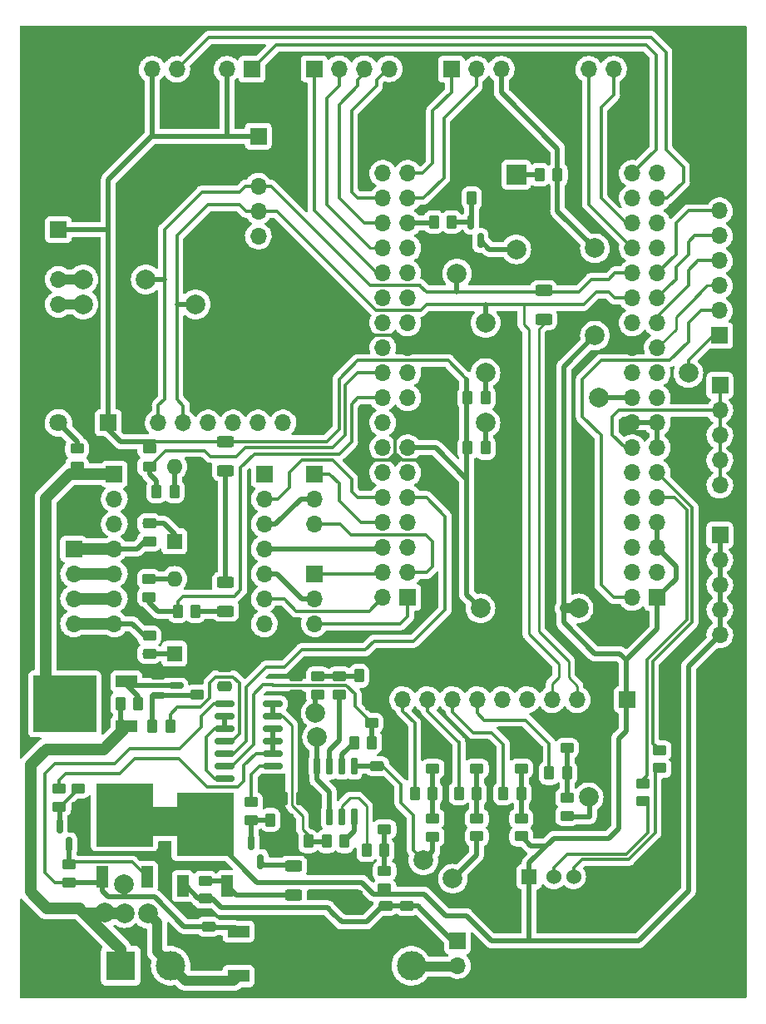
<source format=gbr>
%TF.GenerationSoftware,KiCad,Pcbnew,(6.0.5)*%
%TF.CreationDate,2024-01-20T18:21:03+02:00*%
%TF.ProjectId,robot_pocketbeagle,726f626f-745f-4706-9f63-6b6574626561,rev?*%
%TF.SameCoordinates,PX60e4b00PY791ddc0*%
%TF.FileFunction,Copper,L2,Bot*%
%TF.FilePolarity,Positive*%
%FSLAX46Y46*%
G04 Gerber Fmt 4.6, Leading zero omitted, Abs format (unit mm)*
G04 Created by KiCad (PCBNEW (6.0.5)) date 2024-01-20 18:21:03*
%MOMM*%
%LPD*%
G01*
G04 APERTURE LIST*
G04 Aperture macros list*
%AMRoundRect*
0 Rectangle with rounded corners*
0 $1 Rounding radius*
0 $2 $3 $4 $5 $6 $7 $8 $9 X,Y pos of 4 corners*
0 Add a 4 corners polygon primitive as box body*
4,1,4,$2,$3,$4,$5,$6,$7,$8,$9,$2,$3,0*
0 Add four circle primitives for the rounded corners*
1,1,$1+$1,$2,$3*
1,1,$1+$1,$4,$5*
1,1,$1+$1,$6,$7*
1,1,$1+$1,$8,$9*
0 Add four rect primitives between the rounded corners*
20,1,$1+$1,$2,$3,$4,$5,0*
20,1,$1+$1,$4,$5,$6,$7,0*
20,1,$1+$1,$6,$7,$8,$9,0*
20,1,$1+$1,$8,$9,$2,$3,0*%
G04 Aperture macros list end*
%TA.AperFunction,ComponentPad*%
%ADD10R,1.600000X1.600000*%
%TD*%
%TA.AperFunction,ComponentPad*%
%ADD11O,1.600000X1.600000*%
%TD*%
%TA.AperFunction,ComponentPad*%
%ADD12R,1.700000X1.700000*%
%TD*%
%TA.AperFunction,ComponentPad*%
%ADD13O,1.700000X1.700000*%
%TD*%
%TA.AperFunction,ConnectorPad*%
%ADD14C,5.600000*%
%TD*%
%TA.AperFunction,ComponentPad*%
%ADD15C,3.600000*%
%TD*%
%TA.AperFunction,ComponentPad*%
%ADD16R,1.524000X1.524000*%
%TD*%
%TA.AperFunction,ComponentPad*%
%ADD17C,1.524000*%
%TD*%
%TA.AperFunction,ComponentPad*%
%ADD18C,3.500000*%
%TD*%
%TA.AperFunction,ComponentPad*%
%ADD19R,3.000000X3.000000*%
%TD*%
%TA.AperFunction,ComponentPad*%
%ADD20C,3.000000*%
%TD*%
%TA.AperFunction,ComponentPad*%
%ADD21R,1.800000X1.800000*%
%TD*%
%TA.AperFunction,ComponentPad*%
%ADD22C,1.800000*%
%TD*%
%TA.AperFunction,ComponentPad*%
%ADD23R,2.000000X2.000000*%
%TD*%
%TA.AperFunction,ComponentPad*%
%ADD24C,2.000000*%
%TD*%
%TA.AperFunction,SMDPad,CuDef*%
%ADD25RoundRect,0.250000X0.312500X0.625000X-0.312500X0.625000X-0.312500X-0.625000X0.312500X-0.625000X0*%
%TD*%
%TA.AperFunction,SMDPad,CuDef*%
%ADD26RoundRect,0.250000X0.450000X-0.262500X0.450000X0.262500X-0.450000X0.262500X-0.450000X-0.262500X0*%
%TD*%
%TA.AperFunction,SMDPad,CuDef*%
%ADD27RoundRect,0.250000X-0.625000X0.312500X-0.625000X-0.312500X0.625000X-0.312500X0.625000X0.312500X0*%
%TD*%
%TA.AperFunction,SMDPad,CuDef*%
%ADD28RoundRect,0.250000X0.262500X0.450000X-0.262500X0.450000X-0.262500X-0.450000X0.262500X-0.450000X0*%
%TD*%
%TA.AperFunction,SMDPad,CuDef*%
%ADD29RoundRect,0.250000X-0.262500X-0.450000X0.262500X-0.450000X0.262500X0.450000X-0.262500X0.450000X0*%
%TD*%
%TA.AperFunction,SMDPad,CuDef*%
%ADD30RoundRect,0.250000X-0.450000X0.262500X-0.450000X-0.262500X0.450000X-0.262500X0.450000X0.262500X0*%
%TD*%
%TA.AperFunction,SMDPad,CuDef*%
%ADD31RoundRect,0.250000X-0.475000X0.250000X-0.475000X-0.250000X0.475000X-0.250000X0.475000X0.250000X0*%
%TD*%
%TA.AperFunction,SMDPad,CuDef*%
%ADD32R,1.200000X2.200000*%
%TD*%
%TA.AperFunction,SMDPad,CuDef*%
%ADD33R,5.800000X6.400000*%
%TD*%
%TA.AperFunction,SMDPad,CuDef*%
%ADD34RoundRect,0.250000X0.625000X-0.312500X0.625000X0.312500X-0.625000X0.312500X-0.625000X-0.312500X0*%
%TD*%
%TA.AperFunction,SMDPad,CuDef*%
%ADD35RoundRect,0.250000X0.475000X-0.250000X0.475000X0.250000X-0.475000X0.250000X-0.475000X-0.250000X0*%
%TD*%
%TA.AperFunction,SMDPad,CuDef*%
%ADD36RoundRect,0.150000X0.825000X0.150000X-0.825000X0.150000X-0.825000X-0.150000X0.825000X-0.150000X0*%
%TD*%
%TA.AperFunction,SMDPad,CuDef*%
%ADD37R,2.200000X1.200000*%
%TD*%
%TA.AperFunction,SMDPad,CuDef*%
%ADD38R,6.400000X5.800000*%
%TD*%
%TA.AperFunction,SMDPad,CuDef*%
%ADD39RoundRect,0.150000X-0.150000X0.587500X-0.150000X-0.587500X0.150000X-0.587500X0.150000X0.587500X0*%
%TD*%
%TA.AperFunction,SMDPad,CuDef*%
%ADD40RoundRect,0.150000X0.150000X-0.725000X0.150000X0.725000X-0.150000X0.725000X-0.150000X-0.725000X0*%
%TD*%
%TA.AperFunction,SMDPad,CuDef*%
%ADD41RoundRect,0.150000X-0.587500X-0.150000X0.587500X-0.150000X0.587500X0.150000X-0.587500X0.150000X0*%
%TD*%
%TA.AperFunction,ViaPad*%
%ADD42C,2.000000*%
%TD*%
%TA.AperFunction,Conductor*%
%ADD43C,0.500000*%
%TD*%
%TA.AperFunction,Conductor*%
%ADD44C,0.250000*%
%TD*%
%TA.AperFunction,Conductor*%
%ADD45C,0.300000*%
%TD*%
%TA.AperFunction,Conductor*%
%ADD46C,1.000000*%
%TD*%
%TA.AperFunction,Conductor*%
%ADD47C,3.000000*%
%TD*%
%TA.AperFunction,Conductor*%
%ADD48C,0.600000*%
%TD*%
%TA.AperFunction,Conductor*%
%ADD49C,1.200000*%
%TD*%
G04 APERTURE END LIST*
D10*
%TO.P,U2,1*%
%TO.N,Net-(R2-Pad2)*%
X16256000Y35560000D03*
D11*
%TO.P,U2,2*%
%TO.N,GND*%
X18796000Y35560000D03*
%TO.P,U2,3*%
X18796000Y43180000D03*
%TO.P,U2,4*%
%TO.N,Net-(R52-Pad1)*%
X16256000Y43180000D03*
%TD*%
D12*
%TO.P,J18,1,Pin_1*%
%TO.N,5V_SYS_VIN_IN*%
X45065000Y6370000D03*
D13*
%TO.P,J18,2,Pin_2*%
X45065000Y3830000D03*
%TD*%
D14*
%TO.P,H4,1,1*%
%TO.N,GND*%
X5080000Y5080000D03*
D15*
X5080000Y5080000D03*
%TD*%
D12*
%TO.P,J17,1,Pin_1*%
%TO.N,GND*%
X71755000Y32385000D03*
D13*
%TO.P,J17,2,Pin_2*%
X71755000Y29845000D03*
%TO.P,J17,3,Pin_3*%
X71755000Y27305000D03*
%TO.P,J17,4,Pin_4*%
X71755000Y24765000D03*
%TO.P,J17,5,Pin_5*%
X71755000Y22225000D03*
%TO.P,J17,6,Pin_6*%
X71755000Y19685000D03*
%TO.P,J17,7,Pin_7*%
X71755000Y17145000D03*
%TO.P,J17,8,Pin_8*%
X71755000Y14605000D03*
%TO.P,J17,9,Pin_9*%
X71755000Y12065000D03*
%TD*%
D12*
%TO.P,J31,1,Pin_1*%
%TO.N,P2_GPIO28*%
X30490000Y95107200D03*
D13*
%TO.P,J31,2,Pin_2*%
%TO.N,P2_GPIO30*%
X33030000Y95107200D03*
%TO.P,J31,3,Pin_3*%
%TO.N,P2_GPIO32*%
X35570000Y95107200D03*
%TO.P,J31,4,Pin_4*%
%TO.N,P2_GPIO34*%
X38110000Y95107200D03*
%TD*%
D12*
%TO.P,J8,1,Pin_1*%
%TO.N,P1_SYS_VIN*%
X4445000Y78740000D03*
D13*
%TO.P,J8,2,Pin_2*%
%TO.N,GND*%
X4445000Y76200000D03*
%TO.P,J8,3,Pin_3*%
%TO.N,P1_SCL_I2C2*%
X4445000Y73660000D03*
%TO.P,J8,4,Pin_4*%
%TO.N,P1_SDA_I2C2*%
X4445000Y71120000D03*
%TD*%
D12*
%TO.P,J5,1,Pin_1*%
%TO.N,P1_SYS_VIN*%
X9535000Y59055000D03*
D13*
%TO.P,J5,2,Pin_2*%
%TO.N,GND*%
X12075000Y59055000D03*
%TO.P,J5,3,Pin_3*%
%TO.N,P1_SCL_I2C2*%
X14615000Y59055000D03*
%TO.P,J5,4,Pin_4*%
%TO.N,P1_SDA_I2C2*%
X17155000Y59055000D03*
%TO.P,J5,5,Pin_5*%
%TO.N,unconnected-(J5-Pad5)*%
X19695000Y59055000D03*
%TO.P,J5,6,Pin_6*%
%TO.N,unconnected-(J5-Pad6)*%
X22235000Y59055000D03*
%TO.P,J5,7,Pin_7*%
%TO.N,unconnected-(J5-Pad7)*%
X24775000Y59055000D03*
%TO.P,J5,8,Pin_8*%
%TO.N,unconnected-(J5-Pad8)*%
X27315000Y59055000D03*
%TD*%
D16*
%TO.P,J2,1,VBUS*%
%TO.N,P1_SYS_VIN*%
X52380000Y12870000D03*
D17*
%TO.P,J2,2,D-*%
%TO.N,Net-(J2-Pad2)*%
X54880000Y12870000D03*
%TO.P,J2,3,D+*%
%TO.N,Net-(J2-Pad3)*%
X56880000Y12870000D03*
%TO.P,J2,4,GND*%
%TO.N,GND*%
X59380000Y12870000D03*
D18*
%TO.P,J2,5,Shield*%
X62450000Y10160000D03*
X49310000Y10160000D03*
%TD*%
D15*
%TO.P,H2,1,1*%
%TO.N,GND*%
X69850000Y95250000D03*
D14*
X69850000Y95250000D03*
%TD*%
D15*
%TO.P,H1,1,1*%
%TO.N,GND*%
X69850000Y5080000D03*
D14*
X69850000Y5080000D03*
%TD*%
D19*
%TO.P,J13,1,Pin_1*%
%TO.N,9V_DRIVER_DC_DC_IN*%
X10795000Y3800000D03*
D20*
%TO.P,J13,2,Pin_2*%
%TO.N,12.6V_BAT_IN*%
X15875000Y3800000D03*
%TD*%
D12*
%TO.P,J29,1,Pin_1*%
%TO.N,Net-(J29-Pad1)*%
X71755000Y67945000D03*
D13*
%TO.P,J29,2,Pin_2*%
%TO.N,P1_AIN2_3.3V*%
X71755000Y70485000D03*
%TO.P,J29,3,Pin_3*%
%TO.N,P1_AIN21_1.8V*%
X71755000Y73025000D03*
%TO.P,J29,4,Pin_4*%
%TO.N,P1_AIN23_1.8V*%
X71755000Y75565000D03*
%TO.P,J29,5,Pin_5*%
%TO.N,P1_AIN25_1.8V*%
X71755000Y78105000D03*
%TO.P,J29,6,Pin_6*%
%TO.N,P1_AIN27_1.8V*%
X71755000Y80645000D03*
%TD*%
D12*
%TO.P,J10,1,Pin_1*%
%TO.N,AOUT1_DVR8833_L*%
X5994400Y46228000D03*
D13*
%TO.P,J10,2,Pin_2*%
%TO.N,AOUT2_DVR8833_L*%
X5994400Y43688000D03*
%TO.P,J10,3,Pin_3*%
%TO.N,BOUT2_DVR8833_R*%
X5994400Y41148000D03*
%TO.P,J10,4,Pin_4*%
%TO.N,BOUT1_DVR8833_R*%
X5994400Y38608000D03*
%TD*%
D12*
%TO.P,J1,1,Pin_1*%
%TO.N,P1_SYS_VIN*%
X24790000Y88235000D03*
D13*
%TO.P,J1,2,Pin_2*%
%TO.N,GND*%
X24790000Y85695000D03*
%TO.P,J1,3,Pin_3*%
%TO.N,P1_SCL_I2C2*%
X24790000Y83155000D03*
%TO.P,J1,4,Pin_4*%
%TO.N,P1_SDA_I2C2*%
X24790000Y80615000D03*
%TO.P,J1,5,Pin_5*%
%TO.N,unconnected-(J1-Pad5)*%
X24790000Y78075000D03*
%TD*%
D21*
%TO.P,D1,1,K*%
%TO.N,GND*%
X4445000Y61595000D03*
D22*
%TO.P,D1,2,A*%
%TO.N,Net-(D1-Pad2)*%
X4445000Y59055000D03*
%TD*%
D12*
%TO.P,J21,1,Pin_1*%
%TO.N,P1_3.3V_SYS*%
X71780000Y62865000D03*
D13*
%TO.P,J21,2,Pin_2*%
X71780000Y60325000D03*
%TO.P,J21,3,Pin_3*%
X71780000Y57785000D03*
%TO.P,J21,4,Pin_4*%
X71780000Y55245000D03*
%TO.P,J21,5,Pin_5*%
X71780000Y52705000D03*
%TD*%
D12*
%TO.P,J3,1,Pin_1*%
%TO.N,GND*%
X63500000Y95057200D03*
D13*
%TO.P,J3,2,Pin_2*%
%TO.N,P1_32_RX_UATR0*%
X60960000Y95057200D03*
%TO.P,J3,3,Pin_3*%
%TO.N,P1_30_TX_UART0*%
X58420000Y95057200D03*
%TD*%
D12*
%TO.P,J15,1,Pin_1*%
%TO.N,P2_AIN35_3.3V_TRIGGER_HY_SRF05*%
X44450000Y95057200D03*
D13*
%TO.P,J15,2,Pin_2*%
%TO.N,P2_GPIO33_ECHO_HY_SRF05*%
X46990000Y95057200D03*
%TO.P,J15,3,Pin_3*%
%TO.N,P1_SYS_VIN*%
X49530000Y95057200D03*
%TO.P,J15,4,Pin_4*%
%TO.N,GND*%
X52070000Y95057200D03*
%TD*%
D12*
%TO.P,J14,1,Pin_1*%
%TO.N,P1_PWM0_A_SERVO_AXIS_X*%
X24130000Y95057200D03*
D13*
%TO.P,J14,2,Pin_2*%
%TO.N,P1_SYS_VIN*%
X21590000Y95057200D03*
%TO.P,J14,3,Pin_3*%
%TO.N,GND*%
X19050000Y95057200D03*
%TO.P,J14,4,Pin_4*%
%TO.N,P1_PWM0_B_SERVO_AXIS_Y*%
X16510000Y95057200D03*
%TO.P,J14,5,Pin_5*%
%TO.N,P1_SYS_VIN*%
X13970000Y95057200D03*
%TO.P,J14,6,Pin_6*%
%TO.N,GND*%
X11430000Y95057200D03*
%TD*%
D12*
%TO.P,J7,1,Pin_1*%
%TO.N,P2_PWM1_A*%
X40010000Y41290000D03*
D13*
%TO.P,J7,2,Pin_2*%
%TO.N,P2_GPIO2_BIN2_DVR8833*%
X37470000Y41290000D03*
%TO.P,J7,3,Pin_3*%
%TO.N,P2_PWM2_B*%
X40010000Y43830000D03*
%TO.P,J7,4,Pin_4*%
%TO.N,P2_GPIO4_BIN1_DVR8833*%
X37470000Y43830000D03*
%TO.P,J7,5,Pin_5*%
%TO.N,unconnected-(J7-Pad5)*%
X40010000Y46370000D03*
%TO.P,J7,6,Pin_6*%
%TO.N,P2_GPIO6_INIT_DVR8833*%
X37470000Y46370000D03*
%TO.P,J7,7,Pin_7*%
%TO.N,unconnected-(J7-Pad7)*%
X40010000Y48910000D03*
%TO.P,J7,8,Pin_8*%
%TO.N,P2_GPIO8_AIN1_DVR8833*%
X37470000Y48910000D03*
%TO.P,J7,9,Pin_9*%
%TO.N,P2_GPIO9_OUT_mosfet*%
X40010000Y51450000D03*
%TO.P,J7,10,Pin_10*%
%TO.N,P2_GPIO10_AIN2_DVR8833*%
X37470000Y51450000D03*
%TO.P,J7,11,Pin_11*%
%TO.N,unconnected-(J7-Pad11)*%
X40010000Y53990000D03*
%TO.P,J7,12,Pin_12*%
%TO.N,unconnected-(J7-Pad12)*%
X37470000Y53990000D03*
%TO.P,J7,13,Pin_13*%
%TO.N,P1_SYS_VIN*%
X40010000Y56530000D03*
%TO.P,J7,14,Pin_14*%
%TO.N,unconnected-(J7-Pad14)*%
X37470000Y56530000D03*
%TO.P,J7,15,Pin_15*%
%TO.N,GND*%
X40010000Y59070000D03*
%TO.P,J7,16,Pin_16*%
%TO.N,unconnected-(J7-Pad16)*%
X37470000Y59070000D03*
%TO.P,J7,17,Pin_17*%
%TO.N,unconnected-(J7-Pad17)*%
X40010000Y61610000D03*
%TO.P,J7,18,Pin_18*%
%TO.N,P2_GPIO18_DRIVER_OPTO_OUTB1*%
X37470000Y61610000D03*
%TO.P,J7,19,Pin_19*%
%TO.N,unconnected-(J7-Pad19)*%
X40010000Y64150000D03*
%TO.P,J7,20,Pin_20*%
%TO.N,P2_GPIO20_DRIVER_OPTO_OUTA1*%
X37470000Y64150000D03*
%TO.P,J7,21,Pin_21*%
%TO.N,GND*%
X40010000Y66690000D03*
%TO.P,J7,22,Pin_22*%
%TO.N,unconnected-(J7-Pad22)*%
X37470000Y66690000D03*
%TO.P,J7,23,Pin_23*%
%TO.N,P2_3.3V_SYS*%
X40010000Y69230000D03*
%TO.P,J7,24,Pin_24*%
%TO.N,unconnected-(J7-Pad24)*%
X37470000Y69230000D03*
%TO.P,J7,25,Pin_25*%
%TO.N,unconnected-(J7-Pad25)*%
X40010000Y71770000D03*
%TO.P,J7,26,Pin_26*%
%TO.N,unconnected-(J7-Pad26)*%
X37470000Y71770000D03*
%TO.P,J7,27,Pin_27*%
%TO.N,unconnected-(J7-Pad27)*%
X40010000Y74310000D03*
%TO.P,J7,28,Pin_28*%
%TO.N,P2_GPIO28*%
X37470000Y74310000D03*
%TO.P,J7,29,Pin_29*%
%TO.N,unconnected-(J7-Pad29)*%
X40010000Y76850000D03*
%TO.P,J7,30,Pin_30*%
%TO.N,P2_GPIO30*%
X37470000Y76850000D03*
%TO.P,J7,31,Pin_31*%
%TO.N,P2_GPIO31_BUZZ*%
X40010000Y79390000D03*
%TO.P,J7,32,Pin_32*%
%TO.N,P2_GPIO32*%
X37470000Y79390000D03*
%TO.P,J7,33,Pin_33*%
%TO.N,P2_GPIO33_ECHO_HY_SRF05*%
X40010000Y81930000D03*
%TO.P,J7,34,Pin_34*%
%TO.N,P2_GPIO34*%
X37470000Y81930000D03*
%TO.P,J7,35,Pin_35*%
%TO.N,P2_AIN35_3.3V_TRIGGER_HY_SRF05*%
X40010000Y84470000D03*
%TO.P,J7,36,Pin_36*%
%TO.N,unconnected-(J7-Pad36)*%
X37470000Y84470000D03*
%TD*%
D10*
%TO.P,U1,1*%
%TO.N,Net-(R1-Pad2)*%
X16256000Y47000000D03*
D11*
%TO.P,U1,2*%
%TO.N,GND*%
X18796000Y47000000D03*
%TO.P,U1,3*%
X18796000Y54620000D03*
%TO.P,U1,4*%
%TO.N,Net-(R48-Pad1)*%
X16256000Y54620000D03*
%TD*%
D12*
%TO.P,J4,1,Pin_1*%
%TO.N,P1_SYS_VIN*%
X65410000Y41290000D03*
D13*
%TO.P,J4,2,Pin_2*%
%TO.N,P1_AIN2_3.3V*%
X62870000Y41290000D03*
%TO.P,J4,3,Pin_3*%
%TO.N,P1_USB1_V_EN*%
X65410000Y43830000D03*
%TO.P,J4,4,Pin_4*%
%TO.N,unconnected-(J4-Pad4)*%
X62870000Y43830000D03*
%TO.P,J4,5,Pin_5*%
%TO.N,P1_SYS_VIN*%
X65410000Y46370000D03*
%TO.P,J4,6,Pin_6*%
%TO.N,unconnected-(J4-Pad6)*%
X62870000Y46370000D03*
%TO.P,J4,7,Pin_7*%
%TO.N,P1_SYS_VIN*%
X65410000Y48910000D03*
%TO.P,J4,8,Pin_8*%
%TO.N,unconnected-(J4-Pad8)*%
X62870000Y48910000D03*
%TO.P,J4,9,Pin_9*%
%TO.N,P1_USB_D_N*%
X65410000Y51450000D03*
%TO.P,J4,10,Pin_10*%
%TO.N,unconnected-(J4-Pad10)*%
X62870000Y51450000D03*
%TO.P,J4,11,Pin_11*%
%TO.N,P1_USB_D_P*%
X65410000Y53990000D03*
%TO.P,J4,12,Pin_12*%
%TO.N,unconnected-(J4-Pad12)*%
X62870000Y53990000D03*
%TO.P,J4,13,Pin_13*%
%TO.N,P1_ID_USB*%
X65410000Y56530000D03*
%TO.P,J4,14,Pin_14*%
%TO.N,P1_3.3V_SYS*%
X62870000Y56530000D03*
%TO.P,J4,15,Pin_15*%
%TO.N,P1_ID_USB*%
X65410000Y59070000D03*
%TO.P,J4,16,Pin_16*%
%TO.N,GND*%
X62870000Y59070000D03*
%TO.P,J4,17,Pin_17*%
%TO.N,unconnected-(J4-Pad17)*%
X65410000Y61610000D03*
%TO.P,J4,18,Pin_18*%
%TO.N,P1_AIN18_1.8V_REF_P*%
X62870000Y61610000D03*
%TO.P,J4,19,Pin_19*%
%TO.N,unconnected-(J4-Pad19)*%
X65410000Y64150000D03*
%TO.P,J4,20,Pin_20*%
%TO.N,unconnected-(J4-Pad20)*%
X62870000Y64150000D03*
%TO.P,J4,21,Pin_21*%
%TO.N,P1_AIN21_1.8V*%
X65410000Y66690000D03*
%TO.P,J4,22,Pin_22*%
%TO.N,GND*%
X62870000Y66690000D03*
%TO.P,J4,23,Pin_23*%
%TO.N,P1_AIN23_1.8V*%
X65410000Y69230000D03*
%TO.P,J4,24,Pin_24*%
%TO.N,P1_VOUT_SYS*%
X62870000Y69230000D03*
%TO.P,J4,25,Pin_25*%
%TO.N,P1_AIN25_1.8V*%
X65410000Y71770000D03*
%TO.P,J4,26,Pin_26*%
%TO.N,P1_SDA_I2C2*%
X62870000Y71770000D03*
%TO.P,J4,27,Pin_27*%
%TO.N,P1_AIN27_1.8V*%
X65410000Y74310000D03*
%TO.P,J4,28,Pin_28*%
%TO.N,P1_SCL_I2C2*%
X62870000Y74310000D03*
%TO.P,J4,29,Pin_29*%
%TO.N,unconnected-(J4-Pad29)*%
X65410000Y76850000D03*
%TO.P,J4,30,Pin_30*%
%TO.N,P1_30_TX_UART0*%
X62870000Y76850000D03*
%TO.P,J4,31,Pin_31*%
%TO.N,unconnected-(J4-Pad31)*%
X65410000Y79390000D03*
%TO.P,J4,32,Pin_32*%
%TO.N,P1_32_RX_UATR0*%
X62870000Y79390000D03*
%TO.P,J4,33,Pin_33*%
%TO.N,P1_PWM0_B_SERVO_AXIS_Y*%
X65410000Y81930000D03*
%TO.P,J4,34,Pin_34*%
%TO.N,unconnected-(J4-Pad34)*%
X62870000Y81930000D03*
%TO.P,J4,35,Pin_35*%
%TO.N,unconnected-(J4-Pad35)*%
X65410000Y84470000D03*
%TO.P,J4,36,Pin_36*%
%TO.N,P1_PWM0_A_SERVO_AXIS_X*%
X62870000Y84470000D03*
%TD*%
D12*
%TO.P,J19,1,Pin_1*%
%TO.N,P2_GPIO8_AIN1_DVR8833*%
X30500000Y53880000D03*
D13*
%TO.P,J19,2,Pin_2*%
%TO.N,Net-(J12-Pad3)*%
X30500000Y51340000D03*
%TO.P,J19,3,Pin_3*%
%TO.N,P2_PWM2_B*%
X30500000Y48800000D03*
%TD*%
D12*
%TO.P,J20,1,Pin_1*%
%TO.N,P2_GPIO4_BIN1_DVR8833*%
X30500000Y43700000D03*
D13*
%TO.P,J20,2,Pin_2*%
%TO.N,Net-(J12-Pad5)*%
X30500000Y41160000D03*
%TO.P,J20,3,Pin_3*%
%TO.N,P2_PWM1_A*%
X30500000Y38620000D03*
%TD*%
D23*
%TO.P,BZ1,1,-*%
%TO.N,Net-(BZ1-Pad1)*%
X51054000Y84318000D03*
D24*
%TO.P,BZ1,2,+*%
%TO.N,Net-(BZ1-Pad2)*%
X51054000Y76718000D03*
%TD*%
D12*
%TO.P,J12,1,Pin_1*%
%TO.N,NC*%
X25400000Y53850300D03*
D13*
%TO.P,J12,2,Pin_2*%
%TO.N,P2_GPIO10_AIN2_DVR8833*%
X25400000Y51310300D03*
%TO.P,J12,3,Pin_3*%
%TO.N,Net-(J12-Pad3)*%
X25400000Y48770300D03*
%TO.P,J12,4,Pin_4*%
%TO.N,P2_GPIO6_INIT_DVR8833*%
X25400000Y46230300D03*
%TO.P,J12,5,Pin_5*%
%TO.N,Net-(J12-Pad5)*%
X25400000Y43690300D03*
%TO.P,J12,6,Pin_6*%
%TO.N,P2_GPIO2_BIN2_DVR8833*%
X25400000Y41150300D03*
%TO.P,J12,7,Pin_7*%
%TO.N,NC*%
X25400000Y38610300D03*
%TO.P,J12,8,Pin_8*%
%TO.N,GND*%
X25400000Y36070300D03*
%TD*%
D15*
%TO.P,H3,1,1*%
%TO.N,GND*%
X5080000Y95250000D03*
D14*
X5080000Y95250000D03*
%TD*%
D12*
%TO.P,J30,1,Pin_1*%
%TO.N,P1_SYS_VIN*%
X71780000Y47625000D03*
D13*
%TO.P,J30,2,Pin_2*%
X71780000Y45085000D03*
%TO.P,J30,3,Pin_3*%
X71780000Y42545000D03*
%TO.P,J30,4,Pin_4*%
X71780000Y40005000D03*
%TO.P,J30,5,Pin_5*%
X71780000Y37465000D03*
%TD*%
D19*
%TO.P,J16,1,Pin_1*%
%TO.N,GND*%
X35290000Y3800000D03*
D20*
%TO.P,J16,2,Pin_2*%
%TO.N,5V_SYS_VIN_IN*%
X40370000Y3800000D03*
%TD*%
D12*
%TO.P,J6,1,Pin_1*%
%TO.N,P1_SYS_VIN*%
X62331600Y30886400D03*
D13*
%TO.P,J6,2,Pin_2*%
%TO.N,GND*%
X59791600Y30886400D03*
%TO.P,J6,3,Pin_3*%
%TO.N,Net-(J6-Pad3)*%
X57251600Y30886400D03*
%TO.P,J6,4,Pin_4*%
%TO.N,P1_SDA_I2C2*%
X54711600Y30886400D03*
%TO.P,J6,5,Pin_5*%
%TO.N,ADDR*%
X52171600Y30886400D03*
%TO.P,J6,6,Pin_6*%
%TO.N,ALRT*%
X49631600Y30886400D03*
%TO.P,J6,7,Pin_7*%
%TO.N,A0*%
X47091600Y30886400D03*
%TO.P,J6,8,Pin_8*%
%TO.N,A1*%
X44551600Y30886400D03*
%TO.P,J6,9,Pin_9*%
%TO.N,A2*%
X42011600Y30886400D03*
%TO.P,J6,10,Pin_10*%
%TO.N,A3*%
X39471600Y30886400D03*
%TD*%
D12*
%TO.P,J9,1,Pin_1*%
%TO.N,9V_DRIVER_DC_DC_OUT*%
X10135000Y53850300D03*
D13*
%TO.P,J9,2,Pin_2*%
%TO.N,NC*%
X10135000Y51310300D03*
%TO.P,J9,3,Pin_3*%
%TO.N,GND_SYS*%
X10135000Y48770300D03*
%TO.P,J9,4,Pin_4*%
%TO.N,AOUT1_DVR8833_L*%
X10135000Y46230300D03*
%TO.P,J9,5,Pin_5*%
%TO.N,AOUT2_DVR8833_L*%
X10135000Y43690300D03*
%TO.P,J9,6,Pin_6*%
%TO.N,BOUT2_DVR8833_R*%
X10135000Y41150300D03*
%TO.P,J9,7,Pin_7*%
%TO.N,BOUT1_DVR8833_R*%
X10135000Y38610300D03*
%TO.P,J9,8,Pin_8*%
%TO.N,GND*%
X10135000Y36070300D03*
%TD*%
D25*
%TO.P,R35,1*%
%TO.N,GND*%
X15494000Y91440000D03*
%TO.P,R35,2*%
X12569000Y91440000D03*
%TD*%
D26*
%TO.P,R7,1*%
%TO.N,Net-(J2-Pad2)*%
X63930000Y20555000D03*
%TO.P,R7,2*%
%TO.N,P1_USB_D_N*%
X63930000Y22380000D03*
%TD*%
D27*
%TO.P,R53,1*%
%TO.N,GND*%
X34550000Y9530000D03*
%TO.P,R53,2*%
X34550000Y6605000D03*
%TD*%
D28*
%TO.P,R24,1*%
%TO.N,Net-(R24-Pad1)*%
X42545000Y21312500D03*
%TO.P,R24,2*%
%TO.N,A3*%
X40720000Y21312500D03*
%TD*%
D29*
%TO.P,R3,1*%
%TO.N,P2_GPIO31_BUZZ*%
X42672000Y79502000D03*
%TO.P,R3,2*%
%TO.N,Net-(Q1-Pad1)*%
X44497000Y79502000D03*
%TD*%
D30*
%TO.P,R16,1*%
%TO.N,Net-(R16-Pad1)*%
X30850000Y33252500D03*
%TO.P,R16,2*%
%TO.N,9V_DRIVER_DC_DC_IN*%
X30850000Y31427500D03*
%TD*%
D31*
%TO.P,C3,1*%
%TO.N,5V_SYS_VIN_IN*%
X39920000Y9880000D03*
%TO.P,C3,2*%
%TO.N,GND*%
X39920000Y7980000D03*
%TD*%
D28*
%TO.P,R21,1*%
%TO.N,Net-(R18-Pad2)*%
X29875000Y16475000D03*
%TO.P,R21,2*%
%TO.N,GND*%
X28050000Y16475000D03*
%TD*%
D32*
%TO.P,Q3,1,G*%
%TO.N,Net-(Q2-Pad3)*%
X13455000Y12853000D03*
D33*
%TO.P,Q3,2,D*%
%TO.N,P1_SYS_VIN*%
X11175000Y19153000D03*
D32*
%TO.P,Q3,3,S*%
%TO.N,AUX_5V_OUT*%
X8895000Y12853000D03*
%TD*%
D34*
%TO.P,R40,1*%
%TO.N,GND*%
X58450000Y4875000D03*
%TO.P,R40,2*%
X58450000Y7800000D03*
%TD*%
D30*
%TO.P,R13,1*%
%TO.N,GND*%
X51562000Y25701000D03*
%TO.P,R13,2*%
%TO.N,Net-(R12-Pad1)*%
X51562000Y23876000D03*
%TD*%
D26*
%TO.P,R57,1*%
%TO.N,Net-(Q5-Pad1)*%
X18580000Y31410000D03*
%TO.P,R57,2*%
%TO.N,GND*%
X18580000Y33235000D03*
%TD*%
D32*
%TO.P,Q6,1,G*%
%TO.N,Net-(Q6-Pad1)*%
X21655000Y11900000D03*
D33*
%TO.P,Q6,2,D*%
%TO.N,P1_SYS_VIN*%
X19375000Y18200000D03*
D32*
%TO.P,Q6,3,S*%
%TO.N,5V_SYS_VIN_IN*%
X17095000Y11900000D03*
%TD*%
D35*
%TO.P,C5,1*%
%TO.N,12.6V_BAT_IN*%
X19715000Y2290000D03*
%TO.P,C5,2*%
%TO.N,GND*%
X19715000Y4190000D03*
%TD*%
D31*
%TO.P,C6,1*%
%TO.N,AUX_5V_OUT*%
X19715000Y7790000D03*
%TO.P,C6,2*%
%TO.N,GND*%
X19715000Y5890000D03*
%TD*%
D30*
%TO.P,R9,1*%
%TO.N,GND*%
X42545000Y25677500D03*
%TO.P,R9,2*%
%TO.N,Net-(R24-Pad1)*%
X42545000Y23852500D03*
%TD*%
D26*
%TO.P,R42,1*%
%TO.N,Net-(Q2-Pad1)*%
X4540000Y20005000D03*
%TO.P,R42,2*%
%TO.N,Net-(R42-Pad2)*%
X4540000Y21830000D03*
%TD*%
D30*
%TO.P,R8,1*%
%TO.N,Net-(R24-Pad1)*%
X42545000Y18772500D03*
%TO.P,R8,2*%
%TO.N,12.6V_BAT_IN*%
X42545000Y16947500D03*
%TD*%
D28*
%TO.P,R38,1*%
%TO.N,P1_SDA_I2C2*%
X47921200Y61595000D03*
%TO.P,R38,2*%
%TO.N,P1_SYS_VIN*%
X46096200Y61595000D03*
%TD*%
D26*
%TO.P,R6,1*%
%TO.N,Net-(J2-Pad3)*%
X65660000Y23920000D03*
%TO.P,R6,2*%
%TO.N,P1_USB_D_P*%
X65660000Y25745000D03*
%TD*%
%TO.P,R43,1*%
%TO.N,AUX_5V_OUT*%
X5550000Y12285000D03*
%TO.P,R43,2*%
%TO.N,Net-(Q2-Pad3)*%
X5550000Y14110000D03*
%TD*%
D27*
%TO.P,R37,1*%
%TO.N,P1_SYS_VIN*%
X21450000Y42825000D03*
%TO.P,R37,2*%
X21450000Y39900000D03*
%TD*%
D30*
%TO.P,R10,1*%
%TO.N,Net-(R10-Pad1)*%
X47040800Y18796000D03*
%TO.P,R10,2*%
%TO.N,9V_DRIVER_DC_DC_IN*%
X47040800Y16971000D03*
%TD*%
%TO.P,R22,1*%
%TO.N,GND*%
X56235600Y27783800D03*
%TO.P,R22,2*%
%TO.N,Net-(R22-Pad2)*%
X56235600Y25958800D03*
%TD*%
D28*
%TO.P,R19,1*%
%TO.N,P1_SYS_VIN*%
X55268500Y84328000D03*
%TO.P,R19,2*%
%TO.N,Net-(BZ1-Pad1)*%
X53443500Y84328000D03*
%TD*%
D31*
%TO.P,C4,1*%
%TO.N,5V_SYS_VIN_IN*%
X37780000Y9910000D03*
%TO.P,C4,2*%
%TO.N,GND*%
X37780000Y8010000D03*
%TD*%
D29*
%TO.P,R20,1*%
%TO.N,Net-(Q1-Pad1)*%
X46532800Y81945000D03*
%TO.P,R20,2*%
%TO.N,GND*%
X48357800Y81945000D03*
%TD*%
D26*
%TO.P,R41,1*%
%TO.N,9V_DRIVER_DC_DC_OUT*%
X6350000Y54610000D03*
%TO.P,R41,2*%
%TO.N,Net-(D1-Pad2)*%
X6350000Y56435000D03*
%TD*%
D30*
%TO.P,R12,1*%
%TO.N,Net-(R12-Pad1)*%
X51562000Y18796000D03*
%TO.P,R12,2*%
%TO.N,P1_SYS_VIN*%
X51562000Y16971000D03*
%TD*%
D36*
%TO.P,U3,1*%
%TO.N,Net-(R18-Pad2)*%
X26286000Y30485000D03*
%TO.P,U3,2*%
X26286000Y29215000D03*
%TO.P,U3,3*%
%TO.N,Net-(R42-Pad2)*%
X26286000Y27945000D03*
%TO.P,U3,4*%
X26286000Y26675000D03*
%TO.P,U3,5*%
X26286000Y25405000D03*
%TO.P,U3,6*%
%TO.N,Net-(R44-Pad1)*%
X26286000Y24135000D03*
%TO.P,U3,7,GND*%
%TO.N,GND*%
X26286000Y22865000D03*
%TO.P,U3,8*%
%TO.N,Net-(U3-Pad12)*%
X21336000Y22865000D03*
%TO.P,U3,9*%
%TO.N,Net-(R30-Pad2)*%
X21336000Y24135000D03*
%TO.P,U3,10*%
%TO.N,P2_GPIO9_OUT_mosfet*%
X21336000Y25405000D03*
%TO.P,U3,11*%
%TO.N,Net-(R45-Pad1)*%
X21336000Y26675000D03*
%TO.P,U3,12*%
%TO.N,Net-(U3-Pad12)*%
X21336000Y27945000D03*
%TO.P,U3,13*%
X21336000Y29215000D03*
%TO.P,U3,14,VCC*%
%TO.N,AUX_5V_OUT*%
X21336000Y30485000D03*
%TD*%
D35*
%TO.P,C1,1*%
%TO.N,AUX_5V_OUT*%
X21336000Y32258000D03*
%TO.P,C1,2*%
%TO.N,GND*%
X21336000Y34158000D03*
%TD*%
D30*
%TO.P,R14,1*%
%TO.N,Net-(R14-Pad1)*%
X37640000Y13460000D03*
%TO.P,R14,2*%
%TO.N,P1_SYS_VIN*%
X37640000Y11635000D03*
%TD*%
%TO.P,R15,1*%
%TO.N,GND*%
X37640000Y19525000D03*
%TO.P,R15,2*%
%TO.N,Net-(R14-Pad1)*%
X37640000Y17700000D03*
%TD*%
D34*
%TO.P,R36,1*%
%TO.N,P1_SYS_VIN*%
X21450000Y54200000D03*
%TO.P,R36,2*%
X21450000Y57125000D03*
%TD*%
D37*
%TO.P,U5,1,IN*%
%TO.N,12.6V_BAT_IN*%
X22775000Y2745000D03*
D38*
%TO.P,U5,2,GND*%
%TO.N,GND*%
X29075000Y5025000D03*
D37*
%TO.P,U5,3,OUT*%
%TO.N,AUX_5V_OUT*%
X22775000Y7305000D03*
%TD*%
D26*
%TO.P,R31,1*%
%TO.N,Net-(R30-Pad2)*%
X36340000Y28510000D03*
%TO.P,R31,2*%
%TO.N,GND*%
X36340000Y30335000D03*
%TD*%
%TO.P,R1,1*%
%TO.N,AOUT1_DVR8833_L*%
X13700000Y47000000D03*
%TO.P,R1,2*%
%TO.N,Net-(R1-Pad2)*%
X13700000Y48825000D03*
%TD*%
D28*
%TO.P,R39,1*%
%TO.N,P1_SCL_I2C2*%
X47921200Y56515000D03*
%TO.P,R39,2*%
%TO.N,P1_SYS_VIN*%
X46096200Y56515000D03*
%TD*%
D30*
%TO.P,R11,1*%
%TO.N,GND*%
X47040800Y25701000D03*
%TO.P,R11,2*%
%TO.N,Net-(R10-Pad1)*%
X47040800Y23876000D03*
%TD*%
D29*
%TO.P,R30,1*%
%TO.N,Net-(R30-Pad1)*%
X34547500Y26530000D03*
%TO.P,R30,2*%
%TO.N,Net-(R30-Pad2)*%
X36372500Y26530000D03*
%TD*%
D27*
%TO.P,R54,1*%
%TO.N,GND*%
X34570000Y13805000D03*
%TO.P,R54,2*%
X34570000Y10880000D03*
%TD*%
D29*
%TO.P,R47,1*%
%TO.N,9V_DRIVER_DC_DC_IN*%
X10750000Y30500000D03*
%TO.P,R47,2*%
%TO.N,Net-(Q5-Pad3)*%
X12575000Y30500000D03*
%TD*%
D30*
%TO.P,R52,1*%
%TO.N,Net-(R52-Pad1)*%
X13675000Y43175000D03*
%TO.P,R52,2*%
%TO.N,P2_GPIO18_DRIVER_OPTO_OUTB1*%
X13675000Y41350000D03*
%TD*%
D28*
%TO.P,R48,1*%
%TO.N,Net-(R48-Pad1)*%
X16250000Y52100000D03*
%TO.P,R48,2*%
%TO.N,P2_GPIO20_DRIVER_OPTO_OUTA1*%
X14425000Y52100000D03*
%TD*%
D30*
%TO.P,R44,1*%
%TO.N,Net-(R44-Pad1)*%
X24070000Y20475000D03*
%TO.P,R44,2*%
%TO.N,Net-(Q4-Pad1)*%
X24070000Y18650000D03*
%TD*%
%TO.P,R2,1*%
%TO.N,BOUT1_DVR8833_R*%
X13700000Y37385000D03*
%TO.P,R2,2*%
%TO.N,Net-(R2-Pad2)*%
X13700000Y35560000D03*
%TD*%
D28*
%TO.P,R17,1*%
%TO.N,GND*%
X36875000Y33310000D03*
%TO.P,R17,2*%
%TO.N,Net-(R16-Pad1)*%
X35050000Y33310000D03*
%TD*%
D26*
%TO.P,R4,1*%
%TO.N,P2_GPIO20_DRIVER_OPTO_OUTA1*%
X13700000Y54625000D03*
%TO.P,R4,2*%
%TO.N,P1_SYS_VIN*%
X13700000Y56450000D03*
%TD*%
%TO.P,R46,1*%
%TO.N,5V_SYS_VIN_IN*%
X19375000Y10650000D03*
%TO.P,R46,2*%
%TO.N,Net-(Q6-Pad1)*%
X19375000Y12475000D03*
%TD*%
D28*
%TO.P,R18,1*%
%TO.N,Net-(R18-Pad1)*%
X33565000Y16480000D03*
%TO.P,R18,2*%
%TO.N,Net-(R18-Pad2)*%
X31740000Y16480000D03*
%TD*%
D39*
%TO.P,Q4,1,B*%
%TO.N,Net-(Q4-Pad1)*%
X24075000Y16300000D03*
%TO.P,Q4,2,E*%
%TO.N,GND*%
X25975000Y16300000D03*
%TO.P,Q4,3,C*%
%TO.N,Net-(Q4-Pad3)*%
X25025000Y14425000D03*
%TD*%
D30*
%TO.P,R51,1*%
%TO.N,GND*%
X28660000Y33265000D03*
%TO.P,R51,2*%
X28660000Y31440000D03*
%TD*%
D31*
%TO.P,C2,1*%
%TO.N,12.6V_BAT_IN*%
X36860000Y24120000D03*
%TO.P,C2,2*%
%TO.N,GND*%
X36860000Y22220000D03*
%TD*%
D37*
%TO.P,Q7,1,G*%
%TO.N,Net-(Q5-Pad3)*%
X11385000Y32745000D03*
D38*
%TO.P,Q7,2,D*%
%TO.N,9V_DRIVER_DC_DC_OUT*%
X5085000Y30465000D03*
D37*
%TO.P,Q7,3,S*%
%TO.N,9V_DRIVER_DC_DC_IN*%
X11385000Y28185000D03*
%TD*%
D29*
%TO.P,R56,1*%
%TO.N,Net-(Q4-Pad1)*%
X26015000Y18650000D03*
%TO.P,R56,2*%
%TO.N,GND*%
X27840000Y18650000D03*
%TD*%
D28*
%TO.P,R26,1*%
%TO.N,Net-(R14-Pad1)*%
X37640000Y15560000D03*
%TO.P,R26,2*%
%TO.N,1.7V_5V_DC_DC*%
X35815000Y15560000D03*
%TD*%
D34*
%TO.P,R50,1*%
%TO.N,Net-(Q6-Pad1)*%
X28400000Y11012500D03*
%TO.P,R50,2*%
%TO.N,Net-(Q4-Pad3)*%
X28400000Y13937500D03*
%TD*%
D39*
%TO.P,Q2,1,B*%
%TO.N,Net-(Q2-Pad1)*%
X4580000Y18010000D03*
%TO.P,Q2,2,E*%
%TO.N,GND*%
X6480000Y18010000D03*
%TO.P,Q2,3,C*%
%TO.N,Net-(Q2-Pad3)*%
X5530000Y16135000D03*
%TD*%
D28*
%TO.P,R45,1*%
%TO.N,Net-(R45-Pad1)*%
X15842500Y28225000D03*
%TO.P,R45,2*%
%TO.N,Net-(Q5-Pad1)*%
X14017500Y28225000D03*
%TD*%
D27*
%TO.P,R32,1*%
%TO.N,P1_SCL_I2C2*%
X53848000Y72521000D03*
%TO.P,R32,2*%
%TO.N,Net-(J6-Pad3)*%
X53848000Y69596000D03*
%TD*%
D28*
%TO.P,R49,1*%
%TO.N,GND*%
X29110000Y20850000D03*
%TO.P,R49,2*%
X27285000Y20850000D03*
%TD*%
%TO.P,R25,1*%
%TO.N,Net-(R10-Pad1)*%
X47040800Y21336000D03*
%TO.P,R25,2*%
%TO.N,A2*%
X45215800Y21336000D03*
%TD*%
D40*
%TO.P,U4,1*%
%TO.N,Net-(R18-Pad1)*%
X34570000Y18960000D03*
%TO.P,U4,2,-*%
%TO.N,1.7V_5V_DC_DC*%
X33300000Y18960000D03*
%TO.P,U4,3,+*%
%TO.N,P1_AIN18_1.8V_REF_P*%
X32030000Y18960000D03*
%TO.P,U4,4,V-*%
%TO.N,GND*%
X30760000Y18960000D03*
%TO.P,U4,5,+*%
%TO.N,P1_AIN18_1.8V_REF_P*%
X30760000Y24110000D03*
%TO.P,U4,6,-*%
%TO.N,1.698V_9V_DC_DC*%
X32030000Y24110000D03*
%TO.P,U4,7*%
%TO.N,Net-(R30-Pad1)*%
X33300000Y24110000D03*
%TO.P,U4,8,V+*%
%TO.N,12.6V_BAT_IN*%
X34570000Y24110000D03*
%TD*%
D41*
%TO.P,Q5,1,B*%
%TO.N,Net-(Q5-Pad1)*%
X14550000Y31350000D03*
%TO.P,Q5,2,E*%
%TO.N,GND*%
X14550000Y33250000D03*
%TO.P,Q5,3,C*%
%TO.N,Net-(Q5-Pad3)*%
X16425000Y32300000D03*
%TD*%
D29*
%TO.P,R23,1*%
%TO.N,A0*%
X54410600Y23418800D03*
%TO.P,R23,2*%
%TO.N,Net-(R22-Pad2)*%
X56235600Y23418800D03*
%TD*%
D27*
%TO.P,R33,1*%
%TO.N,GND*%
X56134000Y7812500D03*
%TO.P,R33,2*%
X56134000Y4887500D03*
%TD*%
D29*
%TO.P,R5,1*%
%TO.N,P2_GPIO18_DRIVER_OPTO_OUTB1*%
X16587500Y39900000D03*
%TO.P,R5,2*%
%TO.N,P1_SYS_VIN*%
X18412500Y39900000D03*
%TD*%
D28*
%TO.P,R28,1*%
%TO.N,Net-(R12-Pad1)*%
X51562000Y21336000D03*
%TO.P,R28,2*%
%TO.N,A1*%
X49737000Y21336000D03*
%TD*%
D30*
%TO.P,R27,1*%
%TO.N,Net-(R16-Pad1)*%
X33060000Y33265000D03*
%TO.P,R27,2*%
%TO.N,1.698V_9V_DC_DC*%
X33060000Y31440000D03*
%TD*%
D26*
%TO.P,R55,1*%
%TO.N,GND*%
X6470000Y20005000D03*
%TO.P,R55,2*%
%TO.N,Net-(Q2-Pad1)*%
X6470000Y21830000D03*
%TD*%
%TO.P,R29,1*%
%TO.N,Net-(J29-Pad1)*%
X56235600Y19053800D03*
%TO.P,R29,2*%
%TO.N,Net-(R22-Pad2)*%
X56235600Y20878800D03*
%TD*%
D39*
%TO.P,Q1,1,B*%
%TO.N,Net-(Q1-Pad1)*%
X46457800Y79502000D03*
%TO.P,Q1,2,E*%
%TO.N,GND*%
X48357800Y79502000D03*
%TO.P,Q1,3,C*%
%TO.N,Net-(BZ1-Pad2)*%
X47407800Y77627000D03*
%TD*%
D25*
%TO.P,R34,1*%
%TO.N,GND*%
X23052500Y91440000D03*
%TO.P,R34,2*%
X20127500Y91440000D03*
%TD*%
D42*
%TO.N,P1_SYS_VIN*%
X47420000Y40182800D03*
X59055000Y67945000D03*
X59055000Y76835000D03*
X57390000Y40182800D03*
%TO.N,P1_SDA_I2C2*%
X6985000Y71120000D03*
X47921200Y64135000D03*
X47940000Y69240000D03*
X18415000Y71120000D03*
%TO.N,P1_SCL_I2C2*%
X47921200Y59055000D03*
X45025000Y74250000D03*
X6985000Y73660000D03*
X13335000Y73660000D03*
%TO.N,P1_AIN18_1.8V_REF_P*%
X30780000Y27070000D03*
X59436000Y61595000D03*
%TO.N,AUX_5V_OUT*%
X11130000Y12090000D03*
%TO.N,Net-(J29-Pad1)*%
X68580000Y64135000D03*
X58420000Y20955000D03*
%TO.N,12.6V_BAT_IN*%
X41600000Y14546900D03*
X13560000Y9100000D03*
%TO.N,9V_DRIVER_DC_DC_IN*%
X9180000Y9180000D03*
X11170000Y9150000D03*
X30630000Y29520000D03*
X44600000Y12675000D03*
%TO.N,GND*%
X22690000Y5040000D03*
X6390000Y35340000D03*
%TD*%
D43*
%TO.N,Net-(BZ1-Pad1)*%
X51054000Y84318000D02*
X53433500Y84318000D01*
D44*
X53433500Y84318000D02*
X53443500Y84328000D01*
D43*
%TO.N,Net-(BZ1-Pad2)*%
X48316800Y76718000D02*
X51054000Y76718000D01*
X47407800Y77627000D02*
X48316800Y76718000D01*
D44*
%TO.N,P1_SYS_VIN*%
X9525000Y78740000D02*
X9535000Y78750000D01*
D43*
X18412500Y39900000D02*
X21450000Y39900000D01*
X65410000Y38105000D02*
X65410000Y41290000D01*
X52531000Y16002000D02*
X53848000Y16002000D01*
X9535000Y83830000D02*
X13970000Y88265000D01*
D45*
X11175000Y19153000D02*
X11803000Y18525000D01*
D43*
X42851600Y56530000D02*
X45940000Y53441600D01*
X67310000Y43190000D02*
X67310000Y44470000D01*
D45*
X19050000Y18525000D02*
X19375000Y18200000D01*
D44*
X63500000Y6350000D02*
X63575000Y6425000D01*
D45*
X46016200Y41579800D02*
X46023000Y41579800D01*
D43*
X54864000Y16764000D02*
X60452000Y16764000D01*
X41670000Y11110000D02*
X43860000Y8920000D01*
X24665000Y12310000D02*
X19375000Y17600000D01*
X48530000Y6350000D02*
X63500000Y6350000D01*
X21450000Y42825000D02*
X21450000Y54200000D01*
D44*
X21590000Y88265000D02*
X21620000Y88235000D01*
D43*
X14224000Y57150000D02*
X10795000Y57150000D01*
D44*
X13208000Y56435000D02*
X13509000Y56435000D01*
D43*
X68580000Y34265000D02*
X71780000Y37465000D01*
X71780000Y47625000D02*
X71780000Y37465000D01*
X62230000Y27686000D02*
X62230000Y34925000D01*
X55880000Y38735000D02*
X59055000Y35560000D01*
X62230000Y34925000D02*
X65410000Y38105000D01*
X51562000Y16971000D02*
X52531000Y16002000D01*
X55880000Y40081200D02*
X55880000Y38735000D01*
X61468000Y26924000D02*
X62230000Y27686000D01*
X10795000Y57150000D02*
X9535000Y58410000D01*
D45*
X44110000Y65410000D02*
X44105000Y65405000D01*
D43*
X9535000Y59055000D02*
X9535000Y78750000D01*
X5080000Y78740000D02*
X9525000Y78740000D01*
X14000000Y88235000D02*
X24790000Y88235000D01*
D45*
X46016200Y63500000D02*
X44111200Y65405000D01*
D43*
X65410000Y41290000D02*
X67310000Y43190000D01*
X13970000Y95057200D02*
X13970000Y88265000D01*
X45960000Y8920000D02*
X48530000Y6350000D01*
D45*
X44105000Y65405000D02*
X34924641Y65405000D01*
D43*
X63575000Y6425000D02*
X68580000Y11430000D01*
D45*
X33020000Y58420000D02*
X31750000Y57150000D01*
X33020000Y63500359D02*
X33020000Y58420000D01*
D43*
X40010000Y56530000D02*
X42850000Y56530000D01*
X55268500Y86971500D02*
X55268500Y84328000D01*
X65410000Y46370000D02*
X65410000Y48910000D01*
X61595000Y35560000D02*
X62230000Y34925000D01*
X49530000Y92710000D02*
X55268500Y86971500D01*
D44*
X13970000Y88265000D02*
X14000000Y88235000D01*
D43*
X55268500Y84328000D02*
X55268500Y80621500D01*
X68580000Y11430000D02*
X68580000Y34265000D01*
X36530000Y11110000D02*
X41670000Y11110000D01*
X67310000Y44470000D02*
X65410000Y46370000D01*
D45*
X34924641Y65405000D02*
X33020000Y63500359D01*
X19375000Y17600000D02*
X19375000Y18200000D01*
X31750000Y57150000D02*
X14224000Y57150000D01*
D46*
X57390000Y40182800D02*
X55981600Y40182800D01*
D43*
X49530000Y95057200D02*
X49530000Y92710000D01*
D47*
X11803000Y18525000D02*
X19050000Y18525000D01*
D43*
X52380000Y14280000D02*
X54864000Y16764000D01*
X35330000Y12310000D02*
X36530000Y11110000D01*
X46016200Y63500000D02*
X46016200Y41579800D01*
X52380000Y12870000D02*
X52380000Y14280000D01*
X46023000Y41579800D02*
X47420000Y40182800D01*
X55880000Y64770000D02*
X55880000Y40081200D01*
D45*
X19700000Y18025000D02*
X19950000Y18025000D01*
D44*
X21620000Y88235000D02*
X24790000Y88235000D01*
X9535000Y58410000D02*
X9535000Y59055000D01*
D43*
X61468000Y17780000D02*
X61468000Y26924000D01*
X33710000Y12310000D02*
X24665000Y12310000D01*
X9535000Y78750000D02*
X9535000Y83830000D01*
X59055000Y35560000D02*
X61595000Y35560000D01*
X55268500Y80621500D02*
X59055000Y76835000D01*
X59055000Y67945000D02*
X55880000Y64770000D01*
X52380000Y6500000D02*
X52380000Y12870000D01*
X43860000Y8920000D02*
X45960000Y8920000D01*
X60452000Y16764000D02*
X61468000Y17780000D01*
D44*
X13509000Y56435000D02*
X14224000Y57150000D01*
D43*
X21590000Y95057200D02*
X21590000Y88265000D01*
X33710000Y12310000D02*
X35330000Y12310000D01*
D44*
%TO.N,P1_SDA_I2C2*%
X52324000Y37592000D02*
X52324000Y68580000D01*
D45*
X22860000Y81280000D02*
X23525000Y80615000D01*
X16510000Y61468000D02*
X16510000Y71110000D01*
D44*
X17145000Y59045000D02*
X17155000Y59055000D01*
X54711600Y30886400D02*
X54711600Y32486600D01*
X55372000Y33147000D02*
X55372000Y34544000D01*
D45*
X23525000Y80615000D02*
X24790000Y80615000D01*
X57912000Y71120000D02*
X59182000Y72390000D01*
D43*
X47921200Y61595000D02*
X47921200Y64135000D01*
D45*
X17155000Y60823000D02*
X16510000Y61468000D01*
D44*
X54711600Y32486600D02*
X55372000Y33147000D01*
D45*
X41910000Y71120000D02*
X57912000Y71120000D01*
X26700000Y80615000D02*
X36805000Y70510000D01*
X59182000Y72390000D02*
X60452000Y72390000D01*
D43*
X16520000Y71120000D02*
X18415000Y71120000D01*
D45*
X19685000Y81280000D02*
X22860000Y81280000D01*
D44*
X16510000Y71110000D02*
X16520000Y71120000D01*
D45*
X16510000Y71120000D02*
X16510000Y78105000D01*
X24790000Y80615000D02*
X26700000Y80615000D01*
D43*
X47940000Y69240000D02*
X47940000Y71145000D01*
D44*
X55372000Y34544000D02*
X52324000Y37592000D01*
D45*
X36805000Y70510000D02*
X41300000Y70510000D01*
D44*
X4445000Y71120000D02*
X4210289Y70885289D01*
X17145000Y58295300D02*
X17145000Y59045000D01*
D45*
X60452000Y72390000D02*
X61072000Y71770000D01*
X41300000Y70510000D02*
X41910000Y71120000D01*
D46*
X4445000Y71120000D02*
X6985000Y71120000D01*
D45*
X17155000Y59055000D02*
X17155000Y60823000D01*
D44*
X52324000Y68580000D02*
X51816000Y69088000D01*
D45*
X61072000Y71770000D02*
X62870000Y71770000D01*
D44*
X51816000Y69088000D02*
X51816000Y71120000D01*
D45*
X16510000Y78105000D02*
X19685000Y81280000D01*
%TO.N,P1_SCL_I2C2*%
X61102000Y74310000D02*
X60452000Y73660000D01*
X15240000Y78740000D02*
X19050000Y82550000D01*
D44*
X53725000Y72390000D02*
X53975000Y72140000D01*
D45*
X45010000Y72390000D02*
X41910000Y72390000D01*
X26065000Y83155000D02*
X36170000Y73050000D01*
D44*
X15240000Y73650000D02*
X15230000Y73660000D01*
D45*
X15240000Y61468000D02*
X15240000Y73650000D01*
X41910000Y72390000D02*
X41290000Y73010000D01*
X19050000Y82550000D02*
X22860000Y82550000D01*
X45212000Y72390000D02*
X45010000Y72390000D01*
X14615000Y59055000D02*
X14615000Y60843000D01*
X23465000Y83155000D02*
X24790000Y83155000D01*
D46*
X4445000Y73660000D02*
X6985000Y73660000D01*
D44*
X41290000Y73050000D02*
X41290000Y73010000D01*
D43*
X15230000Y73660000D02*
X13335000Y73660000D01*
D45*
X53975000Y72390000D02*
X57404000Y72390000D01*
D44*
X45025000Y72405000D02*
X45010000Y72390000D01*
D45*
X45212000Y72390000D02*
X53725000Y72390000D01*
D43*
X45025000Y74250000D02*
X45025000Y72405000D01*
X47921200Y56515000D02*
X47921200Y59055000D01*
D45*
X57404000Y72390000D02*
X58674000Y73660000D01*
X15240000Y73660000D02*
X15240000Y78740000D01*
X22860000Y82550000D02*
X23465000Y83155000D01*
X58674000Y73660000D02*
X60452000Y73660000D01*
X61102000Y74310000D02*
X62870000Y74310000D01*
X24790000Y83155000D02*
X26065000Y83155000D01*
X36170000Y73050000D02*
X41290000Y73050000D01*
X14615000Y60843000D02*
X15240000Y61468000D01*
%TO.N,Net-(J2-Pad2)*%
X64470000Y17380000D02*
X64470000Y20350000D01*
X54880000Y13780000D02*
X56279520Y15179520D01*
X62269520Y15179520D02*
X64470000Y17380000D01*
X56279520Y15179520D02*
X62269520Y15179520D01*
X54880000Y12870000D02*
X54880000Y13780000D01*
%TO.N,Net-(J2-Pad3)*%
X56880000Y12870000D02*
X56880000Y13755000D01*
X62497139Y14630001D02*
X65190000Y17322862D01*
X65190000Y23540000D02*
X65600000Y23950000D01*
X57755001Y14630001D02*
X62497139Y14630001D01*
X65190000Y17322862D02*
X65190000Y23540000D01*
X56880000Y13755000D02*
X57755001Y14630001D01*
%TO.N,P1_3.3V_SYS*%
X60850000Y57825000D02*
X60850000Y59650000D01*
X62145000Y56530000D02*
X60850000Y57825000D01*
X60850000Y59650000D02*
X61525000Y60325000D01*
X61525000Y60325000D02*
X71780000Y60325000D01*
X71780000Y62865000D02*
X71780000Y52705000D01*
X62870000Y56530000D02*
X62145000Y56530000D01*
D43*
%TO.N,P1_AIN18_1.8V_REF_P*%
X30760000Y27050000D02*
X30760000Y24110000D01*
D44*
X30780000Y27070000D02*
X30760000Y27050000D01*
D43*
X32030000Y21485000D02*
X32030000Y18960000D01*
X30760000Y22755000D02*
X32030000Y21485000D01*
D44*
X59436000Y61595000D02*
X59085000Y61595000D01*
D43*
X62870000Y61610000D02*
X59070000Y61610000D01*
X30760000Y24110000D02*
X30760000Y22755000D01*
D44*
X59085000Y61595000D02*
X59070000Y61610000D01*
%TO.N,P1_AIN21_1.8V*%
X70485000Y73025000D02*
X69215000Y71755000D01*
X71755000Y73025000D02*
X70485000Y73025000D01*
X69850000Y72390000D02*
X67310000Y69850000D01*
X67310000Y69850000D02*
X67310000Y68590000D01*
X67310000Y68590000D02*
X65410000Y66690000D01*
D45*
%TO.N,P1_AIN23_1.8V*%
X68580000Y74612500D02*
X69532500Y75565000D01*
D44*
X65410000Y69230000D02*
X65410000Y69860000D01*
D45*
X69532500Y75565000D02*
X71755000Y75565000D01*
X68580000Y73030000D02*
X68580000Y74612500D01*
X65410000Y69860000D02*
X68580000Y73030000D01*
%TO.N,P1_AIN25_1.8V*%
X67310000Y74930000D02*
X68580000Y76200000D01*
X65410000Y71770000D02*
X66665000Y73025000D01*
X68580000Y77470000D02*
X69215000Y78105000D01*
D44*
X66665000Y73025000D02*
X66675000Y73025000D01*
D45*
X68580000Y76200000D02*
X68580000Y77470000D01*
D44*
X65410000Y71770000D02*
X66055000Y71770000D01*
D45*
X66675000Y73025000D02*
X67310000Y73660000D01*
X69215000Y78105000D02*
X71755000Y78105000D01*
X67310000Y73660000D02*
X67310000Y74930000D01*
%TO.N,A0*%
X47091600Y30886400D02*
X47091600Y29514800D01*
X52019200Y28803600D02*
X54410600Y26412200D01*
X47091600Y29514800D02*
X47802800Y28803600D01*
X47802800Y28803600D02*
X52019200Y28803600D01*
X54410600Y26412200D02*
X54410600Y23418800D01*
%TO.N,A1*%
X48564800Y27533600D02*
X49737000Y26361400D01*
X46685200Y27533600D02*
X48564800Y27533600D01*
X44551600Y30886400D02*
X44551600Y29667200D01*
X44551600Y29667200D02*
X46685200Y27533600D01*
X49737000Y26361400D02*
X49737000Y21336000D01*
D44*
X45085000Y30480000D02*
X44450000Y31115000D01*
%TO.N,A2*%
X45215800Y21336000D02*
X45135800Y21416000D01*
D45*
X42011600Y30886400D02*
X42011600Y29743400D01*
X42011600Y29743400D02*
X45186600Y26568400D01*
X45215800Y26564600D02*
X45215800Y21336000D01*
D44*
X45212000Y26568400D02*
X45215800Y26564600D01*
D45*
%TO.N,A3*%
X40720000Y21312500D02*
X40720000Y28495000D01*
X39471600Y29743400D02*
X39471600Y30886400D01*
X40720000Y28495000D02*
X39471600Y29743400D01*
%TO.N,P2_GPIO28*%
X30490000Y80762000D02*
X30490000Y95107200D01*
D44*
X37470000Y74310000D02*
X36815000Y74310000D01*
D45*
X36815000Y74310000D02*
X30480000Y80645000D01*
D44*
%TO.N,P2_GPIO30*%
X37470000Y76850000D02*
X36180000Y76850000D01*
D45*
X36180000Y76850000D02*
X31750000Y81280000D01*
X31750000Y92075000D02*
X33030000Y93355000D01*
X31750000Y81280000D02*
X31750000Y92075000D01*
X33030000Y93355000D02*
X33030000Y95107200D01*
%TO.N,P2_GPIO32*%
X33020000Y81915000D02*
X33020000Y91440000D01*
X33020000Y91440000D02*
X34925000Y93345000D01*
D44*
X35545000Y79390000D02*
X33020000Y81915000D01*
X35570000Y94625000D02*
X35570000Y95107200D01*
D45*
X34925000Y93980000D02*
X35570000Y94625000D01*
X34925000Y93345000D02*
X34925000Y93980000D01*
X37470000Y79390000D02*
X35545000Y79390000D01*
%TO.N,P2_GPIO34*%
X34290000Y82550000D02*
X34910000Y81930000D01*
X34910000Y81930000D02*
X37470000Y81930000D01*
X36830000Y93345000D02*
X34290000Y90805000D01*
X36830000Y93980000D02*
X36830000Y93345000D01*
X34290000Y90805000D02*
X34290000Y82550000D01*
X37957200Y95107200D02*
X36830000Y93980000D01*
D44*
X38110000Y95107200D02*
X37957200Y95107200D01*
D43*
%TO.N,Net-(R10-Pad1)*%
X47040800Y23876000D02*
X47040800Y18796000D01*
D45*
%TO.N,AUX_5V_OUT*%
X4085000Y12285000D02*
X5550000Y12285000D01*
D43*
X19845000Y7660000D02*
X22420000Y7660000D01*
D45*
X3048000Y23368000D02*
X3048000Y13322000D01*
X18990000Y28090000D02*
X16808000Y25908000D01*
X10160000Y24384000D02*
X4064000Y24384000D01*
D43*
X8895000Y12853000D02*
X8895000Y11425000D01*
X11060000Y10820000D02*
X14220000Y10820000D01*
D45*
X20260000Y30480000D02*
X18990000Y29210000D01*
D44*
X20574000Y30480000D02*
X21336000Y30480000D01*
D43*
X8327000Y12285000D02*
X5550000Y12285000D01*
D44*
X19715000Y7790000D02*
X19845000Y7660000D01*
D45*
X16808000Y25908000D02*
X11684000Y25908000D01*
X4064000Y24384000D02*
X3048000Y23368000D01*
D43*
X9500000Y10820000D02*
X11060000Y10820000D01*
D48*
X11130000Y12090000D02*
X11130000Y10890000D01*
D45*
X8895000Y12853000D02*
X8327000Y12285000D01*
X3048000Y13322000D02*
X4085000Y12285000D01*
D43*
X8895000Y11425000D02*
X9500000Y10820000D01*
D44*
X22420000Y7660000D02*
X22775000Y7305000D01*
D43*
X14220000Y10820000D02*
X17250000Y7790000D01*
X17250000Y7790000D02*
X19715000Y7790000D01*
D45*
X20574000Y30480000D02*
X20260000Y30480000D01*
X11684000Y25908000D02*
X10160000Y24384000D01*
X18990000Y29210000D02*
X18990000Y28090000D01*
D43*
%TO.N,AOUT1_DVR8833_L*%
X12453300Y46245300D02*
X13208000Y47000000D01*
D49*
X6350000Y46220300D02*
X10110000Y46220300D01*
D43*
X10135000Y46245300D02*
X12453300Y46245300D01*
D44*
X10110000Y46220300D02*
X10135000Y46245300D01*
D49*
%TO.N,AOUT2_DVR8833_L*%
X6350000Y43680300D02*
X10110000Y43680300D01*
D44*
X10110000Y43680300D02*
X10135000Y43705300D01*
D49*
%TO.N,BOUT2_DVR8833_R*%
X6350000Y41140300D02*
X10110000Y41140300D01*
D44*
X10110000Y41140300D02*
X10135000Y41165300D01*
%TO.N,BOUT1_DVR8833_R*%
X10110000Y38600300D02*
X10135000Y38625300D01*
D43*
X11967700Y38625300D02*
X13208000Y37385000D01*
D49*
X6350000Y38600300D02*
X10110000Y38600300D01*
D43*
X10135000Y38625300D02*
X11967700Y38625300D01*
%TO.N,Net-(Q1-Pad1)*%
X44497000Y79502000D02*
X46457800Y79502000D01*
D44*
X46532800Y79577000D02*
X46457800Y79502000D01*
D43*
X46532800Y81945000D02*
X46532800Y79577000D01*
D45*
%TO.N,Net-(Q2-Pad1)*%
X4645000Y20005000D02*
X6470000Y21830000D01*
D43*
X4580000Y18010000D02*
X4580000Y19965000D01*
D45*
X4580000Y19965000D02*
X4540000Y20005000D01*
X4540000Y20005000D02*
X4645000Y20005000D01*
D44*
%TO.N,Net-(R1-Pad2)*%
X16256000Y47752000D02*
X16256000Y47000000D01*
D43*
X13208000Y48825000D02*
X15183000Y48825000D01*
X15183000Y48825000D02*
X16256000Y47752000D01*
%TO.N,Net-(R2-Pad2)*%
X13208000Y35560000D02*
X16256000Y35560000D01*
%TO.N,Net-(R12-Pad1)*%
X51562000Y23876000D02*
X51562000Y18796000D01*
%TO.N,Net-(R14-Pad1)*%
X37640000Y17700000D02*
X37640000Y13460000D01*
%TO.N,Net-(R16-Pad1)*%
X30910000Y33292500D02*
X35240000Y33292500D01*
D44*
%TO.N,1.7V_5V_DC_DC*%
X34150000Y20870000D02*
X33300000Y20020000D01*
X35815000Y20025000D02*
X34970000Y20870000D01*
X34970000Y20870000D02*
X34150000Y20870000D01*
X33300000Y20020000D02*
X33300000Y18960000D01*
X35815000Y15560000D02*
X35815000Y20025000D01*
%TO.N,1.698V_9V_DC_DC*%
X32030000Y24110000D02*
X32190000Y24270000D01*
D43*
X33060000Y26760000D02*
X32030000Y25730000D01*
X32030000Y25730000D02*
X32030000Y24110000D01*
X33060000Y31440000D02*
X33060000Y26760000D01*
%TO.N,Net-(R18-Pad1)*%
X34570000Y17485000D02*
X34570000Y18960000D01*
X33565000Y16480000D02*
X34570000Y17485000D01*
%TO.N,Net-(J29-Pad1)*%
X58496200Y18973800D02*
X58496200Y20878800D01*
D44*
X71120000Y67945000D02*
X71755000Y67945000D01*
D45*
X68580000Y64135000D02*
X68580000Y65405000D01*
X68580000Y65405000D02*
X71120000Y67945000D01*
D43*
X58496200Y18973800D02*
X56315600Y18973800D01*
D44*
X56315600Y18973800D02*
X56235600Y19053800D01*
D43*
%TO.N,12.6V_BAT_IN*%
X34570000Y24110000D02*
X36850000Y24110000D01*
D46*
X20215000Y2290000D02*
X22320000Y2290000D01*
D45*
X40590000Y19110000D02*
X39330000Y20370000D01*
D46*
X22320000Y2290000D02*
X22570000Y2540000D01*
D45*
X39330000Y22270000D02*
X37480000Y24120000D01*
X41600000Y14546900D02*
X40590000Y15556900D01*
D46*
X14475000Y8185000D02*
X14475000Y5200000D01*
D43*
X41600000Y14546900D02*
X42545000Y15491900D01*
D44*
X19715000Y2290000D02*
X19965000Y2540000D01*
D46*
X14475000Y5200000D02*
X15875000Y3800000D01*
X15875000Y3800000D02*
X17385000Y2290000D01*
D45*
X40590000Y15556900D02*
X40590000Y19110000D01*
D44*
X22570000Y2540000D02*
X22775000Y2745000D01*
D43*
X42545000Y15491900D02*
X42545000Y16947500D01*
D46*
X13560000Y9100000D02*
X14475000Y8185000D01*
D44*
X36860000Y24120000D02*
X37480000Y24120000D01*
D46*
X17385000Y2290000D02*
X19715000Y2290000D01*
D45*
X39330000Y20370000D02*
X39330000Y22270000D01*
D43*
%TO.N,Net-(R24-Pad1)*%
X42545000Y23852500D02*
X42545000Y18772500D01*
D45*
%TO.N,P1_PWM0_B_SERVO_AXIS_Y*%
X66294000Y86868000D02*
X68072000Y85090000D01*
X66436000Y81930000D02*
X65410000Y81930000D01*
X66294000Y96774000D02*
X66294000Y86868000D01*
X16510000Y95057200D02*
X19750800Y98298000D01*
X64770000Y98298000D02*
X66294000Y96774000D01*
X19750800Y98298000D02*
X64770000Y98298000D01*
X68072000Y85090000D02*
X68072000Y83566000D01*
X68072000Y83566000D02*
X66436000Y81930000D01*
%TO.N,P1_PWM0_A_SERVO_AXIS_X*%
X64262000Y97536000D02*
X65278000Y96520000D01*
X65278000Y96520000D02*
X65278000Y86878000D01*
X24130000Y95057200D02*
X26608800Y97536000D01*
X26608800Y97536000D02*
X64262000Y97536000D01*
X65278000Y86878000D02*
X62870000Y84470000D01*
%TO.N,P2_PWM1_A*%
X39255000Y38620000D02*
X40010000Y39375000D01*
X30500000Y38620000D02*
X39255000Y38620000D01*
X40010000Y39375000D02*
X40010000Y41290000D01*
%TO.N,P2_PWM2_B*%
X42545000Y44450000D02*
X41925000Y43830000D01*
X42545000Y46990000D02*
X42545000Y44450000D01*
X30500000Y48800000D02*
X33110000Y48800000D01*
X41885000Y47650000D02*
X42545000Y46990000D01*
X41925000Y43830000D02*
X40010000Y43830000D01*
X34260000Y47650000D02*
X41885000Y47650000D01*
X33110000Y48800000D02*
X34260000Y47650000D01*
D44*
%TO.N,P2_GPIO4_BIN1_DVR8833*%
X37340000Y43700000D02*
X37470000Y43830000D01*
X37329900Y43689900D02*
X37470000Y43830000D01*
D45*
X30500000Y43700000D02*
X37340000Y43700000D01*
D44*
%TO.N,P2_GPIO6_INIT_DVR8833*%
X37330300Y46230300D02*
X37470000Y46370000D01*
D43*
X25400000Y46230300D02*
X37330300Y46230300D01*
D45*
%TO.N,P2_GPIO8_AIN1_DVR8833*%
X30500000Y53880000D02*
X32070000Y53880000D01*
X35215000Y48910000D02*
X37470000Y48910000D01*
D44*
X37355300Y48795300D02*
X37470000Y48910000D01*
D45*
X33020000Y51105000D02*
X35215000Y48910000D01*
X33020000Y52930000D02*
X33020000Y51105000D01*
X32070000Y53880000D02*
X33020000Y52930000D01*
%TO.N,P2_GPIO10_AIN2_DVR8833*%
X34925000Y51450000D02*
X37470000Y51450000D01*
X25400000Y51310300D02*
X26760300Y51310300D01*
X32385000Y55245000D02*
X34290000Y53340000D01*
X27940000Y53975000D02*
X29210000Y55245000D01*
X27940000Y52490000D02*
X27940000Y53975000D01*
X26760300Y51310300D02*
X27940000Y52490000D01*
X34290000Y53340000D02*
X34290000Y52085000D01*
X29210000Y55245000D02*
X32385000Y55245000D01*
X34290000Y52085000D02*
X34925000Y51450000D01*
%TO.N,P2_GPIO2_BIN2_DVR8833*%
X36080000Y39900000D02*
X37470000Y41290000D01*
X27429700Y41150300D02*
X28680000Y39900000D01*
X25400000Y41150300D02*
X27429700Y41150300D01*
X28680000Y39900000D02*
X36080000Y39900000D01*
%TO.N,P2_GPIO18_DRIVER_OPTO_OUTB1*%
X24380000Y55880000D02*
X33020000Y55880000D01*
X22375000Y41425000D02*
X23000000Y42050000D01*
X33020000Y55880000D02*
X34290000Y57150000D01*
X23000000Y42050000D02*
X23000000Y54500000D01*
D43*
X16587500Y39900000D02*
X14575000Y39900000D01*
X13675000Y40800000D02*
X13675000Y41350000D01*
D45*
X34940000Y61610000D02*
X37470000Y61610000D01*
X23000000Y54500000D02*
X24380000Y55880000D01*
X34290000Y57150000D02*
X34290000Y60960000D01*
X34290000Y60960000D02*
X34940000Y61610000D01*
D43*
X14575000Y39900000D02*
X13675000Y40800000D01*
D45*
X16587500Y39900000D02*
X16587500Y40887500D01*
X17125000Y41425000D02*
X22375000Y41425000D01*
X16587500Y40887500D02*
X17125000Y41425000D01*
%TO.N,P2_GPIO20_DRIVER_OPTO_OUTA1*%
X33655000Y57785000D02*
X33655000Y62865000D01*
D43*
X14425000Y53125000D02*
X13700000Y53850000D01*
D45*
X33655000Y62865000D02*
X34940000Y64150000D01*
D43*
X13700000Y53850000D02*
X13700000Y54625000D01*
D45*
X34940000Y64150000D02*
X37470000Y64150000D01*
X15325000Y56250000D02*
X19350000Y56250000D01*
X19950000Y55650000D02*
X22585000Y55650000D01*
D43*
X14425000Y52100000D02*
X14425000Y53125000D01*
D45*
X32385000Y56515000D02*
X33655000Y57785000D01*
X22585000Y55650000D02*
X23450000Y56515000D01*
X19350000Y56250000D02*
X19950000Y55650000D01*
X23450000Y56515000D02*
X32385000Y56515000D01*
X13700000Y54625000D02*
X15325000Y56250000D01*
%TO.N,P1_AIN2_3.3V*%
X68580000Y69215000D02*
X69850000Y70485000D01*
X69850000Y70485000D02*
X71755000Y70485000D01*
X60945000Y41290000D02*
X59690000Y42545000D01*
X66675000Y65405000D02*
X68580000Y67310000D01*
X59690000Y42545000D02*
X59690000Y57785000D01*
X57785000Y59690000D02*
X57785000Y63500000D01*
X59690000Y57785000D02*
X57785000Y59690000D01*
X57785000Y63500000D02*
X59690000Y65405000D01*
X68580000Y67310000D02*
X68580000Y69215000D01*
X59690000Y65405000D02*
X66675000Y65405000D01*
X62870000Y41290000D02*
X60945000Y41290000D01*
%TO.N,P2_GPIO33_ECHO_HY_SRF05*%
X46990000Y95057200D02*
X46990000Y93345000D01*
X41607500Y81930000D02*
X40010000Y81930000D01*
X43688000Y90043000D02*
X43688000Y84010500D01*
X46990000Y93345000D02*
X43688000Y90043000D01*
X43688000Y84010500D02*
X41607500Y81930000D01*
%TO.N,P2_AIN35_3.3V_TRIGGER_HY_SRF05*%
X44450000Y92710000D02*
X42545000Y90805000D01*
X42545000Y90805000D02*
X42545000Y85471000D01*
X42545000Y85471000D02*
X41544000Y84470000D01*
X41544000Y84470000D02*
X40010000Y84470000D01*
X44450000Y95057200D02*
X44450000Y92710000D01*
%TO.N,P1_30_TX_UART0*%
X58420000Y81300000D02*
X58420000Y95057200D01*
X62870000Y76850000D02*
X58420000Y81300000D01*
%TO.N,P1_32_RX_UATR0*%
X59690000Y81915000D02*
X62215000Y79390000D01*
X60960000Y92456000D02*
X59690000Y91186000D01*
D44*
X62215000Y79390000D02*
X62870000Y79390000D01*
D45*
X59690000Y91186000D02*
X59690000Y81915000D01*
X60960000Y95057200D02*
X60960000Y92456000D01*
D44*
%TO.N,P2_GPIO31_BUZZ*%
X42560000Y79390000D02*
X42672000Y79502000D01*
D43*
X40010000Y79390000D02*
X42560000Y79390000D01*
D45*
%TO.N,P1_AIN27_1.8V*%
X67310000Y79375000D02*
X68580000Y80645000D01*
X65410000Y74310000D02*
X67310000Y76210000D01*
X68580000Y80645000D02*
X71755000Y80645000D01*
X67310000Y76210000D02*
X67310000Y79375000D01*
D43*
%TO.N,Net-(R22-Pad2)*%
X56235600Y25958800D02*
X56235600Y20878800D01*
D45*
%TO.N,P2_GPIO9_OUT_mosfet*%
X43815000Y40055000D02*
X43815000Y49530000D01*
X36560000Y36830000D02*
X40590000Y36830000D01*
X41895000Y51450000D02*
X40010000Y51450000D01*
X40590000Y36830000D02*
X43815000Y40055000D01*
X22280000Y25400000D02*
X23580000Y26700000D01*
X43815000Y49530000D02*
X41895000Y51450000D01*
X23580000Y32190000D02*
X25570000Y34180000D01*
X29210000Y35960000D02*
X35690000Y35960000D01*
X25570000Y34180000D02*
X27430000Y34180000D01*
D44*
X21336000Y25400000D02*
X22280000Y25400000D01*
D45*
X27430000Y34180000D02*
X29210000Y35960000D01*
X23580000Y26700000D02*
X23580000Y32190000D01*
X35690000Y35960000D02*
X36560000Y36830000D01*
D44*
%TO.N,Net-(J6-Pad3)*%
X56388000Y34798000D02*
X53340000Y37846000D01*
X56388000Y33147000D02*
X56388000Y34798000D01*
X53340000Y68580000D02*
X53975000Y69215000D01*
X57251600Y32283400D02*
X56388000Y33147000D01*
X53340000Y37846000D02*
X53340000Y68580000D01*
X57251600Y30886400D02*
X57251600Y32283400D01*
D43*
%TO.N,Net-(J12-Pad3)*%
X29115000Y51340000D02*
X26545300Y48770300D01*
X26545300Y48770300D02*
X25400000Y48770300D01*
X30500000Y51340000D02*
X29115000Y51340000D01*
D44*
%TO.N,Net-(J12-Pad5)*%
X25400400Y43689900D02*
X25400000Y43690300D01*
D43*
X30500000Y41160000D02*
X29210000Y41160000D01*
X26679700Y43690300D02*
X25400000Y43690300D01*
X29210000Y41160000D02*
X26679700Y43690300D01*
%TO.N,Net-(D1-Pad2)*%
X6350000Y56435000D02*
X6350000Y57150000D01*
X6350000Y57150000D02*
X4445000Y59055000D01*
D44*
%TO.N,5V_SYS_VIN_IN*%
X44940000Y3750000D02*
X45000000Y3810000D01*
D43*
X40170000Y3750000D02*
X40250000Y3750000D01*
D45*
X18675000Y10650000D02*
X19375000Y10650000D01*
D44*
X37460000Y9910000D02*
X37780000Y9910000D01*
D43*
X35800000Y8250000D02*
X37460000Y9910000D01*
D46*
X40370000Y3750000D02*
X44940000Y3750000D01*
D43*
X21050000Y9700000D02*
X31850000Y9700000D01*
X20100000Y10650000D02*
X21050000Y9700000D01*
D45*
X17095000Y11900000D02*
X17425000Y11900000D01*
D44*
X41030000Y9910000D02*
X41280000Y9660000D01*
D43*
X44590000Y6350000D02*
X41280000Y9660000D01*
X41280000Y9660000D02*
X41050000Y9890000D01*
X33300000Y8250000D02*
X35800000Y8250000D01*
X32400000Y9150000D02*
X33300000Y8250000D01*
X17425000Y11900000D02*
X18675000Y10650000D01*
X37780000Y9910000D02*
X41030000Y9910000D01*
X19375000Y10650000D02*
X20100000Y10650000D01*
X31850000Y9700000D02*
X32400000Y9150000D01*
X45000000Y6350000D02*
X44590000Y6350000D01*
D49*
%TO.N,9V_DRIVER_DC_DC_OUT*%
X5085000Y30465000D02*
X3130000Y32420000D01*
X3130000Y32420000D02*
X3130000Y51390000D01*
X3130000Y51390000D02*
X5605300Y53865300D01*
X5605300Y53865300D02*
X10135000Y53865300D01*
%TO.N,9V_DRIVER_DC_DC_IN*%
X1600000Y11300489D02*
X3248489Y9652000D01*
X6658000Y9602000D02*
X10795000Y5465000D01*
X7420000Y9090000D02*
X7480000Y9150000D01*
D43*
X10750000Y30500000D02*
X10750000Y28820000D01*
D49*
X3200000Y25850000D02*
X1600000Y24250000D01*
D44*
X10515000Y28260000D02*
X11485000Y28260000D01*
D45*
X11377500Y28185000D02*
X11385000Y28185000D01*
D43*
X30630000Y31435000D02*
X30630000Y29520000D01*
D49*
X9050000Y25850000D02*
X3200000Y25850000D01*
X7480000Y9150000D02*
X11170000Y9150000D01*
X11385000Y28178534D02*
X11385000Y28185000D01*
X11385000Y28185000D02*
X9050000Y25850000D01*
X1600000Y24250000D02*
X1600000Y11300489D01*
D43*
X10750000Y28820000D02*
X11385000Y28185000D01*
X44625000Y12675000D02*
X46990000Y15040000D01*
D45*
X6658000Y9652000D02*
X6658000Y9602000D01*
D43*
X44600000Y12675000D02*
X44625000Y12675000D01*
D49*
X10795000Y5465000D02*
X10795000Y3800000D01*
D43*
X46990000Y15040000D02*
X46990000Y16510000D01*
D49*
X3248489Y9652000D02*
X6658000Y9652000D01*
D45*
%TO.N,Net-(Q2-Pad3)*%
X5792511Y14352511D02*
X5550000Y14110000D01*
X11955489Y14352511D02*
X13455000Y12853000D01*
X5550000Y16115000D02*
X5530000Y16135000D01*
X11955489Y14352511D02*
X5792511Y14352511D01*
D43*
X5550000Y14110000D02*
X5550000Y16115000D01*
%TO.N,Net-(Q4-Pad1)*%
X24075000Y16300000D02*
X24075000Y18645000D01*
D45*
X24075000Y18645000D02*
X24070000Y18650000D01*
D43*
X24070000Y18650000D02*
X26015000Y18650000D01*
%TO.N,Net-(Q4-Pad3)*%
X28262500Y14075000D02*
X28400000Y13937500D01*
X25025000Y14425000D02*
X25375000Y14075000D01*
X25375000Y14075000D02*
X28262500Y14075000D01*
D45*
%TO.N,Net-(Q5-Pad1)*%
X18520000Y31350000D02*
X18580000Y31410000D01*
D43*
X14550000Y31350000D02*
X18520000Y31350000D01*
X14017500Y31325000D02*
X14017500Y28225000D01*
%TO.N,Net-(Q5-Pad3)*%
X12575000Y31225000D02*
X12575000Y30500000D01*
X11385000Y32415000D02*
X11800000Y32000000D01*
D45*
X12100000Y32300000D02*
X11800000Y32000000D01*
D43*
X16425000Y32300000D02*
X12100000Y32300000D01*
X11800000Y32000000D02*
X12575000Y31225000D01*
D44*
%TO.N,Net-(R18-Pad2)*%
X27265000Y29210000D02*
X26286000Y29210000D01*
X29300000Y19050000D02*
X28200000Y20150000D01*
D43*
X26286000Y30480000D02*
X26286000Y29210000D01*
X31820000Y16390000D02*
X30070000Y16390000D01*
D44*
X28200000Y20150000D02*
X28200000Y28275000D01*
X29990000Y16480000D02*
X29990000Y16980000D01*
X28200000Y28275000D02*
X27265000Y29210000D01*
X29300000Y17670000D02*
X29300000Y19050000D01*
X29990000Y16980000D02*
X29300000Y17670000D01*
D43*
%TO.N,Net-(R30-Pad1)*%
X33300000Y25282500D02*
X34547500Y26530000D01*
X33300000Y24110000D02*
X33300000Y25282500D01*
%TO.N,Net-(R30-Pad2)*%
X36340000Y28510000D02*
X36340000Y26562500D01*
D45*
X33722724Y32372980D02*
X26292980Y32372980D01*
X36340000Y28510000D02*
X34640000Y30210000D01*
X34640000Y31455704D02*
X33722724Y32372980D01*
D44*
X22140000Y24130000D02*
X21336000Y24130000D01*
D45*
X25290000Y32390000D02*
X24300000Y31400000D01*
X24300000Y26290000D02*
X22140000Y24130000D01*
X34640000Y30210000D02*
X34640000Y31455704D01*
D44*
X36340000Y26562500D02*
X36372500Y26530000D01*
D45*
X26290000Y32390000D02*
X25290000Y32390000D01*
X24300000Y31400000D02*
X24300000Y26290000D01*
%TO.N,Net-(R42-Pad2)*%
X26286000Y25400000D02*
X24580000Y25400000D01*
X22695000Y21975000D02*
X19600000Y21975000D01*
X10668000Y23368000D02*
X5228000Y23368000D01*
X12192000Y24892000D02*
X10668000Y23368000D01*
D43*
X26286000Y27940000D02*
X26286000Y25400000D01*
D45*
X4540000Y22680000D02*
X4540000Y21830000D01*
X23350000Y22630000D02*
X22695000Y21975000D01*
X5228000Y23368000D02*
X4540000Y22680000D01*
X19600000Y21975000D02*
X16683000Y24892000D01*
X16683000Y24892000D02*
X12192000Y24892000D01*
X23350000Y24170000D02*
X23350000Y22630000D01*
X24580000Y25400000D02*
X23350000Y24170000D01*
%TO.N,Net-(R45-Pad1)*%
X22850520Y27430520D02*
X22850520Y32569480D01*
X19870000Y32610000D02*
X19870000Y31068941D01*
X22850520Y32569480D02*
X22210000Y33210000D01*
X19870000Y31068941D02*
X18911059Y30110000D01*
X15842500Y29382500D02*
X15842500Y28225000D01*
X16570000Y30110000D02*
X15842500Y29382500D01*
X18911059Y30110000D02*
X16570000Y30110000D01*
D44*
X22090000Y26670000D02*
X21336000Y26670000D01*
D45*
X22210000Y33210000D02*
X20470000Y33210000D01*
X22090000Y26670000D02*
X22850520Y27430520D01*
X20470000Y33210000D02*
X19870000Y32610000D01*
D43*
%TO.N,Net-(U3-Pad12)*%
X21336000Y29210000D02*
X21336000Y27940000D01*
D45*
X19486000Y27110000D02*
X20316000Y27940000D01*
X20325645Y22860000D02*
X19486000Y23699645D01*
X19486000Y23699645D02*
X19486000Y27110000D01*
D44*
X21380000Y27940000D02*
X21336000Y27940000D01*
X21336000Y22860000D02*
X20325645Y22860000D01*
D45*
X20316000Y27940000D02*
X21380000Y27940000D01*
D43*
%TO.N,P1_ID_USB*%
X62870000Y59070000D02*
X65410000Y59070000D01*
X65410000Y59070000D02*
X65410000Y56530000D01*
D45*
%TO.N,Net-(R44-Pad1)*%
X24070000Y23295000D02*
X24910000Y24135000D01*
X24910000Y24135000D02*
X26286000Y24135000D01*
X24070000Y20475000D02*
X24070000Y23295000D01*
%TO.N,GND*%
X38060000Y55280000D02*
X36310000Y55280000D01*
D44*
X38860000Y57920000D02*
X38740000Y57800000D01*
D45*
X40010000Y66690000D02*
X38755000Y67945000D01*
X38740000Y57800000D02*
X38740000Y55960000D01*
X39440000Y55260000D02*
X41180000Y55260000D01*
X38740000Y55960000D02*
X38060000Y55280000D01*
X38755000Y67945000D02*
X34290000Y67945000D01*
X40010000Y59070000D02*
X38860000Y57920000D01*
X38740000Y55960000D02*
X39440000Y55260000D01*
D44*
X38860000Y57920000D02*
X38835489Y57944511D01*
D45*
%TO.N,P1_USB_D_N*%
X64380000Y35000000D02*
X64380000Y23165000D01*
X67172182Y51450000D02*
X68400000Y50222182D01*
X65410000Y51450000D02*
X67172182Y51450000D01*
X68400000Y50222182D02*
X68400000Y39020000D01*
X64380000Y23165000D02*
X63930000Y22715000D01*
X68400000Y39020000D02*
X64380000Y35000000D01*
%TO.N,P1_USB_D_P*%
X68949519Y50450481D02*
X68949519Y38792381D01*
D44*
X66025000Y53990000D02*
X65410000Y53990000D01*
D45*
X64929520Y26445480D02*
X65600000Y25775000D01*
X64929520Y34772382D02*
X64929520Y26445480D01*
X68949519Y38792381D02*
X64929520Y34772382D01*
X65410000Y53990000D02*
X68949519Y50450481D01*
D43*
%TO.N,Net-(Q6-Pad1)*%
X21655000Y11900000D02*
X21080000Y12475000D01*
X28400000Y11012500D02*
X22542500Y11012500D01*
X21080000Y12475000D02*
X19375000Y12475000D01*
X22542500Y11012500D02*
X21655000Y11900000D01*
%TO.N,Net-(R48-Pad1)*%
X16256000Y54620000D02*
X16256000Y52106000D01*
D45*
X16256000Y52106000D02*
X16250000Y52100000D01*
D43*
%TO.N,Net-(R52-Pad1)*%
X13675000Y43175000D02*
X16251000Y43175000D01*
D45*
X16251000Y43175000D02*
X16256000Y43180000D01*
%TD*%
%TA.AperFunction,Conductor*%
%TO.N,GND*%
G36*
X74433621Y99471498D02*
G01*
X74480114Y99417842D01*
X74491500Y99365500D01*
X74491500Y634500D01*
X74471498Y566379D01*
X74417842Y519886D01*
X74365500Y508500D01*
X634500Y508500D01*
X566379Y528502D01*
X519886Y582158D01*
X508500Y634500D01*
X508500Y10524076D01*
X528502Y10592197D01*
X582158Y10638690D01*
X652432Y10648794D01*
X717012Y10619300D01*
X733597Y10600569D01*
X734189Y10601033D01*
X736998Y10597448D01*
X739528Y10593690D01*
X743269Y10589565D01*
X763874Y10568960D01*
X773865Y10557698D01*
X789898Y10537286D01*
X789902Y10537281D01*
X793604Y10532569D01*
X798135Y10528637D01*
X798140Y10528632D01*
X840616Y10491773D01*
X847131Y10485703D01*
X2390938Y8941895D01*
X2397924Y8933621D01*
X2398154Y8933820D01*
X2402077Y8929275D01*
X2405543Y8924389D01*
X2460440Y8871837D01*
X2472506Y8860286D01*
X2474470Y8858363D01*
X2502029Y8830804D01*
X2504339Y8828897D01*
X2507748Y8826082D01*
X2514652Y8819940D01*
X2558339Y8778119D01*
X2563378Y8774865D01*
X2563381Y8774863D01*
X2586482Y8759947D01*
X2598366Y8751249D01*
X2619570Y8733738D01*
X2619579Y8733732D01*
X2624195Y8729920D01*
X2677306Y8700903D01*
X2685187Y8696214D01*
X2736037Y8663380D01*
X2741604Y8661137D01*
X2741605Y8661136D01*
X2767114Y8650856D01*
X2780420Y8644567D01*
X2809819Y8628504D01*
X2867441Y8610059D01*
X2876114Y8606928D01*
X2932226Y8584314D01*
X2965104Y8577893D01*
X2979365Y8574231D01*
X3011271Y8564018D01*
X3061089Y8558034D01*
X3071335Y8556803D01*
X3080459Y8555366D01*
X3135371Y8544642D01*
X3139826Y8543772D01*
X3145388Y8543500D01*
X3174530Y8543500D01*
X3189558Y8542601D01*
X3215336Y8539504D01*
X3215340Y8539504D01*
X3221283Y8538790D01*
X3227259Y8539213D01*
X3227262Y8539213D01*
X3283357Y8543185D01*
X3292256Y8543500D01*
X6096655Y8543500D01*
X6164776Y8523498D01*
X6185750Y8506595D01*
X8896196Y5796148D01*
X8930222Y5733836D01*
X8925157Y5663020D01*
X8907931Y5631494D01*
X8844385Y5546705D01*
X8793255Y5410316D01*
X8786500Y5348134D01*
X8786500Y2251866D01*
X8793255Y2189684D01*
X8844385Y2053295D01*
X8931739Y1936739D01*
X9048295Y1849385D01*
X9184684Y1798255D01*
X9246866Y1791500D01*
X12343134Y1791500D01*
X12405316Y1798255D01*
X12541705Y1849385D01*
X12658261Y1936739D01*
X12745615Y2053295D01*
X12796745Y2189684D01*
X12803500Y2251866D01*
X12803500Y5348134D01*
X12796745Y5410316D01*
X12745615Y5546705D01*
X12658261Y5663261D01*
X12541705Y5750615D01*
X12405316Y5801745D01*
X12343134Y5808500D01*
X11941615Y5808500D01*
X11873494Y5828502D01*
X11831212Y5879722D01*
X11828908Y5878535D01*
X11801211Y5932312D01*
X11797287Y5940670D01*
X11775951Y5990812D01*
X11775949Y5990816D01*
X11773600Y5996336D01*
X11754888Y6024130D01*
X11747397Y6036797D01*
X11734806Y6061246D01*
X11734802Y6061253D01*
X11732058Y6066580D01*
X11699028Y6108629D01*
X11694697Y6114143D01*
X11689263Y6121609D01*
X11658008Y6168033D01*
X11658004Y6168039D01*
X11655472Y6171799D01*
X11651732Y6175924D01*
X11631123Y6196533D01*
X11621132Y6207795D01*
X11605102Y6228203D01*
X11605098Y6228207D01*
X11601396Y6232920D01*
X11554391Y6273709D01*
X11547877Y6279779D01*
X10059016Y7768640D01*
X10024990Y7830952D01*
X10030055Y7901767D01*
X10070317Y7954761D01*
X10069412Y7955821D01*
X10069416Y7955824D01*
X10075605Y7961110D01*
X10076713Y7961606D01*
X10077179Y7961945D01*
X10077250Y7961847D01*
X10140392Y7990143D01*
X10210592Y7979540D01*
X10239266Y7961112D01*
X10244631Y7956531D01*
X10276819Y7929039D01*
X10276824Y7929036D01*
X10280584Y7925824D01*
X10483037Y7801760D01*
X10487607Y7799867D01*
X10487611Y7799865D01*
X10697833Y7712789D01*
X10702406Y7710895D01*
X10782542Y7691656D01*
X10928476Y7656620D01*
X10928482Y7656619D01*
X10933289Y7655465D01*
X11170000Y7636835D01*
X11406711Y7655465D01*
X11411518Y7656619D01*
X11411524Y7656620D01*
X11557458Y7691656D01*
X11637594Y7710895D01*
X11642167Y7712789D01*
X11852389Y7799865D01*
X11852393Y7799867D01*
X11856963Y7801760D01*
X11983064Y7879035D01*
X12055202Y7923241D01*
X12055208Y7923245D01*
X12059416Y7925824D01*
X12239969Y8080031D01*
X12247837Y8089244D01*
X12307289Y8128052D01*
X12378284Y8128558D01*
X12439459Y8089243D01*
X12490031Y8030031D01*
X12670584Y7875824D01*
X12674792Y7873245D01*
X12674798Y7873241D01*
X12868817Y7754346D01*
X12873037Y7751760D01*
X12877607Y7749867D01*
X12877611Y7749865D01*
X13083174Y7664719D01*
X13092406Y7660895D01*
X13117894Y7654776D01*
X13318476Y7606620D01*
X13318482Y7606619D01*
X13323289Y7605465D01*
X13328224Y7605077D01*
X13328234Y7605075D01*
X13350388Y7603331D01*
X13416729Y7578045D01*
X13458868Y7520907D01*
X13466500Y7477720D01*
X13466500Y5261843D01*
X13465763Y5248236D01*
X13461676Y5210612D01*
X13462213Y5204477D01*
X13466050Y5160612D01*
X13466379Y5155786D01*
X13466500Y5153314D01*
X13466500Y5150231D01*
X13466801Y5147166D01*
X13470685Y5107552D01*
X13470807Y5106238D01*
X13478913Y5013587D01*
X13480400Y5008468D01*
X13480920Y5003167D01*
X13507791Y4914166D01*
X13508126Y4913033D01*
X13529612Y4839081D01*
X13534091Y4823664D01*
X13536544Y4818932D01*
X13538084Y4813831D01*
X13540978Y4808388D01*
X13581731Y4731740D01*
X13582343Y4730574D01*
X13625108Y4648074D01*
X13628431Y4643911D01*
X13630934Y4639204D01*
X13689755Y4567082D01*
X13690446Y4566226D01*
X13721738Y4527027D01*
X13724242Y4524523D01*
X13724884Y4523805D01*
X13728585Y4519472D01*
X13755935Y4485938D01*
X13760682Y4482011D01*
X13760684Y4482009D01*
X13791262Y4456713D01*
X13800042Y4448723D01*
X13883284Y4365481D01*
X13917310Y4303169D01*
X13917297Y4249545D01*
X13884317Y4098283D01*
X13884316Y4098275D01*
X13883404Y4094093D01*
X13861917Y3821082D01*
X13877682Y3547680D01*
X13878507Y3543475D01*
X13878508Y3543467D01*
X13907336Y3396531D01*
X13930405Y3278947D01*
X14019112Y3019856D01*
X14057835Y2942863D01*
X14136815Y2785829D01*
X14142160Y2775201D01*
X14144586Y2771672D01*
X14144589Y2771666D01*
X14287930Y2563105D01*
X14297274Y2549510D01*
X14300161Y2546337D01*
X14300162Y2546336D01*
X14363941Y2476243D01*
X14481582Y2346957D01*
X14691675Y2171293D01*
X14695316Y2169009D01*
X14920024Y2028049D01*
X14920028Y2028047D01*
X14923664Y2025766D01*
X14991544Y1995117D01*
X15169345Y1914836D01*
X15169349Y1914834D01*
X15173257Y1913070D01*
X15177377Y1911850D01*
X15177376Y1911850D01*
X15431723Y1836509D01*
X15431727Y1836508D01*
X15435836Y1835291D01*
X15440070Y1834643D01*
X15440075Y1834642D01*
X15702298Y1794517D01*
X15702300Y1794517D01*
X15706540Y1793868D01*
X15845912Y1791678D01*
X15976071Y1789633D01*
X15976077Y1789633D01*
X15980362Y1789566D01*
X16252235Y1822466D01*
X16259224Y1824300D01*
X16320186Y1840292D01*
X16391153Y1838230D01*
X16441254Y1807511D01*
X16628149Y1620616D01*
X16637251Y1610473D01*
X16660968Y1580975D01*
X16699446Y1548688D01*
X16703062Y1545533D01*
X16704888Y1543877D01*
X16707074Y1541691D01*
X16709454Y1539736D01*
X16709464Y1539727D01*
X16740268Y1514424D01*
X16741283Y1513582D01*
X16812474Y1453846D01*
X16817148Y1451277D01*
X16821261Y1447898D01*
X16826698Y1444983D01*
X16826699Y1444982D01*
X16903047Y1404045D01*
X16904177Y1403432D01*
X16985787Y1358567D01*
X16990869Y1356955D01*
X16995563Y1354438D01*
X17084531Y1327238D01*
X17085559Y1326918D01*
X17174306Y1298765D01*
X17179602Y1298171D01*
X17184698Y1296613D01*
X17277222Y1287215D01*
X17278342Y1287095D01*
X17311664Y1283358D01*
X17324730Y1281892D01*
X17324734Y1281892D01*
X17328227Y1281500D01*
X17331754Y1281500D01*
X17332757Y1281444D01*
X17338441Y1280997D01*
X17363857Y1278415D01*
X17375336Y1277249D01*
X17375338Y1277249D01*
X17381462Y1276627D01*
X17427101Y1280941D01*
X17438957Y1281500D01*
X22258157Y1281500D01*
X22271764Y1280763D01*
X22303262Y1277341D01*
X22303267Y1277341D01*
X22309388Y1276676D01*
X22335638Y1278973D01*
X22359388Y1281050D01*
X22364214Y1281379D01*
X22366686Y1281500D01*
X22369769Y1281500D01*
X22381738Y1282674D01*
X22412506Y1285690D01*
X22413819Y1285812D01*
X22458084Y1289685D01*
X22506413Y1293913D01*
X22511532Y1295400D01*
X22516833Y1295920D01*
X22605834Y1322791D01*
X22606967Y1323126D01*
X22690414Y1347370D01*
X22690418Y1347372D01*
X22696336Y1349091D01*
X22701068Y1351544D01*
X22706169Y1353084D01*
X22713173Y1356808D01*
X22788260Y1396731D01*
X22789426Y1397343D01*
X22866453Y1437271D01*
X22871926Y1440108D01*
X22876089Y1443431D01*
X22880796Y1445934D01*
X22952918Y1504755D01*
X22953774Y1505446D01*
X22992973Y1536738D01*
X22995477Y1539242D01*
X22996195Y1539884D01*
X23000528Y1543585D01*
X23034062Y1570935D01*
X23050509Y1590815D01*
X23109342Y1630554D01*
X23147593Y1636500D01*
X23923134Y1636500D01*
X23985316Y1643255D01*
X24121705Y1694385D01*
X24238261Y1781739D01*
X24325615Y1898295D01*
X24376745Y2034684D01*
X24383500Y2096866D01*
X24383500Y3393134D01*
X24376745Y3455316D01*
X24325615Y3591705D01*
X24238261Y3708261D01*
X24121705Y3795615D01*
X23985316Y3846745D01*
X23923134Y3853500D01*
X21626866Y3853500D01*
X21564684Y3846745D01*
X21428295Y3795615D01*
X21311739Y3708261D01*
X21224385Y3591705D01*
X21173255Y3455316D01*
X21169194Y3417937D01*
X21168429Y3410892D01*
X21141187Y3345330D01*
X21082824Y3304904D01*
X21043166Y3298500D01*
X17978798Y3298500D01*
X17910677Y3318502D01*
X17864184Y3372158D01*
X17854080Y3442432D01*
X17855978Y3452628D01*
X17862448Y3480879D01*
X17862448Y3480881D01*
X17863407Y3485067D01*
X17873566Y3598891D01*
X17887531Y3755373D01*
X17887531Y3755375D01*
X17887751Y3757839D01*
X17888193Y3800000D01*
X17885919Y3833354D01*
X17869859Y4068945D01*
X17869858Y4068951D01*
X17869567Y4073222D01*
X17866130Y4089821D01*
X17814901Y4337191D01*
X17814032Y4341388D01*
X17722617Y4599535D01*
X17612433Y4813013D01*
X17598978Y4839081D01*
X17598978Y4839082D01*
X17597013Y4842888D01*
X17594185Y4846913D01*
X17468696Y5025465D01*
X17439545Y5066943D01*
X17356987Y5155786D01*
X17256046Y5264412D01*
X17256043Y5264415D01*
X17253125Y5267555D01*
X17249810Y5270269D01*
X17249806Y5270272D01*
X17119069Y5377279D01*
X17041205Y5441010D01*
X16807704Y5584099D01*
X16803768Y5585827D01*
X16560873Y5692451D01*
X16560869Y5692452D01*
X16556945Y5694175D01*
X16293566Y5769200D01*
X16289324Y5769804D01*
X16289318Y5769805D01*
X16084387Y5798971D01*
X16022443Y5807787D01*
X15878589Y5808540D01*
X15752877Y5809198D01*
X15752871Y5809198D01*
X15748591Y5809220D01*
X15625945Y5793073D01*
X15555798Y5804012D01*
X15502699Y5851140D01*
X15483500Y5917995D01*
X15483500Y8123160D01*
X15484237Y8136768D01*
X15487659Y8168263D01*
X15487659Y8168268D01*
X15488324Y8174389D01*
X15488038Y8177662D01*
X15508461Y8244616D01*
X15562601Y8290545D01*
X15632977Y8299912D01*
X15697245Y8269744D01*
X15702835Y8264484D01*
X16666230Y7301089D01*
X16678616Y7286677D01*
X16687149Y7275082D01*
X16687154Y7275077D01*
X16691492Y7269182D01*
X16697070Y7264443D01*
X16697073Y7264440D01*
X16731768Y7234965D01*
X16739284Y7228035D01*
X16744979Y7222340D01*
X16747861Y7220060D01*
X16767251Y7204719D01*
X16770655Y7201928D01*
X16809739Y7168724D01*
X16826285Y7154667D01*
X16832801Y7151339D01*
X16837850Y7147972D01*
X16842979Y7144805D01*
X16848716Y7140266D01*
X16914875Y7109345D01*
X16918769Y7107442D01*
X16983808Y7074231D01*
X16990916Y7072492D01*
X16996559Y7070393D01*
X17002322Y7068476D01*
X17008950Y7065378D01*
X17016112Y7063888D01*
X17016113Y7063888D01*
X17080412Y7050514D01*
X17084696Y7049544D01*
X17155610Y7032192D01*
X17161212Y7031844D01*
X17161215Y7031844D01*
X17166764Y7031500D01*
X17166762Y7031464D01*
X17170755Y7031225D01*
X17174947Y7030851D01*
X17182115Y7029360D01*
X17259520Y7031454D01*
X17262928Y7031500D01*
X18623607Y7031500D01*
X18691728Y7011498D01*
X18712625Y6994673D01*
X18766697Y6940695D01*
X18772927Y6936855D01*
X18772928Y6936854D01*
X18910095Y6852303D01*
X18917262Y6847885D01*
X18977690Y6827842D01*
X19078611Y6794368D01*
X19078613Y6794368D01*
X19085139Y6792203D01*
X19091975Y6791503D01*
X19091978Y6791502D01*
X19135031Y6787091D01*
X19189600Y6781500D01*
X20240400Y6781500D01*
X20243646Y6781837D01*
X20243650Y6781837D01*
X20339308Y6791762D01*
X20339312Y6791763D01*
X20346166Y6792474D01*
X20352702Y6794655D01*
X20352704Y6794655D01*
X20484806Y6838728D01*
X20513946Y6848450D01*
X20569203Y6882645D01*
X20635505Y6901500D01*
X21040500Y6901500D01*
X21108621Y6881498D01*
X21155114Y6827842D01*
X21166500Y6775500D01*
X21166500Y6656866D01*
X21173255Y6594684D01*
X21224385Y6458295D01*
X21311739Y6341739D01*
X21428295Y6254385D01*
X21564684Y6203255D01*
X21626866Y6196500D01*
X23923134Y6196500D01*
X23985316Y6203255D01*
X24121705Y6254385D01*
X24238261Y6341739D01*
X24325615Y6458295D01*
X24376745Y6594684D01*
X24383500Y6656866D01*
X24383500Y7953134D01*
X24376745Y8015316D01*
X24325615Y8151705D01*
X24238261Y8268261D01*
X24121705Y8355615D01*
X23985316Y8406745D01*
X23923134Y8413500D01*
X22547186Y8413500D01*
X22525460Y8416119D01*
X22525386Y8415630D01*
X22519847Y8416473D01*
X22514390Y8417808D01*
X22508785Y8418156D01*
X22508783Y8418156D01*
X22505175Y8418380D01*
X22505165Y8418380D01*
X22503236Y8418500D01*
X20917993Y8418500D01*
X20849872Y8438502D01*
X20810849Y8478197D01*
X20792332Y8508120D01*
X20788478Y8514348D01*
X20663303Y8639305D01*
X20627887Y8661136D01*
X20518968Y8728275D01*
X20518966Y8728276D01*
X20512738Y8732115D01*
X20383856Y8774863D01*
X20351389Y8785632D01*
X20351387Y8785632D01*
X20344861Y8787797D01*
X20338025Y8788497D01*
X20338022Y8788498D01*
X20294969Y8792909D01*
X20240400Y8798500D01*
X19189600Y8798500D01*
X19186354Y8798163D01*
X19186350Y8798163D01*
X19090692Y8788238D01*
X19090688Y8788237D01*
X19083834Y8787526D01*
X19077298Y8785345D01*
X19077296Y8785345D01*
X19045878Y8774863D01*
X18916054Y8731550D01*
X18765652Y8638478D01*
X18760479Y8633296D01*
X18712748Y8585482D01*
X18650465Y8551403D01*
X18623575Y8548500D01*
X17616371Y8548500D01*
X17548250Y8568502D01*
X17527276Y8585405D01*
X14803770Y11308911D01*
X14791384Y11323323D01*
X14782851Y11334918D01*
X14782846Y11334923D01*
X14778508Y11340818D01*
X14772930Y11345557D01*
X14772927Y11345560D01*
X14738232Y11375035D01*
X14730716Y11381965D01*
X14725021Y11387660D01*
X14713317Y11396920D01*
X14702749Y11405281D01*
X14699345Y11408072D01*
X14649297Y11450591D01*
X14649295Y11450592D01*
X14643715Y11455333D01*
X14637199Y11458661D01*
X14632150Y11462028D01*
X14627020Y11465196D01*
X14621284Y11469734D01*
X14614653Y11472833D01*
X14608427Y11476678D01*
X14609427Y11478297D01*
X14563471Y11518833D01*
X14544070Y11587128D01*
X14552082Y11630243D01*
X14553970Y11635280D01*
X14553971Y11635285D01*
X14556745Y11642684D01*
X14563500Y11704866D01*
X14563500Y14001134D01*
X14556745Y14063316D01*
X14505615Y14199705D01*
X14418261Y14316261D01*
X14301705Y14403615D01*
X14165316Y14454745D01*
X14103134Y14461500D01*
X12829950Y14461500D01*
X12761829Y14481502D01*
X12740855Y14498405D01*
X12479144Y14760116D01*
X12471154Y14768896D01*
X12471152Y14768898D01*
X12466905Y14775591D01*
X12450799Y14790716D01*
X12415232Y14824115D01*
X12412390Y14826870D01*
X12391822Y14847438D01*
X12388315Y14850158D01*
X12379293Y14857864D01*
X12373004Y14863770D01*
X12345622Y14889483D01*
X12338670Y14893305D01*
X12326831Y14899814D01*
X12310307Y14910668D01*
X12299621Y14918956D01*
X12293357Y14923815D01*
X12286085Y14926962D01*
X12286083Y14926963D01*
X12250954Y14942165D01*
X12240294Y14947387D01*
X12206773Y14965816D01*
X12206771Y14965817D01*
X12199826Y14969635D01*
X12179048Y14974970D01*
X12160358Y14981369D01*
X12140665Y14989891D01*
X12095041Y14997117D01*
X12083418Y14999524D01*
X12049734Y15008172D01*
X12038677Y15011011D01*
X12017230Y15011011D01*
X11997520Y15012562D01*
X11976337Y15015917D01*
X11930348Y15011570D01*
X11918493Y15011011D01*
X6445413Y15011011D01*
X6379296Y15029752D01*
X6368383Y15036479D01*
X6320890Y15089251D01*
X6308500Y15143738D01*
X6308500Y15332588D01*
X6313503Y15367741D01*
X6320567Y15392056D01*
X6335562Y15443669D01*
X6336160Y15451255D01*
X6338307Y15478542D01*
X6338307Y15478550D01*
X6338500Y15480998D01*
X6338500Y16789002D01*
X6337697Y16799207D01*
X6336067Y16819921D01*
X6336066Y16819926D01*
X6335562Y16826331D01*
X6294391Y16968044D01*
X6291357Y16978488D01*
X6291356Y16978490D01*
X6289145Y16986101D01*
X6237739Y17073024D01*
X6208491Y17122480D01*
X6208489Y17122483D01*
X6204453Y17129307D01*
X6086807Y17246953D01*
X6079983Y17250989D01*
X6079980Y17250991D01*
X5960234Y17321808D01*
X5943601Y17331645D01*
X5935990Y17333856D01*
X5935988Y17333857D01*
X5861081Y17355619D01*
X5783831Y17378062D01*
X5777426Y17378566D01*
X5777421Y17378567D01*
X5748958Y17380807D01*
X5748950Y17380807D01*
X5746502Y17381000D01*
X5514500Y17381000D01*
X5446379Y17401002D01*
X5399886Y17454658D01*
X5388500Y17507000D01*
X5388500Y18664002D01*
X5388084Y18669290D01*
X5386067Y18694921D01*
X5386066Y18694926D01*
X5385562Y18701331D01*
X5383739Y18707608D01*
X5343503Y18846102D01*
X5338500Y18881254D01*
X5338500Y18995943D01*
X5358502Y19064064D01*
X5398196Y19103086D01*
X5464348Y19144022D01*
X5589305Y19269197D01*
X5626515Y19329563D01*
X5678275Y19413532D01*
X5678276Y19413534D01*
X5682115Y19419762D01*
X5724274Y19546868D01*
X5735632Y19581111D01*
X5735632Y19581113D01*
X5737797Y19587639D01*
X5739497Y19604225D01*
X5747355Y19680923D01*
X5748500Y19692100D01*
X5748500Y20125050D01*
X5768502Y20193171D01*
X5785405Y20214145D01*
X6343355Y20772095D01*
X6405667Y20806121D01*
X6432450Y20809000D01*
X6970400Y20809000D01*
X6973646Y20809337D01*
X6973650Y20809337D01*
X7069308Y20819262D01*
X7069312Y20819263D01*
X7076166Y20819974D01*
X7082702Y20822155D01*
X7082704Y20822155D01*
X7236998Y20873632D01*
X7243946Y20875950D01*
X7394348Y20969022D01*
X7519305Y21094197D01*
X7533240Y21116803D01*
X7586012Y21164297D01*
X7656083Y21175721D01*
X7721207Y21147447D01*
X7760707Y21088453D01*
X7766500Y21050688D01*
X7766500Y15904866D01*
X7773255Y15842684D01*
X7824385Y15706295D01*
X7911739Y15589739D01*
X8028295Y15502385D01*
X8164684Y15451255D01*
X8226866Y15444500D01*
X14123134Y15444500D01*
X14185316Y15451255D01*
X14321705Y15502385D01*
X14438261Y15589739D01*
X14525615Y15706295D01*
X14576745Y15842684D01*
X14583500Y15904866D01*
X14583500Y16390500D01*
X14603502Y16458621D01*
X14657158Y16505114D01*
X14709500Y16516500D01*
X15840500Y16516500D01*
X15908621Y16496498D01*
X15955114Y16442842D01*
X15966500Y16390500D01*
X15966500Y14951866D01*
X15973255Y14889684D01*
X16024385Y14753295D01*
X16111739Y14636739D01*
X16228295Y14549385D01*
X16364684Y14498255D01*
X16426866Y14491500D01*
X21358629Y14491500D01*
X21426750Y14471498D01*
X21447724Y14454595D01*
X22178724Y13723595D01*
X22212750Y13661283D01*
X22207685Y13590468D01*
X22165138Y13533632D01*
X22098618Y13508821D01*
X22089629Y13508500D01*
X21006866Y13508500D01*
X20944684Y13501745D01*
X20808295Y13450615D01*
X20691739Y13363261D01*
X20686358Y13356081D01*
X20686357Y13356080D01*
X20632287Y13283935D01*
X20575427Y13241420D01*
X20531461Y13233500D01*
X20453915Y13233500D01*
X20385794Y13253502D01*
X20364897Y13270327D01*
X20303483Y13331634D01*
X20298303Y13336805D01*
X20292072Y13340646D01*
X20153968Y13425775D01*
X20153966Y13425776D01*
X20147738Y13429615D01*
X20045243Y13463611D01*
X19986389Y13483132D01*
X19986387Y13483132D01*
X19979861Y13485297D01*
X19973025Y13485997D01*
X19973022Y13485998D01*
X19929969Y13490409D01*
X19875400Y13496000D01*
X18874600Y13496000D01*
X18871354Y13495663D01*
X18871350Y13495663D01*
X18775692Y13485738D01*
X18775688Y13485737D01*
X18768834Y13485026D01*
X18762298Y13482845D01*
X18762296Y13482845D01*
X18668650Y13451602D01*
X18601054Y13429050D01*
X18450652Y13335978D01*
X18445479Y13330796D01*
X18340038Y13225171D01*
X18277756Y13191092D01*
X18206935Y13196095D01*
X18150063Y13238592D01*
X18146698Y13243817D01*
X18145615Y13246705D01*
X18058261Y13363261D01*
X17941705Y13450615D01*
X17805316Y13501745D01*
X17743134Y13508500D01*
X16446866Y13508500D01*
X16384684Y13501745D01*
X16248295Y13450615D01*
X16131739Y13363261D01*
X16044385Y13246705D01*
X15993255Y13110316D01*
X15986500Y13048134D01*
X15986500Y10751866D01*
X15993255Y10689684D01*
X16044385Y10553295D01*
X16131739Y10436739D01*
X16248295Y10349385D01*
X16384684Y10298255D01*
X16446866Y10291500D01*
X17743134Y10291500D01*
X17746531Y10291869D01*
X17797466Y10297402D01*
X17797468Y10297402D01*
X17805316Y10298255D01*
X17812709Y10301027D01*
X17812711Y10301027D01*
X17837545Y10310337D01*
X17908352Y10315520D01*
X17970869Y10281450D01*
X18169979Y10082340D01*
X18172848Y10080070D01*
X18172856Y10080063D01*
X18254223Y10015688D01*
X18283187Y9983180D01*
X18326522Y9913152D01*
X18451697Y9788195D01*
X18457927Y9784355D01*
X18457928Y9784354D01*
X18569784Y9715405D01*
X18602262Y9695385D01*
X18659280Y9676473D01*
X18763611Y9641868D01*
X18763613Y9641868D01*
X18770139Y9639703D01*
X18776975Y9639003D01*
X18776978Y9639002D01*
X18820031Y9634591D01*
X18874600Y9629000D01*
X19875400Y9629000D01*
X19878644Y9629337D01*
X19878652Y9629337D01*
X19972390Y9639063D01*
X20042211Y9626198D01*
X20074488Y9602831D01*
X20466230Y9211089D01*
X20478616Y9196677D01*
X20487149Y9185082D01*
X20487154Y9185077D01*
X20491492Y9179182D01*
X20497070Y9174443D01*
X20497073Y9174440D01*
X20531768Y9144965D01*
X20539284Y9138035D01*
X20544979Y9132340D01*
X20547861Y9130060D01*
X20567251Y9114719D01*
X20570655Y9111928D01*
X20620703Y9069409D01*
X20626285Y9064667D01*
X20632801Y9061339D01*
X20637850Y9057972D01*
X20642979Y9054805D01*
X20648716Y9050266D01*
X20714875Y9019345D01*
X20718769Y9017442D01*
X20783808Y8984231D01*
X20790917Y8982492D01*
X20796551Y8980396D01*
X20802321Y8978477D01*
X20808950Y8975378D01*
X20816113Y8973888D01*
X20816116Y8973887D01*
X20853107Y8966193D01*
X20880435Y8960509D01*
X20884701Y8959543D01*
X20955610Y8942192D01*
X20961212Y8941844D01*
X20961215Y8941844D01*
X20966764Y8941500D01*
X20966762Y8941465D01*
X20970734Y8941225D01*
X20974955Y8940848D01*
X20982115Y8939359D01*
X21059542Y8941454D01*
X21062950Y8941500D01*
X31483629Y8941500D01*
X31551750Y8921498D01*
X31572724Y8904595D01*
X32716230Y7761089D01*
X32728616Y7746677D01*
X32737149Y7735082D01*
X32737154Y7735077D01*
X32741492Y7729182D01*
X32747070Y7724443D01*
X32747073Y7724440D01*
X32781768Y7694965D01*
X32789284Y7688035D01*
X32794979Y7682340D01*
X32797861Y7680060D01*
X32817251Y7664719D01*
X32820655Y7661928D01*
X32870703Y7619409D01*
X32876285Y7614667D01*
X32882801Y7611339D01*
X32887850Y7607972D01*
X32892979Y7604805D01*
X32898716Y7600266D01*
X32964875Y7569345D01*
X32968769Y7567442D01*
X33033808Y7534231D01*
X33040916Y7532492D01*
X33046559Y7530393D01*
X33052322Y7528476D01*
X33058950Y7525378D01*
X33066112Y7523888D01*
X33066113Y7523888D01*
X33130412Y7510514D01*
X33134696Y7509544D01*
X33205610Y7492192D01*
X33211212Y7491844D01*
X33211215Y7491844D01*
X33216764Y7491500D01*
X33216762Y7491464D01*
X33220755Y7491225D01*
X33224947Y7490851D01*
X33232115Y7489360D01*
X33309520Y7491454D01*
X33312928Y7491500D01*
X35732930Y7491500D01*
X35751880Y7490067D01*
X35766115Y7487901D01*
X35766119Y7487901D01*
X35773349Y7486801D01*
X35780641Y7487394D01*
X35780644Y7487394D01*
X35826018Y7491085D01*
X35836233Y7491500D01*
X35844293Y7491500D01*
X35861680Y7493527D01*
X35872507Y7494789D01*
X35876882Y7495222D01*
X35942339Y7500546D01*
X35942342Y7500547D01*
X35949637Y7501140D01*
X35956601Y7503396D01*
X35962560Y7504587D01*
X35968415Y7505971D01*
X35975681Y7506818D01*
X36044327Y7531735D01*
X36048455Y7533152D01*
X36110936Y7553393D01*
X36110938Y7553394D01*
X36117899Y7555649D01*
X36124154Y7559445D01*
X36129628Y7561951D01*
X36135058Y7564670D01*
X36141937Y7567167D01*
X36183160Y7594194D01*
X36202976Y7607186D01*
X36206680Y7609523D01*
X36269107Y7647405D01*
X36277484Y7654803D01*
X36277508Y7654776D01*
X36280500Y7657429D01*
X36283733Y7660132D01*
X36289852Y7664144D01*
X36343128Y7720383D01*
X36345506Y7722825D01*
X37487276Y8864595D01*
X37549588Y8898621D01*
X37576371Y8901500D01*
X38305400Y8901500D01*
X38308646Y8901837D01*
X38308650Y8901837D01*
X38404308Y8911762D01*
X38404312Y8911763D01*
X38411166Y8912474D01*
X38417702Y8914655D01*
X38417704Y8914655D01*
X38571998Y8966132D01*
X38578946Y8968450D01*
X38729348Y9061522D01*
X38734521Y9066704D01*
X38734526Y9066708D01*
X38745880Y9078082D01*
X38808162Y9112162D01*
X38878982Y9107159D01*
X38924071Y9078238D01*
X38971697Y9030695D01*
X38977927Y9026855D01*
X38977928Y9026854D01*
X39115757Y8941895D01*
X39122262Y8937885D01*
X39171668Y8921498D01*
X39283611Y8884368D01*
X39283613Y8884368D01*
X39290139Y8882203D01*
X39296975Y8881503D01*
X39296978Y8881502D01*
X39340031Y8877091D01*
X39394600Y8871500D01*
X40445400Y8871500D01*
X40448646Y8871837D01*
X40448650Y8871837D01*
X40544308Y8881762D01*
X40544312Y8881763D01*
X40551166Y8882474D01*
X40557702Y8884655D01*
X40557704Y8884655D01*
X40620372Y8905563D01*
X40718946Y8938450D01*
X40725166Y8942299D01*
X40725170Y8942301D01*
X40763779Y8966193D01*
X40832231Y8985030D01*
X40900000Y8963868D01*
X40919176Y8948143D01*
X43669595Y6197724D01*
X43703621Y6135412D01*
X43706500Y6108629D01*
X43706500Y5471866D01*
X43713255Y5409684D01*
X43764385Y5273295D01*
X43851739Y5156739D01*
X43968295Y5069385D01*
X43976704Y5066233D01*
X43976705Y5066232D01*
X44085451Y5025465D01*
X44142216Y4982824D01*
X44166916Y4916262D01*
X44151709Y4846913D01*
X44132316Y4820433D01*
X44120807Y4808388D01*
X44110353Y4797449D01*
X44048829Y4762019D01*
X44019259Y4758500D01*
X42212329Y4758500D01*
X42144208Y4778502D01*
X42100363Y4826711D01*
X42093981Y4839076D01*
X42093978Y4839081D01*
X42092013Y4842888D01*
X42089185Y4846913D01*
X41963696Y5025465D01*
X41934545Y5066943D01*
X41851987Y5155786D01*
X41751046Y5264412D01*
X41751043Y5264415D01*
X41748125Y5267555D01*
X41744810Y5270269D01*
X41744806Y5270272D01*
X41614069Y5377279D01*
X41536205Y5441010D01*
X41302704Y5584099D01*
X41298768Y5585827D01*
X41055873Y5692451D01*
X41055869Y5692452D01*
X41051945Y5694175D01*
X40788566Y5769200D01*
X40784324Y5769804D01*
X40784318Y5769805D01*
X40579387Y5798971D01*
X40517443Y5807787D01*
X40373589Y5808540D01*
X40247877Y5809198D01*
X40247871Y5809198D01*
X40243591Y5809220D01*
X40239347Y5808661D01*
X40239343Y5808661D01*
X40165741Y5798971D01*
X39972078Y5773475D01*
X39967938Y5772342D01*
X39967936Y5772342D01*
X39940071Y5764719D01*
X39707928Y5701212D01*
X39703980Y5699528D01*
X39459982Y5595454D01*
X39459978Y5595452D01*
X39456030Y5593768D01*
X39377393Y5546705D01*
X39224725Y5455336D01*
X39224721Y5455333D01*
X39221043Y5453132D01*
X39007318Y5281906D01*
X38933841Y5204477D01*
X38841184Y5106837D01*
X38818808Y5083258D01*
X38659002Y4860864D01*
X38530857Y4618839D01*
X38529385Y4614816D01*
X38529383Y4614812D01*
X38477911Y4474160D01*
X38436743Y4361663D01*
X38378404Y4094093D01*
X38356917Y3821082D01*
X38372682Y3547680D01*
X38373507Y3543475D01*
X38373508Y3543467D01*
X38402336Y3396531D01*
X38425405Y3278947D01*
X38514112Y3019856D01*
X38552835Y2942863D01*
X38631815Y2785829D01*
X38637160Y2775201D01*
X38639586Y2771672D01*
X38639589Y2771666D01*
X38782930Y2563105D01*
X38792274Y2549510D01*
X38795161Y2546337D01*
X38795162Y2546336D01*
X38858941Y2476243D01*
X38976582Y2346957D01*
X39186675Y2171293D01*
X39190316Y2169009D01*
X39415024Y2028049D01*
X39415028Y2028047D01*
X39418664Y2025766D01*
X39486544Y1995117D01*
X39664345Y1914836D01*
X39664349Y1914834D01*
X39668257Y1913070D01*
X39672377Y1911850D01*
X39672376Y1911850D01*
X39926723Y1836509D01*
X39926727Y1836508D01*
X39930836Y1835291D01*
X39935070Y1834643D01*
X39935075Y1834642D01*
X40197298Y1794517D01*
X40197300Y1794517D01*
X40201540Y1793868D01*
X40340912Y1791678D01*
X40471071Y1789633D01*
X40471077Y1789633D01*
X40475362Y1789566D01*
X40747235Y1822466D01*
X41012127Y1891959D01*
X41016087Y1893599D01*
X41016092Y1893601D01*
X41138632Y1944359D01*
X41265136Y1996759D01*
X41430635Y2093469D01*
X41497879Y2132763D01*
X41497880Y2132764D01*
X41501582Y2134927D01*
X41717089Y2303906D01*
X41758809Y2346957D01*
X41884095Y2476243D01*
X41907669Y2500569D01*
X41910202Y2504017D01*
X41910206Y2504022D01*
X42046889Y2690094D01*
X42103338Y2733153D01*
X42148436Y2741500D01*
X44203961Y2741500D01*
X44276233Y2718712D01*
X44279146Y2716672D01*
X44283126Y2713368D01*
X44476000Y2600662D01*
X44684692Y2520970D01*
X44689760Y2519939D01*
X44689763Y2519938D01*
X44797017Y2498117D01*
X44903597Y2476433D01*
X44908772Y2476243D01*
X44908774Y2476243D01*
X45121673Y2468436D01*
X45121677Y2468436D01*
X45126837Y2468247D01*
X45131957Y2468903D01*
X45131959Y2468903D01*
X45343288Y2495975D01*
X45343289Y2495975D01*
X45348416Y2496632D01*
X45373048Y2504022D01*
X45557429Y2559339D01*
X45557434Y2559341D01*
X45562384Y2560826D01*
X45762994Y2659104D01*
X45944860Y2788827D01*
X46103096Y2946511D01*
X46155800Y3019856D01*
X46230435Y3123723D01*
X46233453Y3127923D01*
X46310173Y3283154D01*
X46330136Y3323547D01*
X46330137Y3323549D01*
X46332430Y3328189D01*
X46380093Y3485067D01*
X46395865Y3536977D01*
X46395865Y3536979D01*
X46397370Y3541931D01*
X46426529Y3763410D01*
X46427938Y3821082D01*
X46428074Y3826635D01*
X46428074Y3826639D01*
X46428156Y3830000D01*
X46409852Y4052639D01*
X46355431Y4269298D01*
X46266354Y4474160D01*
X46206199Y4567146D01*
X46147822Y4657383D01*
X46147820Y4657386D01*
X46145014Y4661723D01*
X46141532Y4665550D01*
X45997798Y4823512D01*
X45966746Y4887358D01*
X45975141Y4957857D01*
X46020317Y5012625D01*
X46046761Y5026294D01*
X46153297Y5066233D01*
X46161705Y5069385D01*
X46278261Y5156739D01*
X46365615Y5273295D01*
X46416745Y5409684D01*
X46423500Y5471866D01*
X46423500Y7079629D01*
X46443502Y7147750D01*
X46497158Y7194243D01*
X46567432Y7204347D01*
X46632012Y7174853D01*
X46638595Y7168724D01*
X47946230Y5861089D01*
X47958616Y5846677D01*
X47967149Y5835082D01*
X47967154Y5835077D01*
X47971492Y5829182D01*
X47977070Y5824443D01*
X47977073Y5824440D01*
X48011768Y5794965D01*
X48019284Y5788035D01*
X48024979Y5782340D01*
X48027861Y5780060D01*
X48047251Y5764719D01*
X48050655Y5761928D01*
X48100703Y5719409D01*
X48106285Y5714667D01*
X48112801Y5711339D01*
X48117850Y5707972D01*
X48122979Y5704805D01*
X48128716Y5700266D01*
X48194875Y5669345D01*
X48198769Y5667442D01*
X48263808Y5634231D01*
X48270917Y5632492D01*
X48276551Y5630396D01*
X48282321Y5628477D01*
X48288950Y5625378D01*
X48296113Y5623888D01*
X48296116Y5623887D01*
X48346830Y5613339D01*
X48360435Y5610509D01*
X48364701Y5609543D01*
X48435610Y5592192D01*
X48441212Y5591844D01*
X48441215Y5591844D01*
X48446764Y5591500D01*
X48446762Y5591465D01*
X48450734Y5591225D01*
X48454955Y5590848D01*
X48462115Y5589359D01*
X48539542Y5591454D01*
X48542950Y5591500D01*
X63544293Y5591500D01*
X63614036Y5599631D01*
X63668411Y5605970D01*
X63668415Y5605971D01*
X63675681Y5606818D01*
X63682556Y5609313D01*
X63682558Y5609314D01*
X63835061Y5664671D01*
X63835062Y5664671D01*
X63841937Y5667167D01*
X63848054Y5671178D01*
X63848057Y5671179D01*
X63983733Y5760132D01*
X63983734Y5760133D01*
X63989852Y5764144D01*
X64046746Y5824203D01*
X64051462Y5828900D01*
X64052484Y5829803D01*
X69068911Y10846230D01*
X69083323Y10858616D01*
X69094918Y10867149D01*
X69094923Y10867154D01*
X69100818Y10871492D01*
X69105557Y10877070D01*
X69105560Y10877073D01*
X69135035Y10911768D01*
X69141965Y10919284D01*
X69147660Y10924979D01*
X69155705Y10935148D01*
X69165281Y10947251D01*
X69168072Y10950655D01*
X69210591Y11000703D01*
X69210592Y11000705D01*
X69215333Y11006285D01*
X69218661Y11012801D01*
X69222028Y11017850D01*
X69225195Y11022979D01*
X69229734Y11028716D01*
X69260655Y11094875D01*
X69262561Y11098775D01*
X69295769Y11163808D01*
X69297508Y11170917D01*
X69299604Y11176551D01*
X69301523Y11182321D01*
X69304622Y11188950D01*
X69319491Y11260435D01*
X69320461Y11264718D01*
X69322733Y11274002D01*
X69337808Y11335610D01*
X69338500Y11346764D01*
X69338535Y11346762D01*
X69338775Y11350734D01*
X69339152Y11354955D01*
X69340641Y11362115D01*
X69338546Y11439542D01*
X69338500Y11442950D01*
X69338500Y33898629D01*
X69358502Y33966750D01*
X69375405Y33987724D01*
X71471441Y36083760D01*
X71533753Y36117786D01*
X71585657Y36118135D01*
X71618597Y36111433D01*
X71623772Y36111243D01*
X71623774Y36111243D01*
X71836673Y36103436D01*
X71836677Y36103436D01*
X71841837Y36103247D01*
X71846957Y36103903D01*
X71846959Y36103903D01*
X72058288Y36130975D01*
X72058289Y36130975D01*
X72063416Y36131632D01*
X72073292Y36134595D01*
X72272429Y36194339D01*
X72272434Y36194341D01*
X72277384Y36195826D01*
X72477994Y36294104D01*
X72659860Y36423827D01*
X72684621Y36448501D01*
X72778080Y36541635D01*
X72818096Y36581511D01*
X72831357Y36599965D01*
X72945435Y36758723D01*
X72948453Y36762923D01*
X72966795Y36800034D01*
X73045136Y36958547D01*
X73045137Y36958549D01*
X73047430Y36963189D01*
X73112370Y37176931D01*
X73141529Y37398410D01*
X73141852Y37411635D01*
X73143074Y37461635D01*
X73143074Y37461639D01*
X73143156Y37465000D01*
X73124852Y37687639D01*
X73070431Y37904298D01*
X72981354Y38109160D01*
X72922353Y38200361D01*
X72862822Y38292383D01*
X72862820Y38292386D01*
X72860014Y38296723D01*
X72709670Y38461949D01*
X72678527Y38486545D01*
X72586407Y38559297D01*
X72545345Y38617215D01*
X72538500Y38658179D01*
X72538500Y38812368D01*
X72558502Y38880489D01*
X72591331Y38914946D01*
X72659860Y38963827D01*
X72666536Y38970479D01*
X72778274Y39081828D01*
X72818096Y39121511D01*
X72821361Y39126054D01*
X72945435Y39298723D01*
X72948453Y39302923D01*
X72950894Y39307861D01*
X73045136Y39498547D01*
X73045137Y39498549D01*
X73047430Y39503189D01*
X73085158Y39627365D01*
X73110865Y39711977D01*
X73110865Y39711979D01*
X73112370Y39716931D01*
X73141529Y39938410D01*
X73142011Y39958117D01*
X73143074Y40001635D01*
X73143074Y40001639D01*
X73143156Y40005000D01*
X73124852Y40227639D01*
X73070431Y40444298D01*
X72981354Y40649160D01*
X72922353Y40740361D01*
X72862822Y40832383D01*
X72862820Y40832386D01*
X72860014Y40836723D01*
X72709670Y41001949D01*
X72665162Y41037100D01*
X72586407Y41099297D01*
X72545345Y41157215D01*
X72538500Y41198179D01*
X72538500Y41352368D01*
X72558502Y41420489D01*
X72591331Y41454946D01*
X72659860Y41503827D01*
X72679732Y41523629D01*
X72769138Y41612724D01*
X72818096Y41661511D01*
X72821430Y41666150D01*
X72945435Y41838723D01*
X72948453Y41842923D01*
X72956252Y41858702D01*
X73045136Y42038547D01*
X73045137Y42038549D01*
X73047430Y42043189D01*
X73085158Y42167365D01*
X73110865Y42251977D01*
X73110865Y42251979D01*
X73112370Y42256931D01*
X73141529Y42478410D01*
X73142023Y42498636D01*
X73143074Y42541635D01*
X73143074Y42541639D01*
X73143156Y42545000D01*
X73124852Y42767639D01*
X73070431Y42984298D01*
X72981354Y43189160D01*
X72921272Y43282033D01*
X72862822Y43372383D01*
X72862820Y43372386D01*
X72860014Y43376723D01*
X72709670Y43541949D01*
X72654498Y43585522D01*
X72586407Y43639297D01*
X72545345Y43697215D01*
X72538500Y43738179D01*
X72538500Y43892368D01*
X72558502Y43960489D01*
X72591331Y43994946D01*
X72659860Y44043827D01*
X72818096Y44201511D01*
X72858659Y44257960D01*
X72945435Y44378723D01*
X72948453Y44382923D01*
X72959893Y44406069D01*
X73045136Y44578547D01*
X73045137Y44578549D01*
X73047430Y44583189D01*
X73085158Y44707365D01*
X73110865Y44791977D01*
X73110865Y44791979D01*
X73112370Y44796931D01*
X73141529Y45018410D01*
X73142276Y45048971D01*
X73143074Y45081635D01*
X73143074Y45081639D01*
X73143156Y45085000D01*
X73124852Y45307639D01*
X73070431Y45524298D01*
X72981354Y45729160D01*
X72923962Y45817875D01*
X72862822Y45912383D01*
X72862820Y45912386D01*
X72860014Y45916723D01*
X72856532Y45920550D01*
X72712798Y46078512D01*
X72681746Y46142358D01*
X72690141Y46212857D01*
X72735317Y46267625D01*
X72761761Y46281294D01*
X72868297Y46321233D01*
X72876705Y46324385D01*
X72993261Y46411739D01*
X73080615Y46528295D01*
X73131745Y46664684D01*
X73138500Y46726866D01*
X73138500Y48523134D01*
X73131745Y48585316D01*
X73080615Y48721705D01*
X72993261Y48838261D01*
X72876705Y48925615D01*
X72740316Y48976745D01*
X72678134Y48983500D01*
X70881866Y48983500D01*
X70819684Y48976745D01*
X70683295Y48925615D01*
X70566739Y48838261D01*
X70479385Y48721705D01*
X70428255Y48585316D01*
X70421500Y48523134D01*
X70421500Y46726866D01*
X70428255Y46664684D01*
X70479385Y46528295D01*
X70566739Y46411739D01*
X70683295Y46324385D01*
X70691704Y46321233D01*
X70691705Y46321232D01*
X70800451Y46280465D01*
X70857216Y46237824D01*
X70881916Y46171262D01*
X70866709Y46101913D01*
X70847316Y46075432D01*
X70767735Y45992155D01*
X70720629Y45942862D01*
X70717715Y45938590D01*
X70717714Y45938589D01*
X70666524Y45863547D01*
X70594743Y45758320D01*
X70579003Y45724410D01*
X70507009Y45569312D01*
X70500688Y45555695D01*
X70440989Y45340430D01*
X70417251Y45118305D01*
X70417548Y45113152D01*
X70417548Y45113149D01*
X70429812Y44900453D01*
X70430110Y44895285D01*
X70431247Y44890239D01*
X70431248Y44890233D01*
X70454108Y44788800D01*
X70479222Y44677361D01*
X70531100Y44549599D01*
X70551799Y44498625D01*
X70563266Y44470384D01*
X70596340Y44416412D01*
X70658874Y44314366D01*
X70679987Y44279912D01*
X70826250Y44111062D01*
X70975407Y43987230D01*
X70975985Y43986750D01*
X71015620Y43927848D01*
X71021500Y43889806D01*
X71021500Y43737345D01*
X71001498Y43669224D01*
X70971153Y43636585D01*
X70879100Y43567470D01*
X70874965Y43564365D01*
X70720629Y43402862D01*
X70717715Y43398590D01*
X70717714Y43398589D01*
X70669374Y43327725D01*
X70594743Y43218320D01*
X70572380Y43170143D01*
X70503382Y43021498D01*
X70500688Y43015695D01*
X70440989Y42800430D01*
X70417251Y42578305D01*
X70417548Y42573152D01*
X70417548Y42573149D01*
X70426630Y42415634D01*
X70430110Y42355285D01*
X70431247Y42350239D01*
X70431248Y42350233D01*
X70454108Y42248800D01*
X70479222Y42137361D01*
X70531100Y42009599D01*
X70551799Y41958625D01*
X70563266Y41930384D01*
X70590478Y41885978D01*
X70667688Y41759983D01*
X70679987Y41739912D01*
X70826250Y41571062D01*
X70975985Y41446750D01*
X71015620Y41387848D01*
X71021500Y41349806D01*
X71021500Y41197345D01*
X71001498Y41129224D01*
X70971153Y41096585D01*
X70879100Y41027470D01*
X70874965Y41024365D01*
X70871393Y41020627D01*
X70729296Y40871931D01*
X70720629Y40862862D01*
X70717715Y40858590D01*
X70717714Y40858589D01*
X70672533Y40792356D01*
X70594743Y40678320D01*
X70562092Y40607979D01*
X70504067Y40482974D01*
X70500688Y40475695D01*
X70440989Y40260430D01*
X70417251Y40038305D01*
X70417548Y40033152D01*
X70417548Y40033149D01*
X70426746Y39873621D01*
X70430110Y39815285D01*
X70431247Y39810239D01*
X70431248Y39810233D01*
X70454108Y39708800D01*
X70479222Y39597361D01*
X70530331Y39471493D01*
X70560711Y39396677D01*
X70563266Y39390384D01*
X70601068Y39328696D01*
X70671739Y39213372D01*
X70679987Y39199912D01*
X70826250Y39031062D01*
X70975985Y38906750D01*
X71015620Y38847848D01*
X71021500Y38809806D01*
X71021500Y38657345D01*
X71001498Y38589224D01*
X70971153Y38556585D01*
X70950525Y38541097D01*
X70874965Y38484365D01*
X70849897Y38458133D01*
X70736639Y38339615D01*
X70720629Y38322862D01*
X70717715Y38318590D01*
X70717714Y38318589D01*
X70648690Y38217404D01*
X70594743Y38138320D01*
X70580896Y38108489D01*
X70506918Y37949116D01*
X70500688Y37935695D01*
X70440989Y37720430D01*
X70417251Y37498305D01*
X70417548Y37493152D01*
X70417548Y37493149D01*
X70421793Y37419528D01*
X70430110Y37275285D01*
X70431247Y37270240D01*
X70431966Y37265123D01*
X70430518Y37264919D01*
X70426398Y37200726D01*
X70397119Y37154800D01*
X68091089Y34848770D01*
X68076677Y34836384D01*
X68065082Y34827851D01*
X68065077Y34827846D01*
X68059182Y34823508D01*
X68054443Y34817930D01*
X68054440Y34817927D01*
X68024965Y34783232D01*
X68018035Y34775716D01*
X68012340Y34770021D01*
X68010060Y34767139D01*
X67994719Y34747749D01*
X67991928Y34744345D01*
X67949409Y34694297D01*
X67944667Y34688715D01*
X67941339Y34682199D01*
X67937972Y34677150D01*
X67934805Y34672021D01*
X67930266Y34666284D01*
X67899345Y34600125D01*
X67897442Y34596231D01*
X67864231Y34531192D01*
X67862492Y34524084D01*
X67860393Y34518441D01*
X67858476Y34512678D01*
X67855378Y34506050D01*
X67843186Y34447432D01*
X67840514Y34434588D01*
X67839544Y34430304D01*
X67822192Y34359390D01*
X67821500Y34348236D01*
X67821464Y34348238D01*
X67821225Y34344245D01*
X67820851Y34340053D01*
X67819360Y34332885D01*
X67819558Y34325568D01*
X67821454Y34255479D01*
X67821500Y34252072D01*
X67821500Y11796371D01*
X67801498Y11728250D01*
X67784595Y11707276D01*
X63222724Y7145405D01*
X63160412Y7111379D01*
X63133629Y7108500D01*
X53264500Y7108500D01*
X53196379Y7128502D01*
X53149886Y7182158D01*
X53138500Y7234500D01*
X53138500Y11480837D01*
X53158502Y11548958D01*
X53212158Y11595451D01*
X53237080Y11602305D01*
X53236778Y11603575D01*
X53244460Y11605402D01*
X53252316Y11606255D01*
X53388705Y11657385D01*
X53505261Y11744739D01*
X53592615Y11861295D01*
X53643745Y11997684D01*
X53647306Y12030462D01*
X53674549Y12096024D01*
X53732912Y12136450D01*
X53803866Y12138904D01*
X53864884Y12102608D01*
X53875777Y12089131D01*
X53903023Y12050219D01*
X54060219Y11893023D01*
X54064727Y11889866D01*
X54064730Y11889864D01*
X54122396Y11849486D01*
X54242323Y11765512D01*
X54247305Y11763189D01*
X54247310Y11763186D01*
X54438822Y11673883D01*
X54443804Y11671560D01*
X54449112Y11670138D01*
X54449114Y11670137D01*
X54486659Y11660077D01*
X54658537Y11614022D01*
X54880000Y11594647D01*
X55101463Y11614022D01*
X55273341Y11660077D01*
X55310886Y11670137D01*
X55310888Y11670138D01*
X55316196Y11671560D01*
X55321178Y11673883D01*
X55512690Y11763186D01*
X55512695Y11763189D01*
X55517677Y11765512D01*
X55637604Y11849486D01*
X55695270Y11889864D01*
X55695273Y11889866D01*
X55699781Y11893023D01*
X55790905Y11984147D01*
X55853217Y12018173D01*
X55924032Y12013108D01*
X55969095Y11984147D01*
X56060219Y11893023D01*
X56064727Y11889866D01*
X56064730Y11889864D01*
X56122396Y11849486D01*
X56242323Y11765512D01*
X56247305Y11763189D01*
X56247310Y11763186D01*
X56438822Y11673883D01*
X56443804Y11671560D01*
X56449112Y11670138D01*
X56449114Y11670137D01*
X56486659Y11660077D01*
X56658537Y11614022D01*
X56880000Y11594647D01*
X57101463Y11614022D01*
X57273341Y11660077D01*
X57310886Y11670137D01*
X57310888Y11670138D01*
X57316196Y11671560D01*
X57321178Y11673883D01*
X57512690Y11763186D01*
X57512695Y11763189D01*
X57517677Y11765512D01*
X57637604Y11849486D01*
X57695270Y11889864D01*
X57695273Y11889866D01*
X57699781Y11893023D01*
X57856977Y12050219D01*
X57861354Y12056469D01*
X57981331Y12227815D01*
X57981332Y12227817D01*
X57984488Y12232324D01*
X57986811Y12237306D01*
X57986814Y12237311D01*
X58076117Y12428822D01*
X58076118Y12428823D01*
X58078440Y12433804D01*
X58085000Y12458284D01*
X58107073Y12540663D01*
X58135978Y12648537D01*
X58155353Y12870000D01*
X58135978Y13091463D01*
X58082997Y13289191D01*
X58079863Y13300886D01*
X58079862Y13300888D01*
X58078440Y13306196D01*
X58073635Y13316500D01*
X57986814Y13502689D01*
X57986811Y13502694D01*
X57984488Y13507676D01*
X57977733Y13517324D01*
X57871932Y13668423D01*
X57849244Y13735697D01*
X57866529Y13804558D01*
X57886049Y13829789D01*
X57990855Y13934596D01*
X58053167Y13968621D01*
X58079951Y13971501D01*
X62415083Y13971501D01*
X62426939Y13970942D01*
X62426942Y13970942D01*
X62434676Y13969213D01*
X62505508Y13971439D01*
X62509466Y13971501D01*
X62538571Y13971501D01*
X62542971Y13972057D01*
X62554803Y13972989D01*
X62600970Y13974439D01*
X62621560Y13980421D01*
X62640921Y13984431D01*
X62647909Y13985313D01*
X62654343Y13986126D01*
X62654344Y13986126D01*
X62662203Y13987119D01*
X62669568Y13990035D01*
X62669572Y13990036D01*
X62705160Y14004127D01*
X62716370Y14007966D01*
X62760739Y14020856D01*
X62779204Y14031776D01*
X62796944Y14040467D01*
X62816895Y14048366D01*
X62854268Y14075519D01*
X62864187Y14082034D01*
X62897116Y14101508D01*
X62897120Y14101511D01*
X62903946Y14105548D01*
X62919110Y14120712D01*
X62934144Y14133553D01*
X62945082Y14141500D01*
X62951496Y14146160D01*
X62980942Y14181754D01*
X62988931Y14190533D01*
X65597605Y16799207D01*
X65606385Y16807197D01*
X65606387Y16807199D01*
X65613080Y16811446D01*
X65632859Y16832508D01*
X65661604Y16863119D01*
X65664359Y16865961D01*
X65684927Y16886529D01*
X65687647Y16890036D01*
X65695353Y16899058D01*
X65706145Y16910550D01*
X65726972Y16932729D01*
X65730794Y16939681D01*
X65737303Y16951520D01*
X65748157Y16968044D01*
X65756445Y16978730D01*
X65761304Y16984994D01*
X65764737Y16992927D01*
X65779654Y17027397D01*
X65784876Y17038057D01*
X65803305Y17071578D01*
X65803306Y17071580D01*
X65807124Y17078525D01*
X65812459Y17099303D01*
X65818858Y17117993D01*
X65827380Y17137686D01*
X65834606Y17183310D01*
X65837013Y17194933D01*
X65846528Y17231994D01*
X65848500Y17239674D01*
X65848500Y17261121D01*
X65850051Y17280831D01*
X65852166Y17294185D01*
X65853406Y17302014D01*
X65849059Y17348003D01*
X65848500Y17359858D01*
X65848500Y22773000D01*
X65868502Y22841121D01*
X65922158Y22887614D01*
X65974500Y22899000D01*
X66160400Y22899000D01*
X66163646Y22899337D01*
X66163650Y22899337D01*
X66259308Y22909262D01*
X66259312Y22909263D01*
X66266166Y22909974D01*
X66272702Y22912155D01*
X66272704Y22912155D01*
X66426998Y22963632D01*
X66433946Y22965950D01*
X66584348Y23059022D01*
X66709305Y23184197D01*
X66741111Y23235796D01*
X66798275Y23328532D01*
X66798276Y23328534D01*
X66802115Y23334762D01*
X66857797Y23502639D01*
X66868500Y23607100D01*
X66868500Y24232900D01*
X66864530Y24271166D01*
X66858238Y24331808D01*
X66858237Y24331812D01*
X66857526Y24338666D01*
X66834218Y24408530D01*
X66803868Y24499498D01*
X66801550Y24506446D01*
X66708478Y24656848D01*
X66621891Y24743284D01*
X66587812Y24805566D01*
X66592815Y24876386D01*
X66621736Y24921475D01*
X66704134Y25004017D01*
X66709305Y25009197D01*
X66713146Y25015428D01*
X66798275Y25153532D01*
X66798276Y25153534D01*
X66802115Y25159762D01*
X66839486Y25272432D01*
X66855632Y25321111D01*
X66855632Y25321113D01*
X66857797Y25327639D01*
X66858758Y25337012D01*
X66864725Y25395253D01*
X66868500Y25432100D01*
X66868500Y26057900D01*
X66865455Y26087251D01*
X66858238Y26156808D01*
X66858237Y26156812D01*
X66857526Y26163666D01*
X66801550Y26331446D01*
X66708478Y26481848D01*
X66583303Y26606805D01*
X66566125Y26617394D01*
X66438968Y26695775D01*
X66438966Y26695776D01*
X66432738Y26699615D01*
X66298128Y26744263D01*
X66271389Y26753132D01*
X66271387Y26753132D01*
X66264861Y26755297D01*
X66258025Y26755997D01*
X66258022Y26755998D01*
X66205520Y26761377D01*
X66160400Y26766000D01*
X65714020Y26766000D01*
X65645899Y26786002D01*
X65599406Y26839658D01*
X65588020Y26892000D01*
X65588020Y34447432D01*
X65608022Y34515553D01*
X65624925Y34536527D01*
X69357124Y38268726D01*
X69365904Y38276716D01*
X69365906Y38276718D01*
X69372599Y38280965D01*
X69421124Y38332639D01*
X69423878Y38335480D01*
X69444446Y38356048D01*
X69447166Y38359555D01*
X69454872Y38368577D01*
X69477866Y38393063D01*
X69486491Y38402248D01*
X69492530Y38413233D01*
X69496822Y38421039D01*
X69507676Y38437563D01*
X69515964Y38448249D01*
X69520823Y38454513D01*
X69528118Y38471371D01*
X69539173Y38496916D01*
X69544395Y38507576D01*
X69562824Y38541097D01*
X69562825Y38541099D01*
X69566643Y38548044D01*
X69571978Y38568822D01*
X69578377Y38587512D01*
X69586899Y38607205D01*
X69594125Y38652829D01*
X69596532Y38664452D01*
X69606047Y38701513D01*
X69608019Y38709193D01*
X69608019Y38730640D01*
X69609570Y38750350D01*
X69610204Y38754356D01*
X69612925Y38771533D01*
X69608578Y38817522D01*
X69608019Y38829377D01*
X69608019Y50368422D01*
X69608578Y50380278D01*
X69610308Y50388018D01*
X69609540Y50412471D01*
X69608081Y50458870D01*
X69608019Y50462828D01*
X69608019Y50491913D01*
X69607465Y50496302D01*
X69606532Y50508144D01*
X69605330Y50546387D01*
X69605081Y50554312D01*
X69599099Y50574902D01*
X69595089Y50594265D01*
X69593394Y50607685D01*
X69593394Y50607686D01*
X69592401Y50615545D01*
X69589485Y50622910D01*
X69589484Y50622914D01*
X69575393Y50658502D01*
X69571554Y50669712D01*
X69558664Y50714081D01*
X69547744Y50732546D01*
X69539053Y50750286D01*
X69531154Y50770237D01*
X69504001Y50807610D01*
X69497486Y50817529D01*
X69478012Y50850458D01*
X69478009Y50850462D01*
X69473972Y50857288D01*
X69458808Y50872452D01*
X69445967Y50887486D01*
X69442806Y50891837D01*
X69433360Y50904838D01*
X69397766Y50934284D01*
X69388987Y50942273D01*
X66769457Y53561803D01*
X66735431Y53624115D01*
X66737994Y53687527D01*
X66742370Y53701931D01*
X66771529Y53923410D01*
X66772392Y53958743D01*
X66773074Y53986635D01*
X66773074Y53986639D01*
X66773156Y53990000D01*
X66754852Y54212639D01*
X66700431Y54429298D01*
X66611354Y54634160D01*
X66500764Y54805106D01*
X66492822Y54817383D01*
X66492820Y54817386D01*
X66490014Y54821723D01*
X66339670Y54986949D01*
X66335619Y54990148D01*
X66335615Y54990152D01*
X66168414Y55122200D01*
X66168410Y55122202D01*
X66164359Y55125402D01*
X66123053Y55148204D01*
X66073084Y55198636D01*
X66058312Y55268079D01*
X66083428Y55334484D01*
X66110780Y55361091D01*
X66173105Y55405547D01*
X66289860Y55488827D01*
X66320921Y55519779D01*
X66444435Y55642863D01*
X66448096Y55646511D01*
X66481487Y55692979D01*
X66575435Y55823723D01*
X66578453Y55827923D01*
X66585571Y55842324D01*
X66675136Y56023547D01*
X66675137Y56023549D01*
X66677430Y56028189D01*
X66742370Y56241931D01*
X66771529Y56463410D01*
X66771611Y56466760D01*
X66773074Y56526635D01*
X66773074Y56526639D01*
X66773156Y56530000D01*
X66754852Y56752639D01*
X66700431Y56969298D01*
X66611354Y57174160D01*
X66563500Y57248131D01*
X66492822Y57357383D01*
X66492818Y57357388D01*
X66490014Y57361723D01*
X66339670Y57526949D01*
X66335615Y57530152D01*
X66216407Y57624297D01*
X66175345Y57682215D01*
X66168500Y57723179D01*
X66168500Y57877368D01*
X66188502Y57945489D01*
X66221331Y57979946D01*
X66289860Y58028827D01*
X66306307Y58045216D01*
X66421776Y58160283D01*
X66448096Y58186511D01*
X66454915Y58196000D01*
X66575435Y58363723D01*
X66578453Y58367923D01*
X66596450Y58404336D01*
X66675136Y58563547D01*
X66675137Y58563549D01*
X66677430Y58568189D01*
X66732248Y58748616D01*
X66740865Y58776977D01*
X66740865Y58776979D01*
X66742370Y58781931D01*
X66771529Y59003410D01*
X66772790Y59055000D01*
X66773074Y59066635D01*
X66773074Y59066639D01*
X66773156Y59070000D01*
X66754852Y59292639D01*
X66700431Y59509298D01*
X66702749Y59509880D01*
X66700181Y59570882D01*
X66736019Y59632170D01*
X66799302Y59664353D01*
X66822463Y59666500D01*
X70519594Y59666500D01*
X70587715Y59646498D01*
X70627027Y59606335D01*
X70679987Y59519912D01*
X70826250Y59351062D01*
X70998126Y59208368D01*
X71002583Y59205764D01*
X71002588Y59205760D01*
X71059070Y59172755D01*
X71107794Y59121117D01*
X71121500Y59063967D01*
X71121500Y59050295D01*
X71101498Y58982174D01*
X71061441Y58945428D01*
X71062570Y58943636D01*
X71058200Y58940884D01*
X71053607Y58938493D01*
X71049465Y58935383D01*
X70881200Y58809046D01*
X70874965Y58804365D01*
X70871393Y58800627D01*
X70729748Y58652404D01*
X70720629Y58642862D01*
X70717715Y58638590D01*
X70717714Y58638589D01*
X70669098Y58567320D01*
X70594743Y58458320D01*
X70558321Y58379856D01*
X70508529Y58272586D01*
X70500688Y58255695D01*
X70440989Y58040430D01*
X70417251Y57818305D01*
X70417548Y57813152D01*
X70417548Y57813149D01*
X70428135Y57629530D01*
X70430110Y57595285D01*
X70431247Y57590239D01*
X70431248Y57590233D01*
X70446370Y57523133D01*
X70479222Y57377361D01*
X70531778Y57247930D01*
X70556521Y57186996D01*
X70563266Y57170384D01*
X70606436Y57099936D01*
X70661270Y57010456D01*
X70679987Y56979912D01*
X70826250Y56811062D01*
X70998126Y56668368D01*
X71002583Y56665764D01*
X71002588Y56665760D01*
X71059070Y56632755D01*
X71107794Y56581117D01*
X71121500Y56523967D01*
X71121500Y56510295D01*
X71101498Y56442174D01*
X71061441Y56405428D01*
X71062570Y56403636D01*
X71058200Y56400884D01*
X71053607Y56398493D01*
X70874965Y56264365D01*
X70871393Y56260627D01*
X70735908Y56118850D01*
X70720629Y56102862D01*
X70717715Y56098590D01*
X70717714Y56098589D01*
X70667376Y56024796D01*
X70594743Y55918320D01*
X70579003Y55884410D01*
X70507009Y55729312D01*
X70500688Y55715695D01*
X70440989Y55500430D01*
X70417251Y55278305D01*
X70417548Y55273152D01*
X70417548Y55273149D01*
X70425024Y55143493D01*
X70430110Y55055285D01*
X70431247Y55050239D01*
X70431248Y55050233D01*
X70446371Y54983130D01*
X70479222Y54837361D01*
X70526052Y54722031D01*
X70551799Y54658625D01*
X70563266Y54630384D01*
X70679987Y54439912D01*
X70826250Y54271062D01*
X70998126Y54128368D01*
X71002583Y54125764D01*
X71002588Y54125760D01*
X71059070Y54092755D01*
X71107794Y54041117D01*
X71121500Y53983967D01*
X71121500Y53970295D01*
X71101498Y53902174D01*
X71061441Y53865428D01*
X71062570Y53863636D01*
X71058200Y53860884D01*
X71053607Y53858493D01*
X71049465Y53855383D01*
X70884247Y53731334D01*
X70874965Y53724365D01*
X70853527Y53701931D01*
X70766292Y53610645D01*
X70720629Y53562862D01*
X70717715Y53558590D01*
X70717714Y53558589D01*
X70632556Y53433751D01*
X70594743Y53378320D01*
X70561586Y53306889D01*
X70507009Y53189312D01*
X70500688Y53175695D01*
X70440989Y52960430D01*
X70417251Y52738305D01*
X70417548Y52733152D01*
X70417548Y52733149D01*
X70428308Y52546533D01*
X70430110Y52515285D01*
X70431247Y52510239D01*
X70431248Y52510233D01*
X70447492Y52438157D01*
X70479222Y52297361D01*
X70533366Y52164019D01*
X70560143Y52098076D01*
X70563266Y52090384D01*
X70613117Y52009034D01*
X70675343Y51907491D01*
X70679987Y51899912D01*
X70826250Y51731062D01*
X70998126Y51588368D01*
X71191000Y51475662D01*
X71399692Y51395970D01*
X71404760Y51394939D01*
X71404763Y51394938D01*
X71489196Y51377760D01*
X71618597Y51351433D01*
X71623772Y51351243D01*
X71623774Y51351243D01*
X71836673Y51343436D01*
X71836677Y51343436D01*
X71841837Y51343247D01*
X71846957Y51343903D01*
X71846959Y51343903D01*
X72058288Y51370975D01*
X72058289Y51370975D01*
X72063416Y51371632D01*
X72083842Y51377760D01*
X72272429Y51434339D01*
X72272434Y51434341D01*
X72277384Y51435826D01*
X72477994Y51534104D01*
X72659860Y51663827D01*
X72669459Y51673392D01*
X72780500Y51784046D01*
X72818096Y51821511D01*
X72851791Y51868402D01*
X72945435Y51998723D01*
X72948453Y52002923D01*
X72951474Y52009034D01*
X73045136Y52198547D01*
X73045137Y52198549D01*
X73047430Y52203189D01*
X73083180Y52320855D01*
X73110865Y52411977D01*
X73110865Y52411979D01*
X73112370Y52416931D01*
X73141529Y52638410D01*
X73143156Y52705000D01*
X73124852Y52927639D01*
X73070431Y53144298D01*
X72981354Y53349160D01*
X72935927Y53419380D01*
X72862822Y53532383D01*
X72862820Y53532386D01*
X72860014Y53536723D01*
X72709670Y53701949D01*
X72705619Y53705148D01*
X72705615Y53705152D01*
X72538412Y53837201D01*
X72534359Y53840402D01*
X72529841Y53842896D01*
X72529835Y53842900D01*
X72503605Y53857380D01*
X72453635Y53907813D01*
X72438500Y53967688D01*
X72438500Y53981039D01*
X72458502Y54049160D01*
X72491332Y54083618D01*
X72550413Y54125760D01*
X72659860Y54203827D01*
X72663686Y54207639D01*
X72814435Y54357863D01*
X72818096Y54361511D01*
X72851380Y54407830D01*
X72945435Y54538723D01*
X72948453Y54542923D01*
X72956737Y54559683D01*
X73045136Y54738547D01*
X73045137Y54738549D01*
X73047430Y54743189D01*
X73112370Y54956931D01*
X73141529Y55178410D01*
X73141649Y55183331D01*
X73143074Y55241635D01*
X73143074Y55241639D01*
X73143156Y55245000D01*
X73124852Y55467639D01*
X73070431Y55684298D01*
X72981354Y55889160D01*
X72900203Y56014600D01*
X72862822Y56072383D01*
X72862820Y56072386D01*
X72860014Y56076723D01*
X72709670Y56241949D01*
X72705619Y56245148D01*
X72705615Y56245152D01*
X72538412Y56377201D01*
X72534359Y56380402D01*
X72529841Y56382896D01*
X72529835Y56382900D01*
X72503605Y56397380D01*
X72453635Y56447813D01*
X72438500Y56507688D01*
X72438500Y56521039D01*
X72458502Y56589160D01*
X72491332Y56623618D01*
X72659860Y56743827D01*
X72663948Y56747900D01*
X72761911Y56845522D01*
X72818096Y56901511D01*
X72877594Y56984311D01*
X72945435Y57078723D01*
X72948453Y57082923D01*
X72955737Y57097660D01*
X73005636Y57198625D01*
X73047430Y57283189D01*
X73101165Y57460050D01*
X73110865Y57491977D01*
X73110865Y57491979D01*
X73112370Y57496931D01*
X73141529Y57718410D01*
X73142256Y57748156D01*
X73143074Y57781635D01*
X73143074Y57781639D01*
X73143156Y57785000D01*
X73124852Y58007639D01*
X73070431Y58224298D01*
X72981354Y58429160D01*
X72888207Y58573143D01*
X72862822Y58612383D01*
X72862820Y58612386D01*
X72860014Y58616723D01*
X72709670Y58781949D01*
X72705619Y58785148D01*
X72705615Y58785152D01*
X72538412Y58917201D01*
X72534359Y58920402D01*
X72529841Y58922896D01*
X72529835Y58922900D01*
X72503605Y58937380D01*
X72453635Y58987813D01*
X72438500Y59047688D01*
X72438500Y59061039D01*
X72458502Y59129160D01*
X72491332Y59163618D01*
X72539433Y59197928D01*
X72659860Y59283827D01*
X72672602Y59296524D01*
X72769587Y59393171D01*
X72818096Y59441511D01*
X72872748Y59517567D01*
X72945435Y59618723D01*
X72948453Y59622923D01*
X72951751Y59629595D01*
X73045136Y59818547D01*
X73045137Y59818549D01*
X73047430Y59823189D01*
X73089835Y59962760D01*
X73110865Y60031977D01*
X73110865Y60031979D01*
X73112370Y60036931D01*
X73141529Y60258410D01*
X73142023Y60278636D01*
X73143074Y60321635D01*
X73143074Y60321639D01*
X73143156Y60325000D01*
X73124852Y60547639D01*
X73070431Y60764298D01*
X72981354Y60969160D01*
X72913586Y61073913D01*
X72862822Y61152383D01*
X72862820Y61152386D01*
X72860014Y61156723D01*
X72840669Y61177983D01*
X72712798Y61318512D01*
X72681746Y61382358D01*
X72690141Y61452857D01*
X72735317Y61507625D01*
X72761761Y61521294D01*
X72868297Y61561233D01*
X72876705Y61564385D01*
X72993261Y61651739D01*
X73080615Y61768295D01*
X73131745Y61904684D01*
X73138500Y61966866D01*
X73138500Y63763134D01*
X73131745Y63825316D01*
X73080615Y63961705D01*
X72993261Y64078261D01*
X72876705Y64165615D01*
X72740316Y64216745D01*
X72678134Y64223500D01*
X70881866Y64223500D01*
X70819684Y64216745D01*
X70683295Y64165615D01*
X70566739Y64078261D01*
X70479385Y63961705D01*
X70428255Y63825316D01*
X70421500Y63763134D01*
X70421500Y61966866D01*
X70428255Y61904684D01*
X70479385Y61768295D01*
X70566739Y61651739D01*
X70683295Y61564385D01*
X70691704Y61561233D01*
X70691705Y61561232D01*
X70800451Y61520465D01*
X70857216Y61477824D01*
X70881916Y61411262D01*
X70866709Y61341913D01*
X70847316Y61315432D01*
X70724710Y61187132D01*
X70720629Y61182862D01*
X70717715Y61178590D01*
X70717714Y61178589D01*
X70622149Y61038496D01*
X70567238Y60993493D01*
X70518061Y60983500D01*
X66809515Y60983500D01*
X66741394Y61003502D01*
X66694901Y61057158D01*
X66684797Y61127432D01*
X66688957Y61146129D01*
X66693339Y61160550D01*
X66713279Y61226181D01*
X66740865Y61316977D01*
X66740865Y61316979D01*
X66742370Y61321931D01*
X66771529Y61543410D01*
X66771611Y61546760D01*
X66773074Y61606635D01*
X66773074Y61606639D01*
X66773156Y61610000D01*
X66754852Y61832639D01*
X66700431Y62049298D01*
X66611354Y62254160D01*
X66542371Y62360791D01*
X66492822Y62437383D01*
X66492820Y62437386D01*
X66490014Y62441723D01*
X66339670Y62606949D01*
X66335619Y62610148D01*
X66335615Y62610152D01*
X66168414Y62742200D01*
X66168410Y62742202D01*
X66164359Y62745402D01*
X66123053Y62768204D01*
X66073084Y62818636D01*
X66058312Y62888079D01*
X66083428Y62954484D01*
X66110780Y62981091D01*
X66154603Y63012350D01*
X66289860Y63108827D01*
X66448096Y63266511D01*
X66507594Y63349311D01*
X66575435Y63443723D01*
X66578453Y63447923D01*
X66581751Y63454595D01*
X66675136Y63643547D01*
X66675137Y63643549D01*
X66677430Y63648189D01*
X66728859Y63817460D01*
X66740865Y63856977D01*
X66740865Y63856979D01*
X66742370Y63861931D01*
X66771529Y64083410D01*
X66773156Y64150000D01*
X66754852Y64372639D01*
X66700431Y64589298D01*
X66699915Y64590485D01*
X66696942Y64660289D01*
X66732748Y64721594D01*
X66784084Y64750964D01*
X66791437Y64753100D01*
X66799419Y64755419D01*
X66818782Y64759430D01*
X66827089Y64760479D01*
X66832204Y64761125D01*
X66832205Y64761125D01*
X66840064Y64762118D01*
X66847429Y64765034D01*
X66847433Y64765035D01*
X66883021Y64779126D01*
X66894231Y64782965D01*
X66938600Y64795855D01*
X66957065Y64806775D01*
X66974805Y64815466D01*
X66994756Y64823365D01*
X66995082Y64822542D01*
X67057927Y64836398D01*
X67124516Y64811773D01*
X67167222Y64755057D01*
X67172485Y64684256D01*
X67165700Y64662478D01*
X67140895Y64602594D01*
X67139740Y64597782D01*
X67086893Y64377658D01*
X67085465Y64371711D01*
X67066835Y64135000D01*
X67085465Y63898289D01*
X67086619Y63893482D01*
X67086620Y63893476D01*
X67112624Y63785164D01*
X67140895Y63667406D01*
X67142788Y63662835D01*
X67142789Y63662833D01*
X67229044Y63454595D01*
X67231760Y63448037D01*
X67234346Y63443817D01*
X67353241Y63249798D01*
X67353245Y63249792D01*
X67355824Y63245584D01*
X67510031Y63065031D01*
X67690584Y62910824D01*
X67694792Y62908245D01*
X67694798Y62908241D01*
X67821500Y62830598D01*
X67893037Y62786760D01*
X67897607Y62784867D01*
X67897611Y62784865D01*
X68081820Y62708564D01*
X68112406Y62695895D01*
X68180167Y62679627D01*
X68338476Y62641620D01*
X68338482Y62641619D01*
X68343289Y62640465D01*
X68580000Y62621835D01*
X68816711Y62640465D01*
X68821518Y62641619D01*
X68821524Y62641620D01*
X68979833Y62679627D01*
X69047594Y62695895D01*
X69078180Y62708564D01*
X69262389Y62784865D01*
X69262393Y62784867D01*
X69266963Y62786760D01*
X69338500Y62830598D01*
X69465202Y62908241D01*
X69465208Y62908245D01*
X69469416Y62910824D01*
X69649969Y63065031D01*
X69804176Y63245584D01*
X69806755Y63249792D01*
X69806759Y63249798D01*
X69925654Y63443817D01*
X69928240Y63448037D01*
X69930957Y63454595D01*
X70017211Y63662833D01*
X70017212Y63662835D01*
X70019105Y63667406D01*
X70047376Y63785164D01*
X70073380Y63893476D01*
X70073381Y63893482D01*
X70074535Y63898289D01*
X70093165Y64135000D01*
X70074535Y64371711D01*
X70073108Y64377658D01*
X70020260Y64597782D01*
X70019105Y64602594D01*
X70017211Y64607167D01*
X69930135Y64817389D01*
X69930133Y64817393D01*
X69928240Y64821963D01*
X69912178Y64848174D01*
X69806759Y65020202D01*
X69806755Y65020208D01*
X69804176Y65024416D01*
X69649969Y65204969D01*
X69570916Y65272487D01*
X69532108Y65331936D01*
X69531600Y65402931D01*
X69563652Y65457392D01*
X70668847Y66562588D01*
X70731159Y66596613D01*
X70787091Y66596075D01*
X70787285Y66596029D01*
X70794684Y66593255D01*
X70856866Y66586500D01*
X72653134Y66586500D01*
X72715316Y66593255D01*
X72851705Y66644385D01*
X72968261Y66731739D01*
X73055615Y66848295D01*
X73106745Y66984684D01*
X73113500Y67046866D01*
X73113500Y68843134D01*
X73106745Y68905316D01*
X73055615Y69041705D01*
X72968261Y69158261D01*
X72851705Y69245615D01*
X72790825Y69268438D01*
X72733203Y69290040D01*
X72676439Y69332682D01*
X72651739Y69399244D01*
X72666947Y69468592D01*
X72688493Y69497273D01*
X72789435Y69597863D01*
X72793096Y69601511D01*
X72797201Y69607223D01*
X72920435Y69778723D01*
X72923453Y69782923D01*
X72926751Y69789595D01*
X73020136Y69978547D01*
X73020137Y69978549D01*
X73022430Y69983189D01*
X73087370Y70196931D01*
X73116529Y70418410D01*
X73116783Y70428817D01*
X73118074Y70481635D01*
X73118074Y70481639D01*
X73118156Y70485000D01*
X73099852Y70707639D01*
X73045431Y70924298D01*
X72956354Y71129160D01*
X72866070Y71268718D01*
X72837822Y71312383D01*
X72837820Y71312386D01*
X72835014Y71316723D01*
X72684670Y71481949D01*
X72680619Y71485148D01*
X72680615Y71485152D01*
X72513414Y71617200D01*
X72513410Y71617202D01*
X72509359Y71620402D01*
X72468053Y71643204D01*
X72418084Y71693636D01*
X72403312Y71763079D01*
X72428428Y71829484D01*
X72455780Y71856091D01*
X72510432Y71895074D01*
X72634860Y71983827D01*
X72793096Y72141511D01*
X72797201Y72147223D01*
X72920435Y72318723D01*
X72923453Y72322923D01*
X72935234Y72346759D01*
X73020136Y72518547D01*
X73020137Y72518549D01*
X73022430Y72523189D01*
X73087370Y72736931D01*
X73116529Y72958410D01*
X73116850Y72971551D01*
X73118074Y73021635D01*
X73118074Y73021639D01*
X73118156Y73025000D01*
X73099852Y73247639D01*
X73045431Y73464298D01*
X72956354Y73669160D01*
X72866412Y73808189D01*
X72837822Y73852383D01*
X72837820Y73852386D01*
X72835014Y73856723D01*
X72684670Y74021949D01*
X72680619Y74025148D01*
X72680615Y74025152D01*
X72513414Y74157200D01*
X72513410Y74157202D01*
X72509359Y74160402D01*
X72468053Y74183204D01*
X72418084Y74233636D01*
X72403312Y74303079D01*
X72428428Y74369484D01*
X72455780Y74396091D01*
X72499603Y74427350D01*
X72634860Y74523827D01*
X72648740Y74537658D01*
X72789435Y74677863D01*
X72793096Y74681511D01*
X72815485Y74712668D01*
X72920435Y74858723D01*
X72923453Y74862923D01*
X72926751Y74869595D01*
X73020136Y75058547D01*
X73020137Y75058549D01*
X73022430Y75063189D01*
X73055843Y75173165D01*
X73085865Y75271977D01*
X73085865Y75271979D01*
X73087370Y75276931D01*
X73116529Y75498410D01*
X73118156Y75565000D01*
X73099852Y75787639D01*
X73045431Y76004298D01*
X72956354Y76209160D01*
X72911369Y76278696D01*
X72837822Y76392383D01*
X72837820Y76392386D01*
X72835014Y76396723D01*
X72684670Y76561949D01*
X72680619Y76565148D01*
X72680615Y76565152D01*
X72513414Y76697200D01*
X72513410Y76697202D01*
X72509359Y76700402D01*
X72468053Y76723204D01*
X72418084Y76773636D01*
X72403312Y76843079D01*
X72428428Y76909484D01*
X72455780Y76936091D01*
X72510983Y76975467D01*
X72634860Y77063827D01*
X72647602Y77076524D01*
X72789435Y77217863D01*
X72793096Y77221511D01*
X72802175Y77234145D01*
X72920435Y77398723D01*
X72923453Y77402923D01*
X72926751Y77409595D01*
X73020136Y77598547D01*
X73020137Y77598549D01*
X73022430Y77603189D01*
X73065559Y77745144D01*
X73085865Y77811977D01*
X73085865Y77811979D01*
X73087370Y77816931D01*
X73116529Y78038410D01*
X73117023Y78058636D01*
X73118074Y78101635D01*
X73118074Y78101639D01*
X73118156Y78105000D01*
X73099852Y78327639D01*
X73045431Y78544298D01*
X72956354Y78749160D01*
X72908463Y78823188D01*
X72837822Y78932383D01*
X72837820Y78932386D01*
X72835014Y78936723D01*
X72684670Y79101949D01*
X72680619Y79105148D01*
X72680615Y79105152D01*
X72513414Y79237200D01*
X72513410Y79237202D01*
X72509359Y79240402D01*
X72468053Y79263204D01*
X72418084Y79313636D01*
X72403312Y79383079D01*
X72428428Y79449484D01*
X72455780Y79476091D01*
X72515238Y79518502D01*
X72634860Y79603827D01*
X72655606Y79624500D01*
X72789435Y79757863D01*
X72793096Y79761511D01*
X72827876Y79809912D01*
X72920435Y79938723D01*
X72923453Y79942923D01*
X72926751Y79949595D01*
X73020136Y80138547D01*
X73020137Y80138549D01*
X73022430Y80143189D01*
X73067488Y80291493D01*
X73085865Y80351977D01*
X73085865Y80351979D01*
X73087370Y80356931D01*
X73116529Y80578410D01*
X73116697Y80585267D01*
X73118074Y80641635D01*
X73118074Y80641639D01*
X73118156Y80645000D01*
X73099852Y80867639D01*
X73045431Y81084298D01*
X72956354Y81289160D01*
X72888366Y81394254D01*
X72837822Y81472383D01*
X72837820Y81472386D01*
X72835014Y81476723D01*
X72684670Y81641949D01*
X72680619Y81645148D01*
X72680615Y81645152D01*
X72513414Y81777200D01*
X72513410Y81777202D01*
X72509359Y81780402D01*
X72500391Y81785353D01*
X72415744Y81832080D01*
X72313789Y81888362D01*
X72308920Y81890086D01*
X72308916Y81890088D01*
X72108087Y81961205D01*
X72108083Y81961206D01*
X72103212Y81962931D01*
X72098119Y81963838D01*
X72098116Y81963839D01*
X71888373Y82001200D01*
X71888367Y82001201D01*
X71883284Y82002106D01*
X71809452Y82003008D01*
X71665081Y82004772D01*
X71665079Y82004772D01*
X71659911Y82004835D01*
X71439091Y81971045D01*
X71226756Y81901643D01*
X71196443Y81885863D01*
X71047506Y81808331D01*
X71028607Y81798493D01*
X71024474Y81795390D01*
X71024471Y81795388D01*
X70854100Y81667470D01*
X70849965Y81664365D01*
X70695629Y81502862D01*
X70692715Y81498590D01*
X70692714Y81498589D01*
X70597149Y81358496D01*
X70542238Y81313493D01*
X70493061Y81303500D01*
X68662056Y81303500D01*
X68650200Y81304059D01*
X68650197Y81304059D01*
X68642463Y81305788D01*
X68589578Y81304126D01*
X68571631Y81303562D01*
X68567673Y81303500D01*
X68538568Y81303500D01*
X68534168Y81302944D01*
X68522336Y81302012D01*
X68476169Y81300562D01*
X68455579Y81294580D01*
X68436218Y81290570D01*
X68431980Y81290035D01*
X68422796Y81288875D01*
X68422795Y81288875D01*
X68414936Y81287882D01*
X68407571Y81284966D01*
X68407567Y81284965D01*
X68371979Y81270874D01*
X68360769Y81267035D01*
X68316400Y81254145D01*
X68297943Y81243229D01*
X68280193Y81234534D01*
X68260244Y81226635D01*
X68253833Y81221977D01*
X68253831Y81221976D01*
X68222864Y81199477D01*
X68212946Y81192962D01*
X68173193Y81169452D01*
X68158032Y81154291D01*
X68143000Y81141452D01*
X68125643Y81128841D01*
X68120590Y81122733D01*
X68096194Y81093243D01*
X68088204Y81084463D01*
X66902396Y79898655D01*
X66893613Y79890663D01*
X66886920Y79886416D01*
X66881494Y79880638D01*
X66881493Y79880637D01*
X66873532Y79872160D01*
X66812319Y79836196D01*
X66741379Y79839035D01*
X66683236Y79879777D01*
X66666138Y79908167D01*
X66611354Y80034160D01*
X66540686Y80143396D01*
X66492822Y80217383D01*
X66492818Y80217388D01*
X66490014Y80221723D01*
X66339670Y80386949D01*
X66335619Y80390148D01*
X66335615Y80390152D01*
X66168414Y80522200D01*
X66168410Y80522202D01*
X66164359Y80525402D01*
X66123053Y80548204D01*
X66073084Y80598636D01*
X66058312Y80668079D01*
X66083428Y80734484D01*
X66110780Y80761091D01*
X66176836Y80808208D01*
X66289860Y80888827D01*
X66294242Y80893193D01*
X66431108Y81029582D01*
X66448096Y81046511D01*
X66472696Y81080745D01*
X66575435Y81223723D01*
X66578453Y81227923D01*
X66580743Y81232557D01*
X66580748Y81232565D01*
X66587207Y81245635D01*
X66635320Y81297843D01*
X66665014Y81310807D01*
X66699600Y81320855D01*
X66718065Y81331775D01*
X66735805Y81340466D01*
X66755756Y81348365D01*
X66793129Y81375518D01*
X66803048Y81382033D01*
X66835977Y81401507D01*
X66835981Y81401510D01*
X66842807Y81405547D01*
X66857971Y81420711D01*
X66873005Y81433552D01*
X66883738Y81441350D01*
X66890357Y81446159D01*
X66919803Y81481753D01*
X66927792Y81490532D01*
X68479600Y83042341D01*
X68488381Y83050331D01*
X68488390Y83050339D01*
X68495080Y83054584D01*
X68543621Y83106275D01*
X68546375Y83109116D01*
X68566926Y83129667D01*
X68569638Y83133163D01*
X68577349Y83142192D01*
X68583017Y83148228D01*
X68608972Y83175867D01*
X68613516Y83184132D01*
X68619301Y83194655D01*
X68630158Y83211184D01*
X68638447Y83221869D01*
X68638448Y83221871D01*
X68643304Y83228131D01*
X68661657Y83270544D01*
X68666868Y83281181D01*
X68689124Y83321663D01*
X68694457Y83342434D01*
X68700859Y83361136D01*
X68709379Y83380823D01*
X68716605Y83426448D01*
X68719013Y83438074D01*
X68728529Y83475135D01*
X68728529Y83475136D01*
X68730500Y83482812D01*
X68730500Y83504258D01*
X68732051Y83523969D01*
X68734166Y83537322D01*
X68735406Y83545151D01*
X68731059Y83591136D01*
X68730500Y83602994D01*
X68730500Y85007941D01*
X68731059Y85019797D01*
X68732789Y85027537D01*
X68730562Y85098389D01*
X68730500Y85102347D01*
X68730500Y85131432D01*
X68729946Y85135821D01*
X68729013Y85147663D01*
X68728541Y85162699D01*
X68727562Y85193831D01*
X68721580Y85214421D01*
X68717570Y85233784D01*
X68715875Y85247204D01*
X68715875Y85247205D01*
X68714882Y85255064D01*
X68711966Y85262429D01*
X68711965Y85262433D01*
X68697874Y85298021D01*
X68694035Y85309231D01*
X68681145Y85353600D01*
X68670225Y85372065D01*
X68661534Y85389805D01*
X68653635Y85409756D01*
X68626482Y85447129D01*
X68619967Y85457048D01*
X68600493Y85489977D01*
X68600490Y85489981D01*
X68596453Y85496807D01*
X68581289Y85511971D01*
X68568448Y85527005D01*
X68560501Y85537943D01*
X68555841Y85544357D01*
X68520247Y85573803D01*
X68511468Y85581792D01*
X66989405Y87103855D01*
X66955379Y87166167D01*
X66952500Y87192950D01*
X66952500Y96691944D01*
X66953059Y96703800D01*
X66953059Y96703803D01*
X66954788Y96711537D01*
X66952562Y96782369D01*
X66952500Y96786327D01*
X66952500Y96815432D01*
X66951944Y96819832D01*
X66951012Y96831670D01*
X66949811Y96869906D01*
X66949562Y96877831D01*
X66943580Y96898421D01*
X66939570Y96917784D01*
X66937875Y96931204D01*
X66937875Y96931205D01*
X66936882Y96939064D01*
X66933966Y96946429D01*
X66933965Y96946433D01*
X66919876Y96982018D01*
X66916031Y96993247D01*
X66905356Y97029990D01*
X66903145Y97037601D01*
X66892230Y97056057D01*
X66883531Y97073813D01*
X66883182Y97074693D01*
X66875635Y97093756D01*
X66848480Y97131132D01*
X66841965Y97141051D01*
X66822492Y97173977D01*
X66822489Y97173981D01*
X66818452Y97180807D01*
X66803291Y97195968D01*
X66790449Y97211003D01*
X66777841Y97228357D01*
X66771737Y97233407D01*
X66771735Y97233409D01*
X66742237Y97257812D01*
X66733459Y97265801D01*
X65293655Y98705604D01*
X65285663Y98714387D01*
X65285663Y98714388D01*
X65281416Y98721080D01*
X65229741Y98769606D01*
X65226900Y98772360D01*
X65206333Y98792927D01*
X65202826Y98795647D01*
X65193804Y98803353D01*
X65160133Y98834972D01*
X65153181Y98838794D01*
X65141342Y98845303D01*
X65124818Y98856157D01*
X65114132Y98864445D01*
X65107868Y98869304D01*
X65100596Y98872451D01*
X65100594Y98872452D01*
X65065465Y98887654D01*
X65054805Y98892876D01*
X65021284Y98911305D01*
X65021282Y98911306D01*
X65014337Y98915124D01*
X64993559Y98920459D01*
X64974869Y98926858D01*
X64955176Y98935380D01*
X64909552Y98942606D01*
X64897929Y98945013D01*
X64863661Y98953811D01*
X64853188Y98956500D01*
X64831741Y98956500D01*
X64812031Y98958051D01*
X64798677Y98960166D01*
X64790848Y98961406D01*
X64744859Y98957059D01*
X64733004Y98956500D01*
X19832856Y98956500D01*
X19821000Y98957059D01*
X19820997Y98957059D01*
X19813263Y98958788D01*
X19758246Y98957059D01*
X19742431Y98956562D01*
X19738473Y98956500D01*
X19709368Y98956500D01*
X19704968Y98955944D01*
X19693136Y98955012D01*
X19646969Y98953562D01*
X19626379Y98947580D01*
X19607018Y98943570D01*
X19600030Y98942688D01*
X19593596Y98941875D01*
X19593595Y98941875D01*
X19585736Y98940882D01*
X19578371Y98937966D01*
X19578367Y98937965D01*
X19542779Y98923874D01*
X19531569Y98920035D01*
X19487200Y98907145D01*
X19468743Y98896229D01*
X19450993Y98887534D01*
X19431044Y98879635D01*
X19424633Y98874977D01*
X19424631Y98874976D01*
X19393664Y98852477D01*
X19383746Y98845962D01*
X19343993Y98822452D01*
X19328832Y98807291D01*
X19313800Y98794452D01*
X19296443Y98781841D01*
X19266993Y98746242D01*
X19259003Y98737462D01*
X16937336Y96415795D01*
X16875024Y96381769D01*
X16826145Y96380843D01*
X16643373Y96413400D01*
X16643367Y96413401D01*
X16638284Y96414306D01*
X16564452Y96415208D01*
X16420081Y96416972D01*
X16420079Y96416972D01*
X16414911Y96417035D01*
X16194091Y96383245D01*
X15981756Y96313843D01*
X15951443Y96298063D01*
X15838753Y96239400D01*
X15783607Y96210693D01*
X15779474Y96207590D01*
X15779471Y96207588D01*
X15666580Y96122827D01*
X15604965Y96076565D01*
X15572064Y96042136D01*
X15477082Y95942743D01*
X15450629Y95915062D01*
X15343201Y95757579D01*
X15288293Y95712579D01*
X15217768Y95704408D01*
X15154021Y95735662D01*
X15133324Y95760146D01*
X15052822Y95884583D01*
X15052820Y95884586D01*
X15050014Y95888923D01*
X14899670Y96054149D01*
X14895619Y96057348D01*
X14895615Y96057352D01*
X14728414Y96189400D01*
X14728410Y96189402D01*
X14724359Y96192602D01*
X14528789Y96300562D01*
X14523920Y96302286D01*
X14523916Y96302288D01*
X14323087Y96373405D01*
X14323083Y96373406D01*
X14318212Y96375131D01*
X14313119Y96376038D01*
X14313116Y96376039D01*
X14103373Y96413400D01*
X14103367Y96413401D01*
X14098284Y96414306D01*
X14024452Y96415208D01*
X13880081Y96416972D01*
X13880079Y96416972D01*
X13874911Y96417035D01*
X13654091Y96383245D01*
X13441756Y96313843D01*
X13411443Y96298063D01*
X13298753Y96239400D01*
X13243607Y96210693D01*
X13239474Y96207590D01*
X13239471Y96207588D01*
X13126580Y96122827D01*
X13064965Y96076565D01*
X13032064Y96042136D01*
X12937082Y95942743D01*
X12910629Y95915062D01*
X12784743Y95730520D01*
X12769003Y95696610D01*
X12722206Y95595794D01*
X12690688Y95527895D01*
X12630989Y95312630D01*
X12607251Y95090505D01*
X12607548Y95085352D01*
X12607548Y95085349D01*
X12613011Y94990610D01*
X12620110Y94867485D01*
X12621247Y94862439D01*
X12621248Y94862433D01*
X12641119Y94774261D01*
X12669222Y94649561D01*
X12753266Y94442584D01*
X12790685Y94381522D01*
X12867291Y94256512D01*
X12869987Y94252112D01*
X13016250Y94083262D01*
X13164124Y93960495D01*
X13165985Y93958950D01*
X13205620Y93900048D01*
X13211500Y93862006D01*
X13211500Y88631371D01*
X13191498Y88563250D01*
X13174595Y88542276D01*
X9046089Y84413770D01*
X9031677Y84401384D01*
X9020082Y84392851D01*
X9020077Y84392846D01*
X9014182Y84388508D01*
X9009443Y84382930D01*
X9009440Y84382927D01*
X8979965Y84348232D01*
X8973035Y84340716D01*
X8967340Y84335021D01*
X8965060Y84332139D01*
X8949719Y84312749D01*
X8946928Y84309345D01*
X8922240Y84280285D01*
X8899667Y84253715D01*
X8896339Y84247199D01*
X8892972Y84242150D01*
X8889805Y84237021D01*
X8885266Y84231284D01*
X8854345Y84165125D01*
X8852442Y84161231D01*
X8819231Y84096192D01*
X8817492Y84089084D01*
X8815393Y84083441D01*
X8813476Y84077678D01*
X8810378Y84071050D01*
X8808888Y84063888D01*
X8808888Y84063887D01*
X8795514Y83999588D01*
X8794544Y83995304D01*
X8777192Y83924390D01*
X8776500Y83913236D01*
X8776464Y83913238D01*
X8776225Y83909245D01*
X8775851Y83905053D01*
X8774360Y83897885D01*
X8776208Y83829579D01*
X8776454Y83820480D01*
X8776500Y83817073D01*
X8776500Y79624500D01*
X8756498Y79556379D01*
X8702842Y79509886D01*
X8650500Y79498500D01*
X5929500Y79498500D01*
X5861379Y79518502D01*
X5814886Y79572158D01*
X5803500Y79624500D01*
X5803500Y79638134D01*
X5796745Y79700316D01*
X5745615Y79836705D01*
X5658261Y79953261D01*
X5541705Y80040615D01*
X5405316Y80091745D01*
X5343134Y80098500D01*
X3546866Y80098500D01*
X3484684Y80091745D01*
X3348295Y80040615D01*
X3231739Y79953261D01*
X3144385Y79836705D01*
X3093255Y79700316D01*
X3086500Y79638134D01*
X3086500Y77841866D01*
X3093255Y77779684D01*
X3144385Y77643295D01*
X3231739Y77526739D01*
X3348295Y77439385D01*
X3484684Y77388255D01*
X3546866Y77381500D01*
X5343134Y77381500D01*
X5405316Y77388255D01*
X5541705Y77439385D01*
X5658261Y77526739D01*
X5745615Y77643295D01*
X5796745Y77779684D01*
X5803500Y77841866D01*
X5803500Y77855500D01*
X5823502Y77923621D01*
X5877158Y77970114D01*
X5929500Y77981500D01*
X8650500Y77981500D01*
X8718621Y77961498D01*
X8765114Y77907842D01*
X8776500Y77855500D01*
X8776500Y60539500D01*
X8756498Y60471379D01*
X8702842Y60424886D01*
X8650500Y60413500D01*
X8636866Y60413500D01*
X8574684Y60406745D01*
X8438295Y60355615D01*
X8321739Y60268261D01*
X8234385Y60151705D01*
X8183255Y60015316D01*
X8176500Y59953134D01*
X8176500Y58156866D01*
X8183255Y58094684D01*
X8234385Y57958295D01*
X8321739Y57841739D01*
X8438295Y57754385D01*
X8574684Y57703255D01*
X8636866Y57696500D01*
X9123629Y57696500D01*
X9191750Y57676498D01*
X9212724Y57659595D01*
X10211230Y56661089D01*
X10223616Y56646677D01*
X10232149Y56635082D01*
X10232154Y56635077D01*
X10236492Y56629182D01*
X10242070Y56624443D01*
X10242073Y56624440D01*
X10276768Y56594965D01*
X10284284Y56588035D01*
X10289979Y56582340D01*
X10292861Y56580060D01*
X10312251Y56564719D01*
X10315655Y56561928D01*
X10365703Y56519409D01*
X10371285Y56514667D01*
X10377801Y56511339D01*
X10382850Y56507972D01*
X10387979Y56504805D01*
X10393716Y56500266D01*
X10459875Y56469345D01*
X10463769Y56467442D01*
X10528808Y56434231D01*
X10535916Y56432492D01*
X10541559Y56430393D01*
X10547322Y56428476D01*
X10553950Y56425378D01*
X10561112Y56423888D01*
X10561113Y56423888D01*
X10625412Y56410514D01*
X10629696Y56409544D01*
X10700610Y56392192D01*
X10706212Y56391844D01*
X10706215Y56391844D01*
X10711764Y56391500D01*
X10711762Y56391464D01*
X10715755Y56391225D01*
X10719947Y56390851D01*
X10727115Y56389360D01*
X10804520Y56391454D01*
X10807928Y56391500D01*
X12365500Y56391500D01*
X12433621Y56371498D01*
X12480114Y56317842D01*
X12491500Y56265500D01*
X12491500Y56137100D01*
X12491837Y56133854D01*
X12491837Y56133850D01*
X12497765Y56076723D01*
X12502474Y56031334D01*
X12504655Y56024798D01*
X12504655Y56024796D01*
X12538751Y55922599D01*
X12558450Y55863554D01*
X12651522Y55713152D01*
X12690818Y55673925D01*
X12738109Y55626716D01*
X12772188Y55564434D01*
X12767185Y55493614D01*
X12738264Y55448525D01*
X12676005Y55386157D01*
X12650695Y55360803D01*
X12646855Y55354573D01*
X12646854Y55354572D01*
X12564823Y55221493D01*
X12557885Y55210238D01*
X12548439Y55181760D01*
X12506490Y55055285D01*
X12502203Y55042361D01*
X12501503Y55035525D01*
X12501502Y55035522D01*
X12497429Y54995768D01*
X12491500Y54937900D01*
X12491500Y54312100D01*
X12491837Y54308854D01*
X12491837Y54308850D01*
X12501125Y54219337D01*
X12502474Y54206334D01*
X12504655Y54199798D01*
X12504655Y54199796D01*
X12529253Y54126067D01*
X12558450Y54038554D01*
X12651522Y53888152D01*
X12776697Y53763195D01*
X12782927Y53759355D01*
X12782928Y53759354D01*
X12927262Y53670385D01*
X12925900Y53668175D01*
X12970057Y53629279D01*
X12983375Y53600856D01*
X12987733Y53587404D01*
X13005649Y53532101D01*
X13009445Y53525846D01*
X13011951Y53520372D01*
X13014670Y53514942D01*
X13017167Y53508063D01*
X13021180Y53501943D01*
X13021180Y53501942D01*
X13057186Y53447024D01*
X13059523Y53443320D01*
X13097405Y53380893D01*
X13101121Y53376685D01*
X13101122Y53376684D01*
X13104803Y53372516D01*
X13104776Y53372492D01*
X13107428Y53369501D01*
X13110132Y53366267D01*
X13114144Y53360148D01*
X13145818Y53330143D01*
X13170365Y53306889D01*
X13172807Y53304512D01*
X13451314Y53026005D01*
X13485340Y52963693D01*
X13480275Y52892878D01*
X13476414Y52883660D01*
X13474228Y52878973D01*
X13470385Y52872738D01*
X13468079Y52865787D01*
X13468079Y52865786D01*
X13419690Y52719895D01*
X13414703Y52704861D01*
X13404000Y52600400D01*
X13404000Y51599600D01*
X13404337Y51596354D01*
X13404337Y51596350D01*
X13411308Y51529171D01*
X13414974Y51493834D01*
X13417155Y51487298D01*
X13417155Y51487296D01*
X13447624Y51395970D01*
X13470950Y51326054D01*
X13564022Y51175652D01*
X13689197Y51050695D01*
X13695427Y51046855D01*
X13695428Y51046854D01*
X13832590Y50962306D01*
X13839762Y50957885D01*
X13856432Y50952356D01*
X14001111Y50904368D01*
X14001113Y50904368D01*
X14007639Y50902203D01*
X14014475Y50901503D01*
X14014478Y50901502D01*
X14049880Y50897875D01*
X14112100Y50891500D01*
X14737900Y50891500D01*
X14741146Y50891837D01*
X14741150Y50891837D01*
X14836808Y50901762D01*
X14836812Y50901763D01*
X14843666Y50902474D01*
X14850202Y50904655D01*
X14850204Y50904655D01*
X15001324Y50955073D01*
X15011446Y50958450D01*
X15161848Y51051522D01*
X15248284Y51138109D01*
X15310566Y51172188D01*
X15381386Y51167185D01*
X15426476Y51138264D01*
X15514197Y51050695D01*
X15520427Y51046855D01*
X15520428Y51046854D01*
X15657590Y50962306D01*
X15664762Y50957885D01*
X15681432Y50952356D01*
X15826111Y50904368D01*
X15826113Y50904368D01*
X15832639Y50902203D01*
X15839475Y50901503D01*
X15839478Y50901502D01*
X15874880Y50897875D01*
X15937100Y50891500D01*
X16562900Y50891500D01*
X16566146Y50891837D01*
X16566150Y50891837D01*
X16661808Y50901762D01*
X16661812Y50901763D01*
X16668666Y50902474D01*
X16675202Y50904655D01*
X16675204Y50904655D01*
X16826324Y50955073D01*
X16836446Y50958450D01*
X16986848Y51051522D01*
X17111805Y51176697D01*
X17115646Y51182928D01*
X17200775Y51321032D01*
X17200776Y51321034D01*
X17204615Y51327262D01*
X17248990Y51461050D01*
X17258132Y51488611D01*
X17258132Y51488613D01*
X17260297Y51495139D01*
X17271000Y51599600D01*
X17271000Y52600400D01*
X17270431Y52605882D01*
X17260738Y52699308D01*
X17260737Y52699312D01*
X17260026Y52706166D01*
X17249807Y52736798D01*
X17206368Y52866998D01*
X17204050Y52873946D01*
X17110978Y53024348D01*
X17105796Y53029521D01*
X17105792Y53029526D01*
X17051483Y53083740D01*
X17017403Y53146022D01*
X17014500Y53172913D01*
X17014500Y53488133D01*
X17034502Y53556254D01*
X17068228Y53591345D01*
X17100300Y53613802D01*
X17262198Y53775700D01*
X17283032Y53805453D01*
X17354705Y53907813D01*
X17393523Y53963251D01*
X17395846Y53968233D01*
X17395849Y53968238D01*
X17487961Y54165775D01*
X17487961Y54165776D01*
X17490284Y54170757D01*
X17492724Y54179861D01*
X17548119Y54386598D01*
X17548119Y54386600D01*
X17549543Y54391913D01*
X17569498Y54620000D01*
X17549543Y54848087D01*
X17507122Y55006405D01*
X17491707Y55063933D01*
X17491706Y55063935D01*
X17490284Y55069243D01*
X17483609Y55083557D01*
X17395849Y55271762D01*
X17395846Y55271767D01*
X17393523Y55276749D01*
X17390366Y55281258D01*
X17311963Y55393229D01*
X17289275Y55460503D01*
X17306560Y55529364D01*
X17358330Y55577948D01*
X17415176Y55591500D01*
X19025050Y55591500D01*
X19093171Y55571498D01*
X19114145Y55554595D01*
X19426345Y55242395D01*
X19434335Y55233615D01*
X19438584Y55226920D01*
X19444362Y55221494D01*
X19444363Y55221493D01*
X19490257Y55178396D01*
X19493099Y55175641D01*
X19513667Y55155073D01*
X19517170Y55152356D01*
X19526195Y55144648D01*
X19559867Y55113028D01*
X19566818Y55109207D01*
X19566819Y55109206D01*
X19578658Y55102697D01*
X19595182Y55091843D01*
X19602147Y55086441D01*
X19612132Y55078696D01*
X19619407Y55075548D01*
X19654536Y55060346D01*
X19665181Y55055131D01*
X19705663Y55032876D01*
X19713337Y55030906D01*
X19713344Y55030903D01*
X19726426Y55027545D01*
X19745134Y55021140D01*
X19764823Y55012620D01*
X19772649Y55011381D01*
X19772651Y55011380D01*
X19785375Y55009365D01*
X19810459Y55005392D01*
X19822070Y55002988D01*
X19853107Y54995019D01*
X19859135Y54993471D01*
X19859136Y54993471D01*
X19866812Y54991500D01*
X19888258Y54991500D01*
X19907968Y54989949D01*
X19921322Y54987834D01*
X19921323Y54987834D01*
X19929152Y54986594D01*
X19975141Y54990941D01*
X19986996Y54991500D01*
X20010173Y54991500D01*
X20078294Y54971498D01*
X20124787Y54917842D01*
X20134891Y54847568D01*
X20129767Y54825838D01*
X20077203Y54667361D01*
X20076503Y54660525D01*
X20076502Y54660522D01*
X20072963Y54625980D01*
X20066500Y54562900D01*
X20066500Y53837100D01*
X20066837Y53833854D01*
X20066837Y53833850D01*
X20076664Y53739145D01*
X20077474Y53731334D01*
X20079655Y53724798D01*
X20079655Y53724796D01*
X20111084Y53630593D01*
X20133450Y53563554D01*
X20226522Y53413152D01*
X20351697Y53288195D01*
X20357927Y53284355D01*
X20357928Y53284354D01*
X20491727Y53201879D01*
X20502262Y53195385D01*
X20586615Y53167407D01*
X20605167Y53161253D01*
X20663527Y53120822D01*
X20690764Y53055258D01*
X20691500Y53041660D01*
X20691500Y43983379D01*
X20671498Y43915258D01*
X20617842Y43868765D01*
X20605377Y43863856D01*
X20508007Y43831370D01*
X20508005Y43831369D01*
X20501054Y43829050D01*
X20350652Y43735978D01*
X20345479Y43730796D01*
X20308402Y43693654D01*
X20225695Y43610803D01*
X20221855Y43604573D01*
X20221854Y43604572D01*
X20156338Y43498285D01*
X20132885Y43460238D01*
X20130581Y43453291D01*
X20080237Y43301507D01*
X20077203Y43292361D01*
X20066500Y43187900D01*
X20066500Y42462100D01*
X20066837Y42458854D01*
X20066837Y42458850D01*
X20076290Y42367750D01*
X20077474Y42356334D01*
X20079655Y42349798D01*
X20079655Y42349796D01*
X20113158Y42249376D01*
X20115742Y42178427D01*
X20079559Y42117343D01*
X20016094Y42085518D01*
X19993634Y42083500D01*
X17314188Y42083500D01*
X17246067Y42103502D01*
X17199574Y42157158D01*
X17189470Y42227432D01*
X17218964Y42292012D01*
X17225093Y42298595D01*
X17262198Y42335700D01*
X17266260Y42341500D01*
X17325482Y42426079D01*
X17393523Y42523251D01*
X17395846Y42528233D01*
X17395849Y42528238D01*
X17487961Y42725775D01*
X17487961Y42725776D01*
X17490284Y42730757D01*
X17497138Y42756334D01*
X17548119Y42946598D01*
X17548119Y42946600D01*
X17549543Y42951913D01*
X17569498Y43180000D01*
X17549543Y43408087D01*
X17526112Y43495533D01*
X17491707Y43623933D01*
X17491706Y43623935D01*
X17490284Y43629243D01*
X17487491Y43635233D01*
X17395849Y43831762D01*
X17395846Y43831767D01*
X17393523Y43836749D01*
X17301362Y43968368D01*
X17265357Y44019789D01*
X17265355Y44019792D01*
X17262198Y44024300D01*
X17100300Y44186198D01*
X17095792Y44189355D01*
X17095789Y44189357D01*
X17001521Y44255364D01*
X16912749Y44317523D01*
X16907767Y44319846D01*
X16907762Y44319849D01*
X16710225Y44411961D01*
X16710224Y44411961D01*
X16705243Y44414284D01*
X16699935Y44415706D01*
X16699933Y44415707D01*
X16489402Y44472119D01*
X16489400Y44472119D01*
X16484087Y44473543D01*
X16256000Y44493498D01*
X16027913Y44473543D01*
X16022600Y44472119D01*
X16022598Y44472119D01*
X15812067Y44415707D01*
X15812065Y44415706D01*
X15806757Y44414284D01*
X15801776Y44411961D01*
X15801775Y44411961D01*
X15604238Y44319849D01*
X15604233Y44319846D01*
X15599251Y44317523D01*
X15510479Y44255364D01*
X15416211Y44189357D01*
X15416208Y44189355D01*
X15411700Y44186198D01*
X15249802Y44024300D01*
X15223844Y43987229D01*
X15168389Y43942901D01*
X15120632Y43933500D01*
X14753915Y43933500D01*
X14685794Y43953502D01*
X14664897Y43970327D01*
X14603483Y44031634D01*
X14598303Y44036805D01*
X14511337Y44090412D01*
X14453968Y44125775D01*
X14453966Y44125776D01*
X14447738Y44129615D01*
X14287254Y44182845D01*
X14286389Y44183132D01*
X14286387Y44183132D01*
X14279861Y44185297D01*
X14273025Y44185997D01*
X14273022Y44185998D01*
X14229969Y44190409D01*
X14175400Y44196000D01*
X13174600Y44196000D01*
X13171354Y44195663D01*
X13171350Y44195663D01*
X13075692Y44185738D01*
X13075688Y44185737D01*
X13068834Y44185026D01*
X13062298Y44182845D01*
X13062296Y44182845D01*
X12974948Y44153703D01*
X12901054Y44129050D01*
X12750652Y44035978D01*
X12625695Y43910803D01*
X12621855Y43904573D01*
X12621854Y43904572D01*
X12572925Y43825194D01*
X12532885Y43760238D01*
X12511981Y43697215D01*
X12491089Y43634225D01*
X12477203Y43592361D01*
X12476503Y43585525D01*
X12476502Y43585522D01*
X12472365Y43545147D01*
X12466500Y43487900D01*
X12466500Y42862100D01*
X12466837Y42858854D01*
X12466837Y42858850D01*
X12475754Y42772914D01*
X12477474Y42756334D01*
X12479655Y42749798D01*
X12479655Y42749796D01*
X12509250Y42661091D01*
X12533450Y42588554D01*
X12626522Y42438152D01*
X12706015Y42358798D01*
X12713109Y42351716D01*
X12747188Y42289434D01*
X12742185Y42218614D01*
X12713264Y42173525D01*
X12662856Y42123029D01*
X12625695Y42085803D01*
X12621855Y42079573D01*
X12621854Y42079572D01*
X12538467Y41944293D01*
X12532885Y41935238D01*
X12516705Y41886457D01*
X12489409Y41804160D01*
X12477203Y41767361D01*
X12476503Y41760525D01*
X12476502Y41760522D01*
X12473991Y41736010D01*
X12466500Y41662900D01*
X12466500Y41037100D01*
X12466837Y41033854D01*
X12466837Y41033850D01*
X12476455Y40941159D01*
X12477474Y40931334D01*
X12479655Y40924798D01*
X12479655Y40924796D01*
X12498964Y40866920D01*
X12533450Y40763554D01*
X12626522Y40613152D01*
X12751697Y40488195D01*
X12757927Y40484355D01*
X12757928Y40484354D01*
X12863123Y40419511D01*
X12902262Y40395385D01*
X12963106Y40375204D01*
X13029760Y40353096D01*
X13086123Y40314755D01*
X13089144Y40310148D01*
X13094456Y40305116D01*
X13145383Y40256872D01*
X13147825Y40254494D01*
X13991230Y39411089D01*
X14003616Y39396677D01*
X14012149Y39385082D01*
X14012154Y39385077D01*
X14016492Y39379182D01*
X14022070Y39374443D01*
X14022073Y39374440D01*
X14056768Y39344965D01*
X14064284Y39338035D01*
X14069979Y39332340D01*
X14072861Y39330060D01*
X14092251Y39314719D01*
X14095655Y39311928D01*
X14139082Y39275034D01*
X14151285Y39264667D01*
X14157801Y39261339D01*
X14162850Y39257972D01*
X14167979Y39254805D01*
X14173716Y39250266D01*
X14239875Y39219345D01*
X14243769Y39217442D01*
X14308808Y39184231D01*
X14315916Y39182492D01*
X14321559Y39180393D01*
X14327322Y39178476D01*
X14333950Y39175378D01*
X14341112Y39173888D01*
X14341113Y39173888D01*
X14405412Y39160514D01*
X14409696Y39159544D01*
X14480610Y39142192D01*
X14486212Y39141844D01*
X14486215Y39141844D01*
X14491764Y39141500D01*
X14491762Y39141464D01*
X14495755Y39141225D01*
X14499947Y39140851D01*
X14507115Y39139360D01*
X14584520Y39141454D01*
X14587928Y39141500D01*
X15553689Y39141500D01*
X15621810Y39121498D01*
X15660833Y39081804D01*
X15726522Y38975652D01*
X15851697Y38850695D01*
X15857927Y38846855D01*
X15857928Y38846854D01*
X15995090Y38762306D01*
X16002262Y38757885D01*
X16039334Y38745589D01*
X16163611Y38704368D01*
X16163613Y38704368D01*
X16170139Y38702203D01*
X16176975Y38701503D01*
X16176978Y38701502D01*
X16220031Y38697091D01*
X16274600Y38691500D01*
X16900400Y38691500D01*
X16903646Y38691837D01*
X16903650Y38691837D01*
X16999308Y38701762D01*
X16999312Y38701763D01*
X17006166Y38702474D01*
X17012702Y38704655D01*
X17012704Y38704655D01*
X17161675Y38754356D01*
X17173946Y38758450D01*
X17324348Y38851522D01*
X17410784Y38938109D01*
X17473066Y38972188D01*
X17543886Y38967185D01*
X17588976Y38938264D01*
X17676697Y38850695D01*
X17682927Y38846855D01*
X17682928Y38846854D01*
X17820090Y38762306D01*
X17827262Y38757885D01*
X17864334Y38745589D01*
X17988611Y38704368D01*
X17988613Y38704368D01*
X17995139Y38702203D01*
X18001975Y38701503D01*
X18001978Y38701502D01*
X18045031Y38697091D01*
X18099600Y38691500D01*
X18725400Y38691500D01*
X18728646Y38691837D01*
X18728650Y38691837D01*
X18824308Y38701762D01*
X18824312Y38701763D01*
X18831166Y38702474D01*
X18837702Y38704655D01*
X18837704Y38704655D01*
X18986675Y38754356D01*
X18998946Y38758450D01*
X19149348Y38851522D01*
X19274305Y38976697D01*
X19281393Y38988195D01*
X19307816Y39031062D01*
X19338979Y39081617D01*
X19391750Y39129109D01*
X19446238Y39141500D01*
X20145998Y39141500D01*
X20214119Y39121498D01*
X20235015Y39104674D01*
X20351697Y38988195D01*
X20357927Y38984355D01*
X20357928Y38984354D01*
X20495090Y38899806D01*
X20502262Y38895385D01*
X20580728Y38869359D01*
X20663611Y38841868D01*
X20663613Y38841868D01*
X20670139Y38839703D01*
X20676975Y38839003D01*
X20676978Y38839002D01*
X20720031Y38834591D01*
X20774600Y38829000D01*
X22125400Y38829000D01*
X22128646Y38829337D01*
X22128650Y38829337D01*
X22224308Y38839262D01*
X22224312Y38839263D01*
X22231166Y38839974D01*
X22237702Y38842155D01*
X22237704Y38842155D01*
X22376220Y38888368D01*
X22398946Y38895950D01*
X22549348Y38989022D01*
X22674305Y39114197D01*
X22678471Y39120955D01*
X22763275Y39258532D01*
X22763276Y39258534D01*
X22767115Y39264762D01*
X22805926Y39381773D01*
X22820632Y39426111D01*
X22820632Y39426113D01*
X22822797Y39432639D01*
X22823759Y39442023D01*
X22828840Y39491617D01*
X22833500Y39537100D01*
X22833500Y40262900D01*
X22832659Y40271008D01*
X22823238Y40361808D01*
X22823237Y40361812D01*
X22822526Y40368666D01*
X22818762Y40379950D01*
X22768868Y40529498D01*
X22766550Y40536446D01*
X22678643Y40678502D01*
X22674821Y40684678D01*
X22655983Y40753130D01*
X22677144Y40820900D01*
X22707902Y40852916D01*
X22719707Y40861493D01*
X22732133Y40870521D01*
X22742048Y40877033D01*
X22774977Y40896507D01*
X22774981Y40896510D01*
X22781807Y40900547D01*
X22796971Y40915711D01*
X22812005Y40928552D01*
X22822943Y40936499D01*
X22829357Y40941159D01*
X22843525Y40958285D01*
X22858803Y40976754D01*
X22866794Y40985535D01*
X23407600Y41526341D01*
X23416381Y41534331D01*
X23416390Y41534339D01*
X23423080Y41538584D01*
X23471620Y41590274D01*
X23474374Y41593115D01*
X23494926Y41613667D01*
X23497638Y41617163D01*
X23505349Y41626192D01*
X23531544Y41654087D01*
X23536972Y41659867D01*
X23546575Y41677335D01*
X23547301Y41678655D01*
X23558158Y41695184D01*
X23566447Y41705869D01*
X23566448Y41705871D01*
X23571304Y41712131D01*
X23589657Y41754544D01*
X23594868Y41765181D01*
X23617124Y41805663D01*
X23619939Y41816625D01*
X23622457Y41826434D01*
X23628859Y41845136D01*
X23637379Y41864823D01*
X23640730Y41885978D01*
X23644605Y41910448D01*
X23647013Y41922074D01*
X23656529Y41959135D01*
X23656529Y41959136D01*
X23658500Y41966812D01*
X23658500Y41988258D01*
X23660051Y42007969D01*
X23660674Y42011899D01*
X23663406Y42029151D01*
X23659059Y42075136D01*
X23658500Y42086994D01*
X23658500Y54175050D01*
X23678502Y54243171D01*
X23695405Y54264145D01*
X23826405Y54395145D01*
X23888717Y54429171D01*
X23959532Y54424106D01*
X24016368Y54381559D01*
X24041179Y54315039D01*
X24041500Y54306050D01*
X24041500Y52952166D01*
X24048255Y52889984D01*
X24099385Y52753595D01*
X24186739Y52637039D01*
X24303295Y52549685D01*
X24311704Y52546533D01*
X24311705Y52546532D01*
X24420451Y52505765D01*
X24477216Y52463124D01*
X24501916Y52396562D01*
X24486709Y52327213D01*
X24467316Y52300732D01*
X24369666Y52198547D01*
X24340629Y52168162D01*
X24337715Y52163890D01*
X24337714Y52163889D01*
X24290148Y52094160D01*
X24214743Y51983620D01*
X24190605Y51931619D01*
X24126914Y51794407D01*
X24120688Y51780995D01*
X24060989Y51565730D01*
X24037251Y51343605D01*
X24037548Y51338452D01*
X24037548Y51338449D01*
X24043011Y51243710D01*
X24050110Y51120585D01*
X24051247Y51115539D01*
X24051248Y51115533D01*
X24066726Y51046854D01*
X24099222Y50902661D01*
X24144989Y50789949D01*
X24176612Y50712072D01*
X24183266Y50695684D01*
X24200772Y50667117D01*
X24269899Y50554312D01*
X24299987Y50505212D01*
X24446250Y50336362D01*
X24618126Y50193668D01*
X24660164Y50169103D01*
X24691445Y50150824D01*
X24740169Y50099186D01*
X24753240Y50029403D01*
X24726509Y49963631D01*
X24686055Y49930273D01*
X24673607Y49923793D01*
X24669474Y49920690D01*
X24669471Y49920688D01*
X24499100Y49792770D01*
X24494965Y49789665D01*
X24491393Y49785927D01*
X24353323Y49641445D01*
X24340629Y49628162D01*
X24337715Y49623890D01*
X24337714Y49623889D01*
X24280722Y49540342D01*
X24214743Y49443620D01*
X24181175Y49371304D01*
X24128229Y49257240D01*
X24120688Y49240995D01*
X24060989Y49025730D01*
X24037251Y48803605D01*
X24037548Y48798452D01*
X24037548Y48798449D01*
X24049267Y48595204D01*
X24050110Y48580585D01*
X24051247Y48575539D01*
X24051248Y48575533D01*
X24063057Y48523134D01*
X24099222Y48362661D01*
X24148752Y48240683D01*
X24176876Y48171422D01*
X24183266Y48155684D01*
X24204150Y48121604D01*
X24265895Y48020846D01*
X24299987Y47965212D01*
X24446250Y47796362D01*
X24618126Y47653668D01*
X24687102Y47613362D01*
X24691445Y47610824D01*
X24740169Y47559186D01*
X24753240Y47489403D01*
X24726509Y47423631D01*
X24686055Y47390273D01*
X24673607Y47383793D01*
X24669474Y47380690D01*
X24669471Y47380688D01*
X24499100Y47252770D01*
X24494965Y47249665D01*
X24491393Y47245927D01*
X24364392Y47113028D01*
X24340629Y47088162D01*
X24214743Y46903620D01*
X24212564Y46898925D01*
X24128229Y46717240D01*
X24120688Y46700995D01*
X24060989Y46485730D01*
X24037251Y46263605D01*
X24037548Y46258452D01*
X24037548Y46258449D01*
X24046574Y46101913D01*
X24050110Y46040585D01*
X24051247Y46035539D01*
X24051248Y46035533D01*
X24061024Y45992155D01*
X24099222Y45822661D01*
X24148611Y45701029D01*
X24173476Y45639795D01*
X24183266Y45615684D01*
X24190616Y45603690D01*
X24267655Y45477974D01*
X24299987Y45425212D01*
X24446250Y45256362D01*
X24618126Y45113668D01*
X24650778Y45094588D01*
X24691445Y45070824D01*
X24740169Y45019186D01*
X24753240Y44949403D01*
X24726509Y44883631D01*
X24686055Y44850273D01*
X24673607Y44843793D01*
X24669474Y44840690D01*
X24669471Y44840688D01*
X24499100Y44712770D01*
X24494965Y44709665D01*
X24491393Y44705927D01*
X24369666Y44578547D01*
X24340629Y44548162D01*
X24337715Y44543890D01*
X24337714Y44543889D01*
X24322798Y44522023D01*
X24214743Y44363620D01*
X24200218Y44332328D01*
X24129144Y44179211D01*
X24120688Y44160995D01*
X24060989Y43945730D01*
X24037251Y43723605D01*
X24037548Y43718452D01*
X24037548Y43718449D01*
X24046648Y43560627D01*
X24050110Y43500585D01*
X24051247Y43495539D01*
X24051248Y43495533D01*
X24060768Y43453291D01*
X24099222Y43282661D01*
X24183266Y43075684D01*
X24234019Y42992862D01*
X24281427Y42915500D01*
X24299987Y42885212D01*
X24446250Y42716362D01*
X24572313Y42611703D01*
X24608488Y42581670D01*
X24618126Y42573668D01*
X24684884Y42534658D01*
X24691445Y42530824D01*
X24740169Y42479186D01*
X24753240Y42409403D01*
X24726509Y42343631D01*
X24686055Y42310273D01*
X24678237Y42306203D01*
X24673607Y42303793D01*
X24669474Y42300690D01*
X24669471Y42300688D01*
X24500106Y42173525D01*
X24494965Y42169665D01*
X24491393Y42165927D01*
X24349899Y42017862D01*
X24340629Y42008162D01*
X24337715Y42003890D01*
X24337714Y42003889D01*
X24295957Y41942676D01*
X24214743Y41823620D01*
X24199003Y41789710D01*
X24136049Y41654087D01*
X24120688Y41620995D01*
X24060989Y41405730D01*
X24037251Y41183605D01*
X24037548Y41178452D01*
X24037548Y41178449D01*
X24046616Y41021180D01*
X24050110Y40960585D01*
X24051247Y40955539D01*
X24051248Y40955533D01*
X24069223Y40875776D01*
X24099222Y40742661D01*
X24144989Y40629949D01*
X24165880Y40578502D01*
X24183266Y40535684D01*
X24210158Y40491800D01*
X24295156Y40353096D01*
X24299987Y40345212D01*
X24446250Y40176362D01*
X24618126Y40033668D01*
X24661403Y40008379D01*
X24691445Y39990824D01*
X24740169Y39939186D01*
X24753240Y39869403D01*
X24726509Y39803631D01*
X24686055Y39770273D01*
X24678237Y39766203D01*
X24673607Y39763793D01*
X24669474Y39760690D01*
X24669471Y39760688D01*
X24499100Y39632770D01*
X24494965Y39629665D01*
X24491393Y39625927D01*
X24363787Y39492395D01*
X24340629Y39468162D01*
X24337715Y39463890D01*
X24337714Y39463889D01*
X24283106Y39383836D01*
X24214743Y39283620D01*
X24192386Y39235456D01*
X24125191Y39090695D01*
X24120688Y39080995D01*
X24060989Y38865730D01*
X24037251Y38643605D01*
X24037548Y38638452D01*
X24037548Y38638449D01*
X24046648Y38480627D01*
X24050110Y38420585D01*
X24051247Y38415539D01*
X24051248Y38415533D01*
X24069608Y38334066D01*
X24099222Y38202661D01*
X24139346Y38103847D01*
X24181116Y38000980D01*
X24183266Y37995684D01*
X24211803Y37949116D01*
X24267655Y37857974D01*
X24299987Y37805212D01*
X24446250Y37636362D01*
X24618126Y37493668D01*
X24811000Y37380962D01*
X25019692Y37301270D01*
X25024760Y37300239D01*
X25024763Y37300238D01*
X25122054Y37280444D01*
X25238597Y37256733D01*
X25243772Y37256543D01*
X25243774Y37256543D01*
X25456673Y37248736D01*
X25456677Y37248736D01*
X25461837Y37248547D01*
X25466957Y37249203D01*
X25466959Y37249203D01*
X25678288Y37276275D01*
X25678289Y37276275D01*
X25683416Y37276932D01*
X25695122Y37280444D01*
X25892429Y37339639D01*
X25892434Y37339641D01*
X25897384Y37341126D01*
X26097994Y37439404D01*
X26279860Y37569127D01*
X26286586Y37575829D01*
X26414920Y37703716D01*
X26438096Y37726811D01*
X26497594Y37809611D01*
X26565435Y37904023D01*
X26568453Y37908223D01*
X26579564Y37930703D01*
X26665136Y38103847D01*
X26665137Y38103849D01*
X26667430Y38108489D01*
X26700521Y38217404D01*
X26730865Y38317277D01*
X26730865Y38317279D01*
X26732370Y38322231D01*
X26761529Y38543710D01*
X26761635Y38548044D01*
X26763074Y38606935D01*
X26763074Y38606939D01*
X26763156Y38610300D01*
X26744852Y38832939D01*
X26690431Y39049598D01*
X26601354Y39254460D01*
X26540891Y39347921D01*
X26482822Y39437683D01*
X26482820Y39437686D01*
X26480014Y39442023D01*
X26329670Y39607249D01*
X26325619Y39610448D01*
X26325615Y39610452D01*
X26158414Y39742500D01*
X26158410Y39742502D01*
X26154359Y39745702D01*
X26113053Y39768504D01*
X26063084Y39818936D01*
X26048312Y39888379D01*
X26073428Y39954784D01*
X26100780Y39981391D01*
X26167186Y40028758D01*
X26279860Y40109127D01*
X26292887Y40122108D01*
X26403823Y40232658D01*
X26438096Y40266811D01*
X26470323Y40311659D01*
X26562060Y40439326D01*
X26618055Y40482974D01*
X26664383Y40491800D01*
X27104750Y40491800D01*
X27172871Y40471798D01*
X27193845Y40454895D01*
X28156345Y39492395D01*
X28164335Y39483615D01*
X28168584Y39476920D01*
X28174362Y39471494D01*
X28174363Y39471493D01*
X28220257Y39428396D01*
X28223099Y39425641D01*
X28243667Y39405073D01*
X28247170Y39402356D01*
X28256195Y39394648D01*
X28289867Y39363028D01*
X28296812Y39359210D01*
X28296816Y39359207D01*
X28308653Y39352700D01*
X28325181Y39341844D01*
X28342131Y39328696D01*
X28384545Y39310341D01*
X28395183Y39305129D01*
X28435663Y39282876D01*
X28443340Y39280905D01*
X28443345Y39280903D01*
X28456426Y39277545D01*
X28475134Y39271140D01*
X28494823Y39262620D01*
X28502649Y39261381D01*
X28502651Y39261380D01*
X28518892Y39258808D01*
X28540459Y39255392D01*
X28552070Y39252988D01*
X28583107Y39245019D01*
X28589135Y39243471D01*
X28589136Y39243471D01*
X28596812Y39241500D01*
X28618258Y39241500D01*
X28637968Y39239949D01*
X28651322Y39237834D01*
X28651323Y39237834D01*
X28659152Y39236594D01*
X28705141Y39240941D01*
X28716996Y39241500D01*
X29096812Y39241500D01*
X29164933Y39221498D01*
X29211426Y39167842D01*
X29221530Y39097568D01*
X29218229Y39081829D01*
X29160989Y38875430D01*
X29137251Y38653305D01*
X29137548Y38648152D01*
X29137548Y38648149D01*
X29145954Y38502363D01*
X29150110Y38430285D01*
X29151247Y38425239D01*
X29151248Y38425233D01*
X29173305Y38327361D01*
X29199222Y38212361D01*
X29241127Y38109160D01*
X29276612Y38021772D01*
X29283266Y38005384D01*
X29301196Y37976125D01*
X29385344Y37838808D01*
X29399987Y37814912D01*
X29546250Y37646062D01*
X29718126Y37503368D01*
X29911000Y37390662D01*
X29915825Y37388820D01*
X29915826Y37388819D01*
X29936674Y37380858D01*
X30119692Y37310970D01*
X30124760Y37309939D01*
X30124763Y37309938D01*
X30214141Y37291754D01*
X30338597Y37266433D01*
X30343772Y37266243D01*
X30343774Y37266243D01*
X30556673Y37258436D01*
X30556677Y37258436D01*
X30561837Y37258247D01*
X30566957Y37258903D01*
X30566959Y37258903D01*
X30778288Y37285975D01*
X30778289Y37285975D01*
X30783416Y37286632D01*
X30788366Y37288117D01*
X30992429Y37349339D01*
X30992434Y37349341D01*
X30997384Y37350826D01*
X31197994Y37449104D01*
X31379860Y37578827D01*
X31391738Y37590663D01*
X31534435Y37732863D01*
X31538096Y37736511D01*
X31586352Y37803666D01*
X31662060Y37909026D01*
X31718055Y37952674D01*
X31764383Y37961500D01*
X39172944Y37961500D01*
X39184800Y37960941D01*
X39184803Y37960941D01*
X39192537Y37959212D01*
X39263369Y37961438D01*
X39267327Y37961500D01*
X39296432Y37961500D01*
X39300832Y37962056D01*
X39312664Y37962988D01*
X39358831Y37964438D01*
X39379421Y37970420D01*
X39398782Y37974430D01*
X39405770Y37975312D01*
X39412204Y37976125D01*
X39412205Y37976125D01*
X39420064Y37977118D01*
X39427429Y37980034D01*
X39427433Y37980035D01*
X39463021Y37994126D01*
X39474231Y37997965D01*
X39518600Y38010855D01*
X39537065Y38021775D01*
X39554805Y38030466D01*
X39574756Y38038365D01*
X39612129Y38065518D01*
X39622048Y38072033D01*
X39654977Y38091507D01*
X39654981Y38091510D01*
X39661807Y38095547D01*
X39676971Y38110711D01*
X39692005Y38123552D01*
X39702943Y38131499D01*
X39709357Y38136159D01*
X39714685Y38142599D01*
X39738803Y38171754D01*
X39746794Y38180535D01*
X40417600Y38851341D01*
X40426381Y38859331D01*
X40426390Y38859339D01*
X40433080Y38863584D01*
X40481620Y38915274D01*
X40484374Y38918115D01*
X40504926Y38938667D01*
X40507638Y38942163D01*
X40515349Y38951192D01*
X40546972Y38984867D01*
X40557301Y39003655D01*
X40568158Y39020184D01*
X40576444Y39030866D01*
X40581304Y39037131D01*
X40599659Y39079545D01*
X40604873Y39090188D01*
X40623304Y39123714D01*
X40623304Y39123715D01*
X40627124Y39130663D01*
X40629095Y39138340D01*
X40629097Y39138345D01*
X40632455Y39151426D01*
X40638861Y39170138D01*
X40644233Y39182552D01*
X40647380Y39189823D01*
X40654608Y39235459D01*
X40657012Y39247070D01*
X40668500Y39291812D01*
X40668500Y39313258D01*
X40670051Y39332968D01*
X40672166Y39346322D01*
X40673406Y39354151D01*
X40669059Y39400140D01*
X40668500Y39411995D01*
X40668500Y39805500D01*
X40688502Y39873621D01*
X40742158Y39920114D01*
X40794500Y39931500D01*
X40908134Y39931500D01*
X40970316Y39938255D01*
X41106705Y39989385D01*
X41223261Y40076739D01*
X41310615Y40193295D01*
X41361745Y40329684D01*
X41368500Y40391866D01*
X41368500Y42188134D01*
X41361745Y42250316D01*
X41310615Y42386705D01*
X41223261Y42503261D01*
X41106705Y42590615D01*
X41034459Y42617699D01*
X40988203Y42635040D01*
X40931439Y42677682D01*
X40906739Y42744244D01*
X40921947Y42813592D01*
X40943493Y42842273D01*
X40961257Y42859975D01*
X41048096Y42946511D01*
X41055916Y42957393D01*
X41172060Y43119026D01*
X41228055Y43162674D01*
X41274383Y43171500D01*
X41842944Y43171500D01*
X41854800Y43170941D01*
X41854803Y43170941D01*
X41862537Y43169212D01*
X41933369Y43171438D01*
X41937327Y43171500D01*
X41966432Y43171500D01*
X41970832Y43172056D01*
X41982664Y43172988D01*
X42028831Y43174438D01*
X42049421Y43180420D01*
X42068782Y43184430D01*
X42077058Y43185475D01*
X42082204Y43186125D01*
X42082205Y43186125D01*
X42090064Y43187118D01*
X42097429Y43190034D01*
X42097433Y43190035D01*
X42133021Y43204126D01*
X42144231Y43207965D01*
X42188600Y43220855D01*
X42207065Y43231775D01*
X42224805Y43240466D01*
X42244756Y43248365D01*
X42282129Y43275518D01*
X42292048Y43282033D01*
X42324977Y43301507D01*
X42324981Y43301510D01*
X42331807Y43305547D01*
X42346971Y43320711D01*
X42362005Y43333552D01*
X42372944Y43341500D01*
X42379357Y43346159D01*
X42408803Y43381754D01*
X42416792Y43390532D01*
X42941404Y43915145D01*
X43003717Y43949170D01*
X43074532Y43944106D01*
X43131368Y43901559D01*
X43156179Y43835039D01*
X43156500Y43826050D01*
X43156500Y40379950D01*
X43136498Y40311829D01*
X43119595Y40290855D01*
X40354145Y37525405D01*
X40291833Y37491379D01*
X40265050Y37488500D01*
X36642059Y37488500D01*
X36630203Y37489059D01*
X36622463Y37490789D01*
X36614537Y37490540D01*
X36614536Y37490540D01*
X36551611Y37488562D01*
X36547653Y37488500D01*
X36518568Y37488500D01*
X36514637Y37488003D01*
X36514630Y37488003D01*
X36514179Y37487946D01*
X36502343Y37487014D01*
X36456169Y37485562D01*
X36435579Y37479580D01*
X36416218Y37475570D01*
X36409230Y37474688D01*
X36402796Y37473875D01*
X36402795Y37473875D01*
X36394936Y37472882D01*
X36387571Y37469966D01*
X36387567Y37469965D01*
X36351979Y37455874D01*
X36340769Y37452035D01*
X36296400Y37439145D01*
X36277935Y37428225D01*
X36260195Y37419534D01*
X36240244Y37411635D01*
X36202874Y37384484D01*
X36192952Y37377967D01*
X36160023Y37358493D01*
X36160019Y37358490D01*
X36153193Y37354453D01*
X36138029Y37339289D01*
X36122996Y37326449D01*
X36105643Y37313841D01*
X36081273Y37284383D01*
X36076198Y37278248D01*
X36068208Y37269468D01*
X35454145Y36655405D01*
X35391833Y36621379D01*
X35365050Y36618500D01*
X29292056Y36618500D01*
X29280200Y36619059D01*
X29280197Y36619059D01*
X29272463Y36620788D01*
X29217446Y36619059D01*
X29201631Y36618562D01*
X29197673Y36618500D01*
X29168568Y36618500D01*
X29164168Y36617944D01*
X29152336Y36617012D01*
X29106169Y36615562D01*
X29085579Y36609580D01*
X29066218Y36605570D01*
X29059230Y36604688D01*
X29052796Y36603875D01*
X29052795Y36603875D01*
X29044936Y36602882D01*
X29037571Y36599966D01*
X29037567Y36599965D01*
X29001979Y36585874D01*
X28990769Y36582035D01*
X28946400Y36569145D01*
X28927935Y36558225D01*
X28910195Y36549534D01*
X28890244Y36541635D01*
X28855492Y36516386D01*
X28852874Y36514484D01*
X28842952Y36507967D01*
X28810023Y36488493D01*
X28810019Y36488490D01*
X28803193Y36484453D01*
X28788029Y36469289D01*
X28772996Y36456449D01*
X28755643Y36443841D01*
X28736729Y36420978D01*
X28726198Y36408248D01*
X28718208Y36399468D01*
X27194145Y34875405D01*
X27131833Y34841379D01*
X27105050Y34838500D01*
X25652056Y34838500D01*
X25640200Y34839059D01*
X25640197Y34839059D01*
X25632463Y34840788D01*
X25577446Y34839059D01*
X25561631Y34838562D01*
X25557673Y34838500D01*
X25528568Y34838500D01*
X25524168Y34837944D01*
X25512336Y34837012D01*
X25466169Y34835562D01*
X25445579Y34829580D01*
X25426218Y34825570D01*
X25419230Y34824688D01*
X25412796Y34823875D01*
X25412795Y34823875D01*
X25404936Y34822882D01*
X25397571Y34819966D01*
X25397567Y34819965D01*
X25361979Y34805874D01*
X25350769Y34802035D01*
X25306400Y34789145D01*
X25287935Y34778225D01*
X25270195Y34769534D01*
X25250244Y34761635D01*
X25217588Y34737909D01*
X25212874Y34734484D01*
X25202952Y34727967D01*
X25170023Y34708493D01*
X25170019Y34708490D01*
X25163193Y34704453D01*
X25148029Y34689289D01*
X25132996Y34676449D01*
X25115643Y34663841D01*
X25086198Y34628248D01*
X25078208Y34619468D01*
X23496545Y33037805D01*
X23434233Y33003779D01*
X23363418Y33008844D01*
X23327135Y33029815D01*
X23298768Y33053282D01*
X23289988Y33061272D01*
X22733655Y33617605D01*
X22725665Y33626385D01*
X22725663Y33626387D01*
X22721416Y33633080D01*
X22703965Y33649468D01*
X22669743Y33681604D01*
X22666901Y33684359D01*
X22646333Y33704927D01*
X22642826Y33707647D01*
X22633804Y33715353D01*
X22620058Y33728261D01*
X22600133Y33746972D01*
X22593181Y33750794D01*
X22581342Y33757303D01*
X22564818Y33768157D01*
X22554132Y33776445D01*
X22547868Y33781304D01*
X22540596Y33784451D01*
X22540594Y33784452D01*
X22505465Y33799654D01*
X22494805Y33804876D01*
X22461284Y33823305D01*
X22461282Y33823306D01*
X22454337Y33827124D01*
X22433559Y33832459D01*
X22414869Y33838858D01*
X22395176Y33847380D01*
X22349552Y33854606D01*
X22337929Y33857013D01*
X22303661Y33865811D01*
X22293188Y33868500D01*
X22271741Y33868500D01*
X22252031Y33870051D01*
X22238677Y33872166D01*
X22230848Y33873406D01*
X22184859Y33869059D01*
X22173004Y33868500D01*
X20552056Y33868500D01*
X20540200Y33869059D01*
X20540197Y33869059D01*
X20532463Y33870788D01*
X20477446Y33869059D01*
X20461631Y33868562D01*
X20457673Y33868500D01*
X20428568Y33868500D01*
X20424168Y33867944D01*
X20412336Y33867012D01*
X20366169Y33865562D01*
X20345579Y33859580D01*
X20326218Y33855570D01*
X20319230Y33854688D01*
X20312796Y33853875D01*
X20312795Y33853875D01*
X20304936Y33852882D01*
X20297571Y33849966D01*
X20297567Y33849965D01*
X20261979Y33835874D01*
X20250769Y33832035D01*
X20206400Y33819145D01*
X20187935Y33808225D01*
X20170195Y33799534D01*
X20150244Y33791635D01*
X20112874Y33764484D01*
X20102952Y33757967D01*
X20070023Y33738493D01*
X20070019Y33738490D01*
X20063193Y33734453D01*
X20048029Y33719289D01*
X20032996Y33706449D01*
X20015643Y33693841D01*
X19988605Y33661158D01*
X19986198Y33658248D01*
X19978208Y33649468D01*
X19462395Y33133655D01*
X19453615Y33125665D01*
X19453613Y33125663D01*
X19446920Y33121416D01*
X19441494Y33115638D01*
X19441493Y33115637D01*
X19398396Y33069743D01*
X19395641Y33066901D01*
X19375073Y33046333D01*
X19372384Y33042866D01*
X19372356Y33042830D01*
X19364648Y33033805D01*
X19333028Y33000133D01*
X19329207Y32993182D01*
X19329206Y32993181D01*
X19322697Y32981342D01*
X19311843Y32964818D01*
X19304018Y32954729D01*
X19298696Y32947868D01*
X19295549Y32940596D01*
X19295548Y32940594D01*
X19280346Y32905465D01*
X19275124Y32894805D01*
X19257318Y32862416D01*
X19252876Y32854337D01*
X19247541Y32833559D01*
X19241142Y32814869D01*
X19232620Y32795176D01*
X19226524Y32756687D01*
X19225394Y32749552D01*
X19222987Y32737929D01*
X19219812Y32725563D01*
X19211500Y32693188D01*
X19211500Y32671741D01*
X19209949Y32652031D01*
X19206594Y32630848D01*
X19209753Y32597434D01*
X19210941Y32584862D01*
X19211500Y32573004D01*
X19211500Y32556740D01*
X19191498Y32488619D01*
X19137842Y32442126D01*
X19080400Y32431154D01*
X19080400Y32431000D01*
X18079600Y32431000D01*
X18076354Y32430663D01*
X18076350Y32430663D01*
X17980692Y32420738D01*
X17980688Y32420737D01*
X17973834Y32420026D01*
X17967298Y32417845D01*
X17967296Y32417845D01*
X17836876Y32374333D01*
X17765927Y32371749D01*
X17704843Y32407932D01*
X17673018Y32471396D01*
X17671000Y32493857D01*
X17671000Y32516502D01*
X17669987Y32529378D01*
X17668567Y32547421D01*
X17668566Y32547426D01*
X17668062Y32553831D01*
X17627795Y32692434D01*
X17623857Y32705988D01*
X17623856Y32705990D01*
X17621645Y32713601D01*
X17569099Y32802452D01*
X17540991Y32849980D01*
X17540989Y32849983D01*
X17536953Y32856807D01*
X17419307Y32974453D01*
X17412483Y32978489D01*
X17412480Y32978491D01*
X17282927Y33055108D01*
X17282928Y33055108D01*
X17276101Y33059145D01*
X17268490Y33061356D01*
X17268488Y33061357D01*
X17209473Y33078502D01*
X17116331Y33105562D01*
X17109926Y33106066D01*
X17109921Y33106067D01*
X17081458Y33108307D01*
X17081450Y33108307D01*
X17079002Y33108500D01*
X15770998Y33108500D01*
X15768550Y33108307D01*
X15768542Y33108307D01*
X15740079Y33106067D01*
X15740074Y33106066D01*
X15733669Y33105562D01*
X15727493Y33103768D01*
X15727489Y33103767D01*
X15588898Y33063503D01*
X15553746Y33058500D01*
X13119500Y33058500D01*
X13051379Y33078502D01*
X13004886Y33132158D01*
X12993500Y33184500D01*
X12993500Y33393134D01*
X12986745Y33455316D01*
X12935615Y33591705D01*
X12848261Y33708261D01*
X12731705Y33795615D01*
X12595316Y33846745D01*
X12533134Y33853500D01*
X10236866Y33853500D01*
X10174684Y33846745D01*
X10038295Y33795615D01*
X9921739Y33708261D01*
X9834385Y33591705D01*
X9783255Y33455316D01*
X9776500Y33393134D01*
X9776500Y32096866D01*
X9783255Y32034684D01*
X9834385Y31898295D01*
X9921739Y31781739D01*
X9991042Y31729799D01*
X10033554Y31672943D01*
X10038580Y31602125D01*
X10004647Y31539958D01*
X9888195Y31423303D01*
X9884355Y31417073D01*
X9884354Y31417072D01*
X9822330Y31316450D01*
X9795385Y31272738D01*
X9793081Y31265791D01*
X9744017Y31117866D01*
X9739703Y31104861D01*
X9729000Y31000400D01*
X9729000Y29999600D01*
X9729337Y29996354D01*
X9729337Y29996350D01*
X9738687Y29906240D01*
X9739974Y29893834D01*
X9742155Y29887298D01*
X9742155Y29887296D01*
X9778482Y29778413D01*
X9795950Y29726054D01*
X9889022Y29575652D01*
X9954359Y29510429D01*
X9954518Y29510270D01*
X9988597Y29447987D01*
X9991500Y29421097D01*
X9991500Y29263571D01*
X9971498Y29195450D01*
X9941065Y29162745D01*
X9921739Y29148261D01*
X9834385Y29031705D01*
X9783255Y28895316D01*
X9776500Y28833134D01*
X9776500Y28196346D01*
X9756498Y28128225D01*
X9739595Y28107251D01*
X9003148Y27370804D01*
X8940836Y27336778D01*
X8870021Y27341843D01*
X8813185Y27384390D01*
X8788374Y27450910D01*
X8788790Y27473506D01*
X8793131Y27513467D01*
X8793131Y27513471D01*
X8793500Y27516866D01*
X8793500Y33413134D01*
X8786745Y33475316D01*
X8735615Y33611705D01*
X8648261Y33728261D01*
X8531705Y33815615D01*
X8395316Y33866745D01*
X8333134Y33873500D01*
X4364500Y33873500D01*
X4296379Y33893502D01*
X4249886Y33947158D01*
X4238500Y33999500D01*
X4238500Y50878655D01*
X4258502Y50946776D01*
X4275405Y50967750D01*
X6027551Y52719895D01*
X6089863Y52753921D01*
X6116646Y52756800D01*
X8768956Y52756800D01*
X8837077Y52736798D01*
X8869782Y52706365D01*
X8921739Y52637039D01*
X9038295Y52549685D01*
X9046704Y52546533D01*
X9046705Y52546532D01*
X9155451Y52505765D01*
X9212216Y52463124D01*
X9236916Y52396562D01*
X9221709Y52327213D01*
X9202316Y52300732D01*
X9104666Y52198547D01*
X9075629Y52168162D01*
X9072715Y52163890D01*
X9072714Y52163889D01*
X9025148Y52094160D01*
X8949743Y51983620D01*
X8925605Y51931619D01*
X8861914Y51794407D01*
X8855688Y51780995D01*
X8795989Y51565730D01*
X8772251Y51343605D01*
X8772548Y51338452D01*
X8772548Y51338449D01*
X8778011Y51243710D01*
X8785110Y51120585D01*
X8786247Y51115539D01*
X8786248Y51115533D01*
X8801726Y51046854D01*
X8834222Y50902661D01*
X8879989Y50789949D01*
X8911612Y50712072D01*
X8918266Y50695684D01*
X8935772Y50667117D01*
X9004899Y50554312D01*
X9034987Y50505212D01*
X9181250Y50336362D01*
X9353126Y50193668D01*
X9395164Y50169103D01*
X9426445Y50150824D01*
X9475169Y50099186D01*
X9488240Y50029403D01*
X9461509Y49963631D01*
X9421055Y49930273D01*
X9408607Y49923793D01*
X9404474Y49920690D01*
X9404471Y49920688D01*
X9234100Y49792770D01*
X9229965Y49789665D01*
X9226393Y49785927D01*
X9088323Y49641445D01*
X9075629Y49628162D01*
X9072715Y49623890D01*
X9072714Y49623889D01*
X9015722Y49540342D01*
X8949743Y49443620D01*
X8916175Y49371304D01*
X8863229Y49257240D01*
X8855688Y49240995D01*
X8795989Y49025730D01*
X8772251Y48803605D01*
X8772548Y48798452D01*
X8772548Y48798449D01*
X8784267Y48595204D01*
X8785110Y48580585D01*
X8786247Y48575539D01*
X8786248Y48575533D01*
X8798057Y48523134D01*
X8834222Y48362661D01*
X8883752Y48240683D01*
X8911876Y48171422D01*
X8918266Y48155684D01*
X8939150Y48121604D01*
X9000895Y48020846D01*
X9034987Y47965212D01*
X9181250Y47796362D01*
X9353126Y47653668D01*
X9422102Y47613362D01*
X9426445Y47610824D01*
X9475169Y47559186D01*
X9488240Y47489403D01*
X9461509Y47423631D01*
X9421055Y47390273D01*
X9408607Y47383793D01*
X9404474Y47380690D01*
X9404471Y47380688D01*
X9368980Y47354040D01*
X9302496Y47329134D01*
X9293327Y47328800D01*
X7354973Y47328800D01*
X7286852Y47348802D01*
X7254147Y47379235D01*
X7213042Y47434081D01*
X7207661Y47441261D01*
X7091105Y47528615D01*
X6954716Y47579745D01*
X6892534Y47586500D01*
X5096266Y47586500D01*
X5034084Y47579745D01*
X4897695Y47528615D01*
X4781139Y47441261D01*
X4693785Y47324705D01*
X4642655Y47188316D01*
X4635900Y47126134D01*
X4635900Y45329866D01*
X4642655Y45267684D01*
X4693785Y45131295D01*
X4781139Y45014739D01*
X4897695Y44927385D01*
X4906104Y44924233D01*
X4906105Y44924232D01*
X5014851Y44883465D01*
X5071616Y44840824D01*
X5096316Y44774262D01*
X5081109Y44704913D01*
X5061716Y44678432D01*
X5056119Y44672575D01*
X4966264Y44578547D01*
X4935029Y44545862D01*
X4932115Y44541590D01*
X4932114Y44541589D01*
X4909544Y44508502D01*
X4809143Y44361320D01*
X4762223Y44260240D01*
X4727742Y44185955D01*
X4715088Y44158695D01*
X4655389Y43943430D01*
X4631651Y43721305D01*
X4631948Y43716152D01*
X4631948Y43716149D01*
X4636322Y43640285D01*
X4644510Y43498285D01*
X4645647Y43493239D01*
X4645648Y43493233D01*
X4646850Y43487900D01*
X4693622Y43280361D01*
X4777666Y43073384D01*
X4804182Y43030114D01*
X4855414Y42946511D01*
X4894387Y42882912D01*
X5040650Y42714062D01*
X5212526Y42571368D01*
X5275348Y42534658D01*
X5285845Y42528524D01*
X5334569Y42476886D01*
X5347640Y42407103D01*
X5320909Y42341331D01*
X5280455Y42307973D01*
X5268007Y42301493D01*
X5263874Y42298390D01*
X5263871Y42298388D01*
X5093500Y42170470D01*
X5089365Y42167365D01*
X5045748Y42121723D01*
X4957285Y42029151D01*
X4935029Y42005862D01*
X4932115Y42001590D01*
X4932114Y42001589D01*
X4869942Y41910448D01*
X4809143Y41821320D01*
X4778685Y41755703D01*
X4725670Y41641491D01*
X4715088Y41618695D01*
X4655389Y41403430D01*
X4631651Y41181305D01*
X4631948Y41176152D01*
X4631948Y41176149D01*
X4640915Y41020627D01*
X4644510Y40958285D01*
X4645647Y40953239D01*
X4645648Y40953233D01*
X4665001Y40867361D01*
X4693622Y40740361D01*
X4747376Y40607979D01*
X4767468Y40558500D01*
X4777666Y40533384D01*
X4780365Y40528980D01*
X4882808Y40361808D01*
X4894387Y40342912D01*
X5040650Y40174062D01*
X5212526Y40031368D01*
X5251867Y40008379D01*
X5285845Y39988524D01*
X5334569Y39936886D01*
X5347640Y39867103D01*
X5320909Y39801331D01*
X5280455Y39767973D01*
X5268007Y39761493D01*
X5263874Y39758390D01*
X5263871Y39758388D01*
X5095310Y39631829D01*
X5089365Y39627365D01*
X5058682Y39595257D01*
X4960385Y39492395D01*
X4935029Y39465862D01*
X4932115Y39461590D01*
X4932114Y39461589D01*
X4855940Y39349922D01*
X4809143Y39281320D01*
X4788958Y39237834D01*
X4718008Y39084985D01*
X4715088Y39078695D01*
X4655389Y38863430D01*
X4631651Y38641305D01*
X4631948Y38636152D01*
X4631948Y38636149D01*
X4640521Y38487470D01*
X4644510Y38418285D01*
X4645647Y38413239D01*
X4645648Y38413233D01*
X4652625Y38382276D01*
X4693622Y38200361D01*
X4755073Y38049024D01*
X4774582Y38000980D01*
X4777666Y37993384D01*
X4797547Y37960941D01*
X4889425Y37811010D01*
X4894387Y37802912D01*
X5040650Y37634062D01*
X5118865Y37569127D01*
X5202093Y37500030D01*
X5212526Y37491368D01*
X5405400Y37378662D01*
X5614092Y37298970D01*
X5619160Y37297939D01*
X5619163Y37297938D01*
X5715943Y37278248D01*
X5832997Y37254433D01*
X5838172Y37254243D01*
X5838174Y37254243D01*
X6051073Y37246436D01*
X6051077Y37246436D01*
X6056237Y37246247D01*
X6061357Y37246903D01*
X6061359Y37246903D01*
X6272688Y37273975D01*
X6272689Y37273975D01*
X6277816Y37274632D01*
X6282766Y37276117D01*
X6486829Y37337339D01*
X6486834Y37337341D01*
X6491784Y37338826D01*
X6692394Y37437104D01*
X6696604Y37440107D01*
X6696609Y37440110D01*
X6736241Y37468379D01*
X6809409Y37491800D01*
X9322208Y37491800D01*
X9385778Y37474588D01*
X9546000Y37380962D01*
X9754692Y37301270D01*
X9759760Y37300239D01*
X9759763Y37300238D01*
X9857054Y37280444D01*
X9973597Y37256733D01*
X9978772Y37256543D01*
X9978774Y37256543D01*
X10191673Y37248736D01*
X10191677Y37248736D01*
X10196837Y37248547D01*
X10201957Y37249203D01*
X10201959Y37249203D01*
X10413288Y37276275D01*
X10413289Y37276275D01*
X10418416Y37276932D01*
X10430122Y37280444D01*
X10627429Y37339639D01*
X10627434Y37339641D01*
X10632384Y37341126D01*
X10832994Y37439404D01*
X11014860Y37569127D01*
X11021586Y37575829D01*
X11149920Y37703716D01*
X11173096Y37726811D01*
X11176112Y37731008D01*
X11176119Y37731016D01*
X11235983Y37814326D01*
X11291977Y37857974D01*
X11338305Y37866800D01*
X11601329Y37866800D01*
X11669450Y37846798D01*
X11690424Y37829895D01*
X12464893Y37055426D01*
X12498919Y36993114D01*
X12501125Y36979336D01*
X12502474Y36966334D01*
X12558450Y36798554D01*
X12651522Y36648152D01*
X12727586Y36572221D01*
X12738109Y36561716D01*
X12772188Y36499434D01*
X12767185Y36428614D01*
X12738264Y36383525D01*
X12736494Y36381752D01*
X12650695Y36295803D01*
X12646855Y36289573D01*
X12646854Y36289572D01*
X12572299Y36168621D01*
X12557885Y36145238D01*
X12502203Y35977361D01*
X12491500Y35872900D01*
X12491500Y35829769D01*
X12486092Y35793252D01*
X12456405Y35695233D01*
X12445453Y35518702D01*
X12446693Y35511486D01*
X12446693Y35511484D01*
X12472419Y35361772D01*
X12475406Y35344386D01*
X12478271Y35337654D01*
X12481441Y35330204D01*
X12491500Y35280871D01*
X12491500Y35247100D01*
X12491837Y35243854D01*
X12491837Y35243850D01*
X12497491Y35189362D01*
X12502474Y35141334D01*
X12504655Y35134798D01*
X12504655Y35134796D01*
X12512249Y35112034D01*
X12558450Y34973554D01*
X12651522Y34823152D01*
X12656704Y34817979D01*
X12676120Y34798597D01*
X12776697Y34698195D01*
X12782927Y34694355D01*
X12782928Y34694354D01*
X12920090Y34609806D01*
X12927262Y34605385D01*
X12942964Y34600177D01*
X13088611Y34551868D01*
X13088613Y34551868D01*
X13095139Y34549703D01*
X13101975Y34549003D01*
X13101978Y34549002D01*
X13145031Y34544591D01*
X13199600Y34539000D01*
X14200400Y34539000D01*
X14203646Y34539337D01*
X14203650Y34539337D01*
X14299308Y34549262D01*
X14299312Y34549263D01*
X14306166Y34549974D01*
X14312702Y34552155D01*
X14312704Y34552155D01*
X14456642Y34600177D01*
X14473946Y34605950D01*
X14624348Y34699022D01*
X14689731Y34764518D01*
X14752013Y34798597D01*
X14778903Y34801500D01*
X14824709Y34801500D01*
X14892830Y34781498D01*
X14939323Y34727842D01*
X14949972Y34689108D01*
X14951271Y34677150D01*
X14954255Y34649684D01*
X15005385Y34513295D01*
X15092739Y34396739D01*
X15209295Y34309385D01*
X15345684Y34258255D01*
X15401560Y34252185D01*
X15402601Y34252072D01*
X15407866Y34251500D01*
X17104134Y34251500D01*
X17109400Y34252072D01*
X17110440Y34252185D01*
X17166316Y34258255D01*
X17302705Y34309385D01*
X17419261Y34396739D01*
X17506615Y34513295D01*
X17557745Y34649684D01*
X17564500Y34711866D01*
X17564500Y36408134D01*
X17557745Y36470316D01*
X17506615Y36606705D01*
X17419261Y36723261D01*
X17302705Y36810615D01*
X17166316Y36861745D01*
X17104134Y36868500D01*
X15407866Y36868500D01*
X15345684Y36861745D01*
X15209295Y36810615D01*
X15092739Y36723261D01*
X15060593Y36680369D01*
X15003736Y36637856D01*
X14990673Y36636929D01*
X14991890Y36572221D01*
X14988330Y36561212D01*
X14957029Y36477718D01*
X14957027Y36477712D01*
X14954255Y36470316D01*
X14951885Y36448501D01*
X14949972Y36430892D01*
X14922730Y36365330D01*
X14864366Y36324904D01*
X14824709Y36318500D01*
X14778915Y36318500D01*
X14710794Y36338502D01*
X14689898Y36355327D01*
X14661892Y36383284D01*
X14627812Y36445566D01*
X14632815Y36516386D01*
X14661736Y36561475D01*
X14744134Y36644017D01*
X14749305Y36649197D01*
X14763088Y36671557D01*
X14815861Y36719051D01*
X14840031Y36722991D01*
X14836634Y36729221D01*
X14841666Y36799033D01*
X14842115Y36799762D01*
X14894782Y36958547D01*
X14895632Y36961111D01*
X14895632Y36961113D01*
X14897797Y36967639D01*
X14898996Y36979336D01*
X14903552Y37023808D01*
X14908500Y37072100D01*
X14908500Y37697900D01*
X14907897Y37703716D01*
X14898238Y37796808D01*
X14898237Y37796812D01*
X14897526Y37803666D01*
X14892307Y37819311D01*
X14845632Y37959212D01*
X14841550Y37971446D01*
X14748478Y38121848D01*
X14623303Y38246805D01*
X14611731Y38253938D01*
X14478968Y38335775D01*
X14478966Y38335776D01*
X14472738Y38339615D01*
X14385420Y38368577D01*
X14311389Y38393132D01*
X14311387Y38393132D01*
X14304861Y38395297D01*
X14298025Y38395997D01*
X14298022Y38395998D01*
X14254969Y38400409D01*
X14200400Y38406000D01*
X13311871Y38406000D01*
X13243750Y38426002D01*
X13222776Y38442905D01*
X12551470Y39114211D01*
X12539084Y39128623D01*
X12530551Y39140218D01*
X12530546Y39140223D01*
X12526208Y39146118D01*
X12520630Y39150857D01*
X12520627Y39150860D01*
X12485932Y39180335D01*
X12478416Y39187265D01*
X12472721Y39192960D01*
X12458374Y39204311D01*
X12450449Y39210581D01*
X12447045Y39213372D01*
X12396997Y39255891D01*
X12396995Y39255892D01*
X12391415Y39260633D01*
X12384899Y39263961D01*
X12379850Y39267328D01*
X12374721Y39270495D01*
X12368984Y39275034D01*
X12302825Y39305955D01*
X12298925Y39307861D01*
X12233892Y39341069D01*
X12226784Y39342808D01*
X12221141Y39344907D01*
X12215378Y39346824D01*
X12208750Y39349922D01*
X12195395Y39352700D01*
X12164111Y39359207D01*
X12137283Y39364787D01*
X12132999Y39365757D01*
X12121977Y39368454D01*
X12062090Y39383108D01*
X12056488Y39383456D01*
X12056485Y39383456D01*
X12050936Y39383800D01*
X12050938Y39383836D01*
X12046945Y39384075D01*
X12042753Y39384449D01*
X12035585Y39385940D01*
X11969375Y39384149D01*
X11958179Y39383846D01*
X11954772Y39383800D01*
X11321235Y39383800D01*
X11253114Y39403802D01*
X11222250Y39434570D01*
X11220975Y39433588D01*
X11217822Y39437683D01*
X11215014Y39442023D01*
X11064670Y39607249D01*
X11060619Y39610448D01*
X11060615Y39610452D01*
X10893414Y39742500D01*
X10893410Y39742502D01*
X10889359Y39745702D01*
X10848053Y39768504D01*
X10798084Y39818936D01*
X10783312Y39888379D01*
X10808428Y39954784D01*
X10835780Y39981391D01*
X10902186Y40028758D01*
X11014860Y40109127D01*
X11027887Y40122108D01*
X11138823Y40232658D01*
X11173096Y40266811D01*
X11232594Y40349611D01*
X11300435Y40444023D01*
X11303453Y40448223D01*
X11306751Y40454895D01*
X11400136Y40643847D01*
X11400137Y40643849D01*
X11402430Y40648489D01*
X11453280Y40815855D01*
X11465865Y40857277D01*
X11465865Y40857279D01*
X11467370Y40862231D01*
X11496529Y41083710D01*
X11496611Y41087060D01*
X11498074Y41146935D01*
X11498074Y41146939D01*
X11498156Y41150300D01*
X11479852Y41372939D01*
X11425431Y41589598D01*
X11336354Y41794460D01*
X11277148Y41885978D01*
X11217822Y41977683D01*
X11217820Y41977686D01*
X11215014Y41982023D01*
X11064670Y42147249D01*
X11060619Y42150448D01*
X11060615Y42150452D01*
X10893414Y42282500D01*
X10893410Y42282502D01*
X10889359Y42285702D01*
X10848053Y42308504D01*
X10798084Y42358936D01*
X10783312Y42428379D01*
X10808428Y42494784D01*
X10835780Y42521391D01*
X10882320Y42554588D01*
X11014860Y42649127D01*
X11024173Y42658407D01*
X11110310Y42744244D01*
X11173096Y42806811D01*
X11232594Y42889611D01*
X11300435Y42984023D01*
X11303453Y42988223D01*
X11314564Y43010703D01*
X11400136Y43183847D01*
X11400137Y43183849D01*
X11402430Y43188489D01*
X11446504Y43333552D01*
X11465865Y43397277D01*
X11465865Y43397279D01*
X11467370Y43402231D01*
X11496529Y43623710D01*
X11498156Y43690300D01*
X11479852Y43912939D01*
X11425431Y44129598D01*
X11336354Y44334460D01*
X11273150Y44432158D01*
X11217822Y44517683D01*
X11217818Y44517688D01*
X11215014Y44522023D01*
X11064670Y44687249D01*
X11060619Y44690448D01*
X11060615Y44690452D01*
X10893414Y44822500D01*
X10893410Y44822502D01*
X10889359Y44825702D01*
X10848053Y44848504D01*
X10798084Y44898936D01*
X10783312Y44968379D01*
X10808428Y45034784D01*
X10835780Y45061391D01*
X10882320Y45094588D01*
X11014860Y45189127D01*
X11173096Y45346811D01*
X11176112Y45351008D01*
X11176119Y45351016D01*
X11235983Y45434326D01*
X11291977Y45477974D01*
X11338305Y45486800D01*
X12386230Y45486800D01*
X12405180Y45485367D01*
X12419415Y45483201D01*
X12419419Y45483201D01*
X12426649Y45482101D01*
X12433941Y45482694D01*
X12433944Y45482694D01*
X12479318Y45486385D01*
X12489533Y45486800D01*
X12497593Y45486800D01*
X12510883Y45488349D01*
X12525807Y45490089D01*
X12530182Y45490522D01*
X12595639Y45495846D01*
X12595642Y45495847D01*
X12602937Y45496440D01*
X12609901Y45498696D01*
X12615860Y45499887D01*
X12621715Y45501271D01*
X12628981Y45502118D01*
X12697627Y45527035D01*
X12701755Y45528452D01*
X12764236Y45548693D01*
X12764238Y45548694D01*
X12771199Y45550949D01*
X12777454Y45554745D01*
X12782928Y45557251D01*
X12788358Y45559970D01*
X12795237Y45562467D01*
X12856276Y45602486D01*
X12859980Y45604823D01*
X12922407Y45642705D01*
X12930784Y45650103D01*
X12930808Y45650076D01*
X12933800Y45652729D01*
X12937033Y45655432D01*
X12943152Y45659444D01*
X12996428Y45715683D01*
X12998806Y45718125D01*
X13222776Y45942095D01*
X13285088Y45976121D01*
X13311871Y45979000D01*
X14200400Y45979000D01*
X14203646Y45979337D01*
X14203650Y45979337D01*
X14299308Y45989262D01*
X14299312Y45989263D01*
X14306166Y45989974D01*
X14312702Y45992155D01*
X14312704Y45992155D01*
X14466998Y46043632D01*
X14473946Y46045950D01*
X14624348Y46139022D01*
X14652546Y46167269D01*
X14732327Y46247189D01*
X14794610Y46281268D01*
X14865430Y46276265D01*
X14922302Y46233768D01*
X14947171Y46167269D01*
X14947500Y46158171D01*
X14947500Y46151866D01*
X14954255Y46089684D01*
X15005385Y45953295D01*
X15092739Y45836739D01*
X15209295Y45749385D01*
X15345684Y45698255D01*
X15407866Y45691500D01*
X17104134Y45691500D01*
X17166316Y45698255D01*
X17302705Y45749385D01*
X17419261Y45836739D01*
X17506615Y45953295D01*
X17557745Y46089684D01*
X17564500Y46151866D01*
X17564500Y47848134D01*
X17557745Y47910316D01*
X17506615Y48046705D01*
X17419261Y48163261D01*
X17302705Y48250615D01*
X17166316Y48301745D01*
X17104134Y48308500D01*
X16824371Y48308500D01*
X16756250Y48328502D01*
X16735276Y48345405D01*
X15766770Y49313911D01*
X15754384Y49328323D01*
X15745851Y49339918D01*
X15745846Y49339923D01*
X15741508Y49345818D01*
X15735930Y49350557D01*
X15735927Y49350560D01*
X15701232Y49380035D01*
X15693716Y49386965D01*
X15688021Y49392660D01*
X15674584Y49403291D01*
X15665749Y49410281D01*
X15662345Y49413072D01*
X15612297Y49455591D01*
X15612295Y49455592D01*
X15606715Y49460333D01*
X15600199Y49463661D01*
X15595150Y49467028D01*
X15590021Y49470195D01*
X15584284Y49474734D01*
X15518125Y49505655D01*
X15514225Y49507561D01*
X15497581Y49516060D01*
X15449192Y49540769D01*
X15442084Y49542508D01*
X15436441Y49544607D01*
X15430678Y49546524D01*
X15424050Y49549622D01*
X15352583Y49564487D01*
X15348299Y49565457D01*
X15277390Y49582808D01*
X15271788Y49583156D01*
X15271785Y49583156D01*
X15266236Y49583500D01*
X15266238Y49583536D01*
X15262245Y49583775D01*
X15258053Y49584149D01*
X15250885Y49585640D01*
X15184675Y49583849D01*
X15173479Y49583546D01*
X15170072Y49583500D01*
X14778915Y49583500D01*
X14710794Y49603502D01*
X14689897Y49620327D01*
X14628483Y49681634D01*
X14623303Y49686805D01*
X14611629Y49694001D01*
X14478968Y49775775D01*
X14478966Y49775776D01*
X14472738Y49779615D01*
X14352895Y49819365D01*
X14311389Y49833132D01*
X14311387Y49833132D01*
X14304861Y49835297D01*
X14298025Y49835997D01*
X14298022Y49835998D01*
X14254969Y49840409D01*
X14200400Y49846000D01*
X13199600Y49846000D01*
X13196354Y49845663D01*
X13196350Y49845663D01*
X13100692Y49835738D01*
X13100688Y49835737D01*
X13093834Y49835026D01*
X13087298Y49832845D01*
X13087296Y49832845D01*
X12968257Y49793130D01*
X12926054Y49779050D01*
X12775652Y49685978D01*
X12650695Y49560803D01*
X12646855Y49554573D01*
X12646854Y49554572D01*
X12562130Y49417124D01*
X12557885Y49410238D01*
X12502203Y49242361D01*
X12501503Y49235525D01*
X12501502Y49235522D01*
X12499320Y49214224D01*
X12491500Y49137900D01*
X12491500Y49094769D01*
X12486092Y49058252D01*
X12456405Y48960233D01*
X12445453Y48783702D01*
X12446693Y48776486D01*
X12446693Y48776484D01*
X12474102Y48616977D01*
X12475406Y48609386D01*
X12478271Y48602654D01*
X12481441Y48595204D01*
X12491500Y48545871D01*
X12491500Y48512100D01*
X12491837Y48508854D01*
X12491837Y48508850D01*
X12494113Y48486920D01*
X12502474Y48406334D01*
X12504655Y48399798D01*
X12504655Y48399796D01*
X12540959Y48290980D01*
X12558450Y48238554D01*
X12651522Y48088152D01*
X12727582Y48012225D01*
X12738109Y48001716D01*
X12772188Y47939434D01*
X12767185Y47868614D01*
X12738264Y47823525D01*
X12677317Y47762471D01*
X12650695Y47735803D01*
X12646855Y47729573D01*
X12646854Y47729572D01*
X12573657Y47610824D01*
X12557885Y47585238D01*
X12502203Y47417361D01*
X12501502Y47410522D01*
X12501501Y47410516D01*
X12501006Y47405687D01*
X12474163Y47339961D01*
X12464758Y47329439D01*
X12176024Y47040705D01*
X12113712Y47006679D01*
X12086929Y47003800D01*
X11321235Y47003800D01*
X11253114Y47023802D01*
X11222250Y47054570D01*
X11220975Y47053588D01*
X11217818Y47057688D01*
X11215014Y47062023D01*
X11064670Y47227249D01*
X11060619Y47230448D01*
X11060615Y47230452D01*
X10893414Y47362500D01*
X10893410Y47362502D01*
X10889359Y47365702D01*
X10848053Y47388504D01*
X10798084Y47438936D01*
X10783312Y47508379D01*
X10808428Y47574784D01*
X10835780Y47601391D01*
X10879603Y47632650D01*
X11014860Y47729127D01*
X11021560Y47735803D01*
X11130855Y47844717D01*
X11173096Y47886811D01*
X11194438Y47916511D01*
X11300435Y48064023D01*
X11303453Y48068223D01*
X11305854Y48073080D01*
X11400136Y48263847D01*
X11400137Y48263849D01*
X11402430Y48268489D01*
X11449168Y48422320D01*
X11465865Y48477277D01*
X11465865Y48477279D01*
X11467370Y48482231D01*
X11496529Y48703710D01*
X11498156Y48770300D01*
X11479852Y48992939D01*
X11425431Y49209598D01*
X11336354Y49414460D01*
X11245978Y49554160D01*
X11217822Y49597683D01*
X11217820Y49597686D01*
X11215014Y49602023D01*
X11064670Y49767249D01*
X11060619Y49770448D01*
X11060615Y49770452D01*
X10893414Y49902500D01*
X10893410Y49902502D01*
X10889359Y49905702D01*
X10848053Y49928504D01*
X10798084Y49978936D01*
X10783312Y50048379D01*
X10808428Y50114784D01*
X10835780Y50141391D01*
X10879603Y50172650D01*
X11014860Y50269127D01*
X11041656Y50295829D01*
X11142122Y50395945D01*
X11173096Y50426811D01*
X11183957Y50441925D01*
X11300435Y50604023D01*
X11303453Y50608223D01*
X11307996Y50617414D01*
X11400136Y50803847D01*
X11400137Y50803849D01*
X11402430Y50808489D01*
X11450817Y50967750D01*
X11465865Y51017277D01*
X11465865Y51017279D01*
X11467370Y51022231D01*
X11496529Y51243710D01*
X11498156Y51310300D01*
X11479852Y51532939D01*
X11425431Y51749598D01*
X11336354Y51954460D01*
X11277861Y52044876D01*
X11217822Y52137683D01*
X11217820Y52137686D01*
X11215014Y52142023D01*
X11205075Y52152946D01*
X11067798Y52303812D01*
X11036746Y52367658D01*
X11045141Y52438157D01*
X11090317Y52492925D01*
X11116761Y52506594D01*
X11223297Y52546533D01*
X11231705Y52549685D01*
X11348261Y52637039D01*
X11435615Y52753595D01*
X11486745Y52889984D01*
X11493500Y52952166D01*
X11493500Y54748434D01*
X11486745Y54810616D01*
X11435615Y54947005D01*
X11348261Y55063561D01*
X11231705Y55150915D01*
X11095316Y55202045D01*
X11033134Y55208800D01*
X9236866Y55208800D01*
X9174684Y55202045D01*
X9038295Y55150915D01*
X8921739Y55063561D01*
X8909671Y55047458D01*
X8892266Y55024235D01*
X8835407Y54981720D01*
X8791440Y54973800D01*
X7656621Y54973800D01*
X7588500Y54993802D01*
X7542007Y55047458D01*
X7537097Y55059924D01*
X7536957Y55060346D01*
X7491550Y55196446D01*
X7398478Y55346848D01*
X7311891Y55433284D01*
X7277812Y55495566D01*
X7282815Y55566386D01*
X7311736Y55611475D01*
X7394134Y55694017D01*
X7399305Y55699197D01*
X7404718Y55707979D01*
X7488275Y55843532D01*
X7488276Y55843534D01*
X7492115Y55849762D01*
X7547797Y56017639D01*
X7548531Y56024796D01*
X7558172Y56118902D01*
X7558500Y56122100D01*
X7558500Y56747900D01*
X7558163Y56751150D01*
X7548238Y56846808D01*
X7548237Y56846812D01*
X7547526Y56853666D01*
X7530179Y56905663D01*
X7493868Y57014498D01*
X7491550Y57021446D01*
X7398478Y57171848D01*
X7273303Y57296805D01*
X7122738Y57389615D01*
X7115789Y57391920D01*
X7110018Y57394611D01*
X7056733Y57441528D01*
X7048706Y57456352D01*
X7046606Y57460940D01*
X7044351Y57467899D01*
X7040555Y57474154D01*
X7038049Y57479628D01*
X7035330Y57485058D01*
X7032833Y57491937D01*
X7028820Y57498058D01*
X6992814Y57552976D01*
X6990467Y57556695D01*
X6952595Y57619107D01*
X6945197Y57627484D01*
X6945224Y57627508D01*
X6942571Y57630500D01*
X6939868Y57633733D01*
X6935856Y57639852D01*
X6879617Y57693128D01*
X6877175Y57695506D01*
X5869176Y58703505D01*
X5835150Y58765817D01*
X5833349Y58809046D01*
X5856203Y58982638D01*
X5856203Y58982642D01*
X5856640Y58985959D01*
X5856985Y59000092D01*
X5858245Y59051635D01*
X5858245Y59051639D01*
X5858327Y59055000D01*
X5846553Y59198208D01*
X5839773Y59280682D01*
X5839772Y59280688D01*
X5839349Y59285833D01*
X5799191Y59445708D01*
X5784184Y59505456D01*
X5784183Y59505460D01*
X5782925Y59510467D01*
X5779838Y59517567D01*
X5692630Y59718132D01*
X5692628Y59718135D01*
X5690570Y59722869D01*
X5564764Y59917335D01*
X5559074Y59923589D01*
X5460448Y60031977D01*
X5408887Y60088642D01*
X5404836Y60091841D01*
X5404832Y60091845D01*
X5231177Y60228989D01*
X5231172Y60228992D01*
X5227123Y60232190D01*
X5222607Y60234683D01*
X5222604Y60234685D01*
X5028879Y60341627D01*
X5028875Y60341629D01*
X5024355Y60344124D01*
X5019486Y60345848D01*
X5019482Y60345850D01*
X4810903Y60419712D01*
X4810899Y60419713D01*
X4806028Y60421438D01*
X4800935Y60422345D01*
X4800932Y60422346D01*
X4583095Y60461149D01*
X4583089Y60461150D01*
X4578006Y60462055D01*
X4505096Y60462946D01*
X4351581Y60464821D01*
X4351579Y60464821D01*
X4346411Y60464884D01*
X4117464Y60429850D01*
X3897314Y60357894D01*
X3892726Y60355506D01*
X3892722Y60355504D01*
X3696740Y60253482D01*
X3691872Y60250948D01*
X3687739Y60247845D01*
X3687736Y60247843D01*
X3519081Y60121213D01*
X3506655Y60111883D01*
X3474404Y60078134D01*
X3351686Y59949717D01*
X3346639Y59944436D01*
X3343725Y59940164D01*
X3343724Y59940163D01*
X3312464Y59894337D01*
X3216119Y59753101D01*
X3118602Y59543019D01*
X3056707Y59319831D01*
X3032095Y59089531D01*
X3032392Y59084378D01*
X3032392Y59084375D01*
X3042031Y58917201D01*
X3045427Y58858303D01*
X3046564Y58853257D01*
X3046565Y58853251D01*
X3067135Y58761977D01*
X3096346Y58632358D01*
X3098288Y58627576D01*
X3098289Y58627572D01*
X3181540Y58422550D01*
X3183484Y58417763D01*
X3304501Y58220281D01*
X3456147Y58045216D01*
X3576269Y57945489D01*
X3629747Y57901091D01*
X3634349Y57897270D01*
X3834322Y57780416D01*
X3839147Y57778574D01*
X3839148Y57778573D01*
X3902490Y57754385D01*
X4050694Y57697791D01*
X4055760Y57696760D01*
X4055761Y57696760D01*
X4097820Y57688203D01*
X4277656Y57651615D01*
X4408324Y57646824D01*
X4503949Y57643317D01*
X4503953Y57643317D01*
X4509113Y57643128D01*
X4691595Y57666505D01*
X4761704Y57655321D01*
X4796699Y57630621D01*
X5213421Y57213899D01*
X5247447Y57151587D01*
X5242382Y57080772D01*
X5231586Y57058688D01*
X5229659Y57055561D01*
X5207885Y57020238D01*
X5202960Y57005390D01*
X5156458Y56865188D01*
X5152203Y56852361D01*
X5151503Y56845525D01*
X5151502Y56845522D01*
X5147633Y56807760D01*
X5141500Y56747900D01*
X5141500Y56122100D01*
X5141837Y56118854D01*
X5141837Y56118850D01*
X5151726Y56023547D01*
X5152474Y56016334D01*
X5154655Y56009798D01*
X5154655Y56009796D01*
X5188339Y55908834D01*
X5208450Y55848554D01*
X5301522Y55698152D01*
X5356908Y55642863D01*
X5388109Y55611716D01*
X5422188Y55549434D01*
X5417185Y55478614D01*
X5388264Y55433525D01*
X5368142Y55413368D01*
X5300695Y55345803D01*
X5296855Y55339573D01*
X5296854Y55339572D01*
X5211744Y55201498D01*
X5207885Y55195238D01*
X5191397Y55145529D01*
X5155299Y55036694D01*
X5152203Y55027361D01*
X5151502Y55020523D01*
X5151502Y55020521D01*
X5143615Y54943545D01*
X5116773Y54877818D01*
X5078705Y54845918D01*
X5073964Y54843900D01*
X5046170Y54825188D01*
X5033503Y54817697D01*
X5009054Y54805106D01*
X5009047Y54805102D01*
X5003720Y54802358D01*
X4977600Y54781841D01*
X4956157Y54764997D01*
X4948691Y54759563D01*
X4902267Y54728309D01*
X4902252Y54728298D01*
X4898501Y54725772D01*
X4894376Y54722031D01*
X4873771Y54701426D01*
X4862509Y54691435D01*
X4842097Y54675402D01*
X4842092Y54675398D01*
X4837380Y54671696D01*
X4833448Y54667165D01*
X4833443Y54667160D01*
X4796584Y54624684D01*
X4790514Y54618169D01*
X2419895Y52247551D01*
X2411621Y52240565D01*
X2411820Y52240335D01*
X2407275Y52236412D01*
X2402389Y52232946D01*
X2365619Y52194535D01*
X2338286Y52165983D01*
X2336363Y52164019D01*
X2308804Y52136460D01*
X2306894Y52134148D01*
X2306892Y52134145D01*
X2304079Y52130739D01*
X2297957Y52123855D01*
X2256119Y52080150D01*
X2252867Y52075114D01*
X2252864Y52075110D01*
X2237947Y52052008D01*
X2229251Y52040126D01*
X2214971Y52022833D01*
X2207920Y52014295D01*
X2189446Y51980481D01*
X2178913Y51961203D01*
X2174202Y51953283D01*
X2141380Y51902452D01*
X2139136Y51896884D01*
X2139135Y51896882D01*
X2128858Y51871381D01*
X2122565Y51858068D01*
X2106504Y51828671D01*
X2104676Y51822959D01*
X2104673Y51822953D01*
X2088059Y51771049D01*
X2084928Y51762375D01*
X2062314Y51706263D01*
X2061164Y51700373D01*
X2055895Y51673392D01*
X2052232Y51659125D01*
X2043846Y51632927D01*
X2042019Y51627219D01*
X2041305Y51621272D01*
X2041303Y51621265D01*
X2034802Y51567154D01*
X2033366Y51558033D01*
X2021772Y51498663D01*
X2021500Y51493101D01*
X2021500Y51463960D01*
X2020601Y51448932D01*
X2017504Y51423155D01*
X2017504Y51423149D01*
X2016790Y51417207D01*
X2017213Y51411232D01*
X2017213Y51411229D01*
X2021185Y51355137D01*
X2021500Y51346238D01*
X2021500Y33999500D01*
X2001498Y33931379D01*
X1947842Y33884886D01*
X1895500Y33873500D01*
X1836866Y33873500D01*
X1774684Y33866745D01*
X1638295Y33815615D01*
X1521739Y33728261D01*
X1434385Y33611705D01*
X1383255Y33475316D01*
X1376500Y33413134D01*
X1376500Y27516866D01*
X1383255Y27454684D01*
X1434385Y27318295D01*
X1521739Y27201739D01*
X1638295Y27114385D01*
X1774684Y27063255D01*
X1836866Y27056500D01*
X2594405Y27056500D01*
X2662526Y27036498D01*
X2709019Y26982842D01*
X2719123Y26912568D01*
X2689629Y26847988D01*
X2664775Y26825982D01*
X2640875Y26809892D01*
X2628203Y26802397D01*
X2603754Y26789806D01*
X2603747Y26789802D01*
X2598420Y26787058D01*
X2581565Y26773818D01*
X2550857Y26749697D01*
X2543391Y26744263D01*
X2496967Y26713009D01*
X2496952Y26712998D01*
X2493201Y26710472D01*
X2489076Y26706731D01*
X2468471Y26686126D01*
X2457210Y26676136D01*
X2455464Y26674764D01*
X2436797Y26660102D01*
X2436792Y26660098D01*
X2432080Y26656396D01*
X2428148Y26651865D01*
X2428143Y26651860D01*
X2391284Y26609384D01*
X2385214Y26602869D01*
X889895Y25107551D01*
X881621Y25100565D01*
X881820Y25100335D01*
X877275Y25096412D01*
X872389Y25092946D01*
X844553Y25063868D01*
X808286Y25025983D01*
X806363Y25024019D01*
X778804Y24996460D01*
X776894Y24994148D01*
X776892Y24994145D01*
X774079Y24990739D01*
X767957Y24983855D01*
X726119Y24940150D01*
X726119Y24940149D01*
X724241Y24941946D01*
X675465Y24907364D01*
X604542Y24904132D01*
X543130Y24939757D01*
X510728Y25002928D01*
X508500Y25026519D01*
X508500Y71153305D01*
X3082251Y71153305D01*
X3082548Y71148152D01*
X3082548Y71148149D01*
X3088130Y71051335D01*
X3095110Y70930285D01*
X3096247Y70925239D01*
X3096248Y70925233D01*
X3096459Y70924298D01*
X3144222Y70712361D01*
X3189377Y70601158D01*
X3221612Y70521772D01*
X3228266Y70505384D01*
X3246196Y70476125D01*
X3332371Y70335500D01*
X3344987Y70314912D01*
X3491250Y70146062D01*
X3
... [234366 chars truncated]
</source>
